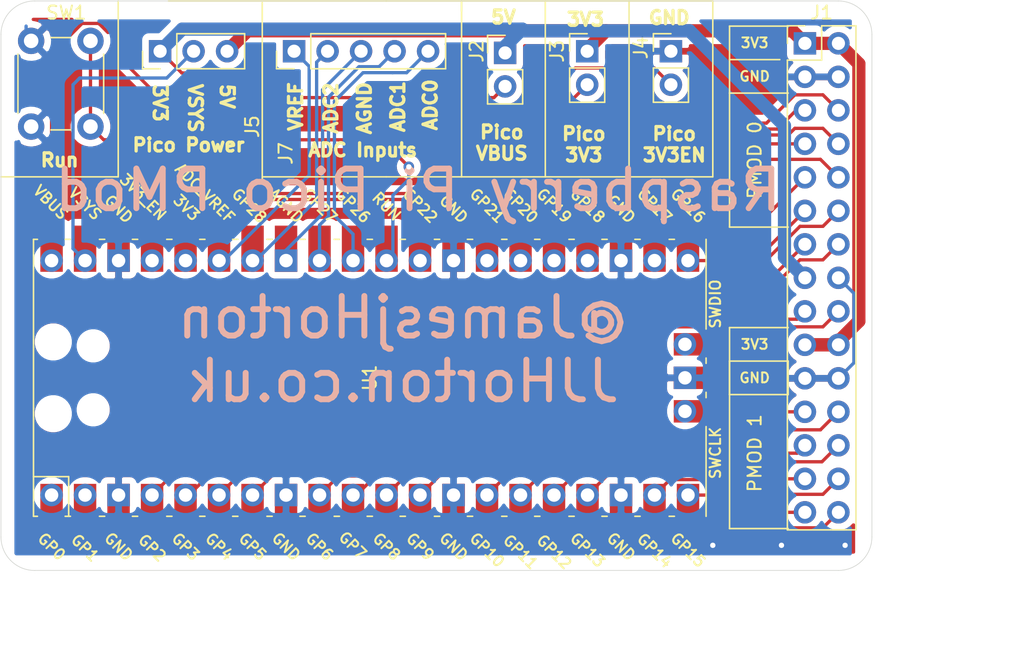
<source format=kicad_pcb>
(kicad_pcb (version 20171130) (host pcbnew "(5.1.9-0-10_14)")

  (general
    (thickness 1.6)
    (drawings 67)
    (tracks 207)
    (zones 0)
    (modules 8)
    (nets 39)
  )

  (page A4)
  (layers
    (0 F.Cu signal hide)
    (31 B.Cu signal hide)
    (32 B.Adhes user)
    (33 F.Adhes user)
    (34 B.Paste user)
    (35 F.Paste user)
    (36 B.SilkS user)
    (37 F.SilkS user)
    (38 B.Mask user)
    (39 F.Mask user)
    (40 Dwgs.User user)
    (41 Cmts.User user)
    (42 Eco1.User user)
    (43 Eco2.User user)
    (44 Edge.Cuts user)
    (45 Margin user)
    (46 B.CrtYd user)
    (47 F.CrtYd user)
    (48 B.Fab user)
    (49 F.Fab user)
  )

  (setup
    (last_trace_width 1)
    (user_trace_width 0.25)
    (user_trace_width 1)
    (trace_clearance 0.2)
    (zone_clearance 0.508)
    (zone_45_only no)
    (trace_min 0.2)
    (via_size 0.8)
    (via_drill 0.4)
    (via_min_size 0.4)
    (via_min_drill 0.3)
    (uvia_size 0.3)
    (uvia_drill 0.1)
    (uvias_allowed no)
    (uvia_min_size 0.2)
    (uvia_min_drill 0.1)
    (edge_width 0.05)
    (segment_width 0.2)
    (pcb_text_width 0.3)
    (pcb_text_size 1.5 1.5)
    (mod_edge_width 0.12)
    (mod_text_size 1 1)
    (mod_text_width 0.15)
    (pad_size 1.524 1.524)
    (pad_drill 0.762)
    (pad_to_mask_clearance 0)
    (aux_axis_origin 0 0)
    (visible_elements FFFFFF7F)
    (pcbplotparams
      (layerselection 0x010fc_ffffffff)
      (usegerberextensions false)
      (usegerberattributes true)
      (usegerberadvancedattributes true)
      (creategerberjobfile true)
      (excludeedgelayer true)
      (linewidth 0.100000)
      (plotframeref false)
      (viasonmask false)
      (mode 1)
      (useauxorigin false)
      (hpglpennumber 1)
      (hpglpenspeed 20)
      (hpglpendiameter 15.000000)
      (psnegative false)
      (psa4output false)
      (plotreference true)
      (plotvalue true)
      (plotinvisibletext false)
      (padsonsilk false)
      (subtractmaskfromsilk false)
      (outputformat 1)
      (mirror false)
      (drillshape 0)
      (scaleselection 1)
      (outputdirectory "../gerber/"))
  )

  (net 0 "")
  (net 1 "Net-(U1-Pad43)")
  (net 2 "Net-(U1-Pad41)")
  (net 3 GPIO_15)
  (net 4 GPIO_14)
  (net 5 GPIO_13)
  (net 6 GPIO_12)
  (net 7 GPIO_11)
  (net 8 GPIO_10)
  (net 9 GPIO_09)
  (net 10 GPIO_08)
  (net 11 GND)
  (net 12 +3V3)
  (net 13 GPIO_07)
  (net 14 GPIO_06)
  (net 15 +5V)
  (net 16 GPIO_05)
  (net 17 GPIO_04)
  (net 18 GPIO_03)
  (net 19 GPIO_02)
  (net 20 GPIO_17)
  (net 21 GPIO_16)
  (net 22 GPIO_19)
  (net 23 GPIO_18)
  (net 24 GPIO_21)
  (net 25 GPIO_20)
  (net 26 Pico_VBUS)
  (net 27 Pico_3V3)
  (net 28 Pico_3v3_EN)
  (net 29 Pico_VSYS)
  (net 30 GPIO_22)
  (net 31 GPIO_01)
  (net 32 GPIO_00)
  (net 33 Pico_Run)
  (net 34 ADC0)
  (net 35 ADC1)
  (net 36 AGND)
  (net 37 ADC2)
  (net 38 ADC_VREF)

  (net_class Default "This is the default net class."
    (clearance 0.2)
    (trace_width 0.25)
    (via_dia 0.8)
    (via_drill 0.4)
    (uvia_dia 0.3)
    (uvia_drill 0.1)
    (add_net +3V3)
    (add_net +5V)
    (add_net ADC0)
    (add_net ADC1)
    (add_net ADC2)
    (add_net ADC_VREF)
    (add_net AGND)
    (add_net GND)
    (add_net GPIO_00)
    (add_net GPIO_01)
    (add_net GPIO_02)
    (add_net GPIO_03)
    (add_net GPIO_04)
    (add_net GPIO_05)
    (add_net GPIO_06)
    (add_net GPIO_07)
    (add_net GPIO_08)
    (add_net GPIO_09)
    (add_net GPIO_10)
    (add_net GPIO_11)
    (add_net GPIO_12)
    (add_net GPIO_13)
    (add_net GPIO_14)
    (add_net GPIO_15)
    (add_net GPIO_16)
    (add_net GPIO_17)
    (add_net GPIO_18)
    (add_net GPIO_19)
    (add_net GPIO_20)
    (add_net GPIO_21)
    (add_net GPIO_22)
    (add_net "Net-(U1-Pad41)")
    (add_net "Net-(U1-Pad43)")
    (add_net Pico_3V3)
    (add_net Pico_3v3_EN)
    (add_net Pico_Run)
    (add_net Pico_VBUS)
    (add_net Pico_VSYS)
  )

  (module Button_Switch_THT:SW_PUSH_6mm_H4.3mm (layer F.Cu) (tedit 5A02FE31) (tstamp 6081B038)
    (at 116.586 83.185 90)
    (descr "tactile push button, 6x6mm e.g. PHAP33xx series, height=4.3mm")
    (tags "tact sw push 6mm")
    (path /6081E990)
    (fp_text reference SW1 (at 8.636 2.667 180) (layer F.SilkS)
      (effects (font (size 1 1) (thickness 0.15)))
    )
    (fp_text value SW_Push (at 3.75 6.7 90) (layer F.Fab)
      (effects (font (size 1 1) (thickness 0.15)))
    )
    (fp_text user %R (at 3.25 2.25 90) (layer F.Fab)
      (effects (font (size 1 1) (thickness 0.15)))
    )
    (fp_line (start 3.25 -0.75) (end 6.25 -0.75) (layer F.Fab) (width 0.1))
    (fp_line (start 6.25 -0.75) (end 6.25 5.25) (layer F.Fab) (width 0.1))
    (fp_line (start 6.25 5.25) (end 0.25 5.25) (layer F.Fab) (width 0.1))
    (fp_line (start 0.25 5.25) (end 0.25 -0.75) (layer F.Fab) (width 0.1))
    (fp_line (start 0.25 -0.75) (end 3.25 -0.75) (layer F.Fab) (width 0.1))
    (fp_line (start 7.75 6) (end 8 6) (layer F.CrtYd) (width 0.05))
    (fp_line (start 8 6) (end 8 5.75) (layer F.CrtYd) (width 0.05))
    (fp_line (start 7.75 -1.5) (end 8 -1.5) (layer F.CrtYd) (width 0.05))
    (fp_line (start 8 -1.5) (end 8 -1.25) (layer F.CrtYd) (width 0.05))
    (fp_line (start -1.5 -1.25) (end -1.5 -1.5) (layer F.CrtYd) (width 0.05))
    (fp_line (start -1.5 -1.5) (end -1.25 -1.5) (layer F.CrtYd) (width 0.05))
    (fp_line (start -1.5 5.75) (end -1.5 6) (layer F.CrtYd) (width 0.05))
    (fp_line (start -1.5 6) (end -1.25 6) (layer F.CrtYd) (width 0.05))
    (fp_line (start -1.25 -1.5) (end 7.75 -1.5) (layer F.CrtYd) (width 0.05))
    (fp_line (start -1.5 5.75) (end -1.5 -1.25) (layer F.CrtYd) (width 0.05))
    (fp_line (start 7.75 6) (end -1.25 6) (layer F.CrtYd) (width 0.05))
    (fp_line (start 8 -1.25) (end 8 5.75) (layer F.CrtYd) (width 0.05))
    (fp_line (start 1 5.5) (end 5.5 5.5) (layer F.SilkS) (width 0.12))
    (fp_line (start -0.25 1.5) (end -0.25 3) (layer F.SilkS) (width 0.12))
    (fp_line (start 5.5 -1) (end 1 -1) (layer F.SilkS) (width 0.12))
    (fp_line (start 6.75 3) (end 6.75 1.5) (layer F.SilkS) (width 0.12))
    (fp_circle (center 3.25 2.25) (end 1.25 2.5) (layer F.Fab) (width 0.1))
    (pad 1 thru_hole circle (at 6.5 0 180) (size 2 2) (drill 1.1) (layers *.Cu *.Mask)
      (net 11 GND))
    (pad 2 thru_hole circle (at 6.5 4.5 180) (size 2 2) (drill 1.1) (layers *.Cu *.Mask)
      (net 33 Pico_Run))
    (pad 1 thru_hole circle (at 0 0 180) (size 2 2) (drill 1.1) (layers *.Cu *.Mask)
      (net 11 GND))
    (pad 2 thru_hole circle (at 0 4.5 180) (size 2 2) (drill 1.1) (layers *.Cu *.Mask)
      (net 33 Pico_Run))
    (model ${KISYS3DMOD}/Button_Switch_THT.3dshapes/SW_PUSH_6mm_H4.3mm.wrl
      (at (xyz 0 0 0))
      (scale (xyz 1 1 1))
      (rotate (xyz 0 0 0))
    )
  )

  (module Connector_PinHeader_2.54mm:PinHeader_1x05_P2.54mm_Vertical (layer F.Cu) (tedit 59FED5CC) (tstamp 6079873A)
    (at 136.525 77.47 90)
    (descr "Through hole straight pin header, 1x05, 2.54mm pitch, single row")
    (tags "Through hole pin header THT 1x05 2.54mm single row")
    (path /607A6E5A)
    (fp_text reference J7 (at -7.747 -0.635 90) (layer F.SilkS)
      (effects (font (size 1 1) (thickness 0.15)))
    )
    (fp_text value Conn_01x05 (at 0 12.49 90) (layer F.Fab)
      (effects (font (size 1 1) (thickness 0.15)))
    )
    (fp_line (start 1.8 -1.8) (end -1.8 -1.8) (layer F.CrtYd) (width 0.05))
    (fp_line (start 1.8 11.95) (end 1.8 -1.8) (layer F.CrtYd) (width 0.05))
    (fp_line (start -1.8 11.95) (end 1.8 11.95) (layer F.CrtYd) (width 0.05))
    (fp_line (start -1.8 -1.8) (end -1.8 11.95) (layer F.CrtYd) (width 0.05))
    (fp_line (start -1.33 -1.33) (end 0 -1.33) (layer F.SilkS) (width 0.12))
    (fp_line (start -1.33 0) (end -1.33 -1.33) (layer F.SilkS) (width 0.12))
    (fp_line (start -1.33 1.27) (end 1.33 1.27) (layer F.SilkS) (width 0.12))
    (fp_line (start 1.33 1.27) (end 1.33 11.49) (layer F.SilkS) (width 0.12))
    (fp_line (start -1.33 1.27) (end -1.33 11.49) (layer F.SilkS) (width 0.12))
    (fp_line (start -1.33 11.49) (end 1.33 11.49) (layer F.SilkS) (width 0.12))
    (fp_line (start -1.27 -0.635) (end -0.635 -1.27) (layer F.Fab) (width 0.1))
    (fp_line (start -1.27 11.43) (end -1.27 -0.635) (layer F.Fab) (width 0.1))
    (fp_line (start 1.27 11.43) (end -1.27 11.43) (layer F.Fab) (width 0.1))
    (fp_line (start 1.27 -1.27) (end 1.27 11.43) (layer F.Fab) (width 0.1))
    (fp_line (start -0.635 -1.27) (end 1.27 -1.27) (layer F.Fab) (width 0.1))
    (fp_text user %R (at 0 5.08) (layer F.Fab)
      (effects (font (size 1 1) (thickness 0.15)))
    )
    (pad 5 thru_hole oval (at 0 10.16 90) (size 1.7 1.7) (drill 1) (layers *.Cu *.Mask)
      (net 34 ADC0))
    (pad 4 thru_hole oval (at 0 7.62 90) (size 1.7 1.7) (drill 1) (layers *.Cu *.Mask)
      (net 35 ADC1))
    (pad 3 thru_hole oval (at 0 5.08 90) (size 1.7 1.7) (drill 1) (layers *.Cu *.Mask)
      (net 36 AGND))
    (pad 2 thru_hole oval (at 0 2.54 90) (size 1.7 1.7) (drill 1) (layers *.Cu *.Mask)
      (net 37 ADC2))
    (pad 1 thru_hole rect (at 0 0 90) (size 1.7 1.7) (drill 1) (layers *.Cu *.Mask)
      (net 38 ADC_VREF))
    (model ${KISYS3DMOD}/Connector_PinHeader_2.54mm.3dshapes/PinHeader_1x05_P2.54mm_Vertical.wrl
      (at (xyz 0 0 0))
      (scale (xyz 1 1 1))
      (rotate (xyz 0 0 0))
    )
  )

  (module Connector_PinHeader_2.54mm:PinHeader_1x03_P2.54mm_Vertical (layer F.Cu) (tedit 59FED5CC) (tstamp 60787B17)
    (at 126.365 77.47 90)
    (descr "Through hole straight pin header, 1x03, 2.54mm pitch, single row")
    (tags "Through hole pin header THT 1x03 2.54mm single row")
    (path /607BB4AD)
    (fp_text reference J5 (at -5.715 6.985 90) (layer F.SilkS)
      (effects (font (size 1 1) (thickness 0.15)))
    )
    (fp_text value Conn_01x03 (at 0 7.41 90) (layer F.Fab)
      (effects (font (size 1 1) (thickness 0.15)))
    )
    (fp_line (start -0.635 -1.27) (end 1.27 -1.27) (layer F.Fab) (width 0.1))
    (fp_line (start 1.27 -1.27) (end 1.27 6.35) (layer F.Fab) (width 0.1))
    (fp_line (start 1.27 6.35) (end -1.27 6.35) (layer F.Fab) (width 0.1))
    (fp_line (start -1.27 6.35) (end -1.27 -0.635) (layer F.Fab) (width 0.1))
    (fp_line (start -1.27 -0.635) (end -0.635 -1.27) (layer F.Fab) (width 0.1))
    (fp_line (start -1.33 6.41) (end 1.33 6.41) (layer F.SilkS) (width 0.12))
    (fp_line (start -1.33 1.27) (end -1.33 6.41) (layer F.SilkS) (width 0.12))
    (fp_line (start 1.33 1.27) (end 1.33 6.41) (layer F.SilkS) (width 0.12))
    (fp_line (start -1.33 1.27) (end 1.33 1.27) (layer F.SilkS) (width 0.12))
    (fp_line (start -1.33 0) (end -1.33 -1.33) (layer F.SilkS) (width 0.12))
    (fp_line (start -1.33 -1.33) (end 0 -1.33) (layer F.SilkS) (width 0.12))
    (fp_line (start -1.8 -1.8) (end -1.8 6.85) (layer F.CrtYd) (width 0.05))
    (fp_line (start -1.8 6.85) (end 1.8 6.85) (layer F.CrtYd) (width 0.05))
    (fp_line (start 1.8 6.85) (end 1.8 -1.8) (layer F.CrtYd) (width 0.05))
    (fp_line (start 1.8 -1.8) (end -1.8 -1.8) (layer F.CrtYd) (width 0.05))
    (fp_text user %R (at 0 2.54) (layer F.Fab)
      (effects (font (size 1 1) (thickness 0.15)))
    )
    (pad 3 thru_hole oval (at 0 5.08 90) (size 1.7 1.7) (drill 1) (layers *.Cu *.Mask)
      (net 12 +3V3))
    (pad 2 thru_hole oval (at 0 2.54 90) (size 1.7 1.7) (drill 1) (layers *.Cu *.Mask)
      (net 29 Pico_VSYS))
    (pad 1 thru_hole rect (at 0 0 90) (size 1.7 1.7) (drill 1) (layers *.Cu *.Mask)
      (net 15 +5V))
    (model ${KISYS3DMOD}/Connector_PinHeader_2.54mm.3dshapes/PinHeader_1x03_P2.54mm_Vertical.wrl
      (at (xyz 0 0 0))
      (scale (xyz 1 1 1))
      (rotate (xyz 0 0 0))
    )
  )

  (module Connector_PinHeader_2.54mm:PinHeader_1x02_P2.54mm_Vertical (layer F.Cu) (tedit 59FED5CC) (tstamp 60787B00)
    (at 165.1 77.47)
    (descr "Through hole straight pin header, 1x02, 2.54mm pitch, single row")
    (tags "Through hole pin header THT 1x02 2.54mm single row")
    (path /607A9E26)
    (fp_text reference J4 (at -2.286 -0.254 90) (layer F.SilkS)
      (effects (font (size 1 1) (thickness 0.15)))
    )
    (fp_text value Conn_01x02 (at 0 4.87) (layer F.Fab)
      (effects (font (size 1 1) (thickness 0.15)))
    )
    (fp_line (start -0.635 -1.27) (end 1.27 -1.27) (layer F.Fab) (width 0.1))
    (fp_line (start 1.27 -1.27) (end 1.27 3.81) (layer F.Fab) (width 0.1))
    (fp_line (start 1.27 3.81) (end -1.27 3.81) (layer F.Fab) (width 0.1))
    (fp_line (start -1.27 3.81) (end -1.27 -0.635) (layer F.Fab) (width 0.1))
    (fp_line (start -1.27 -0.635) (end -0.635 -1.27) (layer F.Fab) (width 0.1))
    (fp_line (start -1.33 3.87) (end 1.33 3.87) (layer F.SilkS) (width 0.12))
    (fp_line (start -1.33 1.27) (end -1.33 3.87) (layer F.SilkS) (width 0.12))
    (fp_line (start 1.33 1.27) (end 1.33 3.87) (layer F.SilkS) (width 0.12))
    (fp_line (start -1.33 1.27) (end 1.33 1.27) (layer F.SilkS) (width 0.12))
    (fp_line (start -1.33 0) (end -1.33 -1.33) (layer F.SilkS) (width 0.12))
    (fp_line (start -1.33 -1.33) (end 0 -1.33) (layer F.SilkS) (width 0.12))
    (fp_line (start -1.8 -1.8) (end -1.8 4.35) (layer F.CrtYd) (width 0.05))
    (fp_line (start -1.8 4.35) (end 1.8 4.35) (layer F.CrtYd) (width 0.05))
    (fp_line (start 1.8 4.35) (end 1.8 -1.8) (layer F.CrtYd) (width 0.05))
    (fp_line (start 1.8 -1.8) (end -1.8 -1.8) (layer F.CrtYd) (width 0.05))
    (fp_text user %R (at 0 1.27 90) (layer F.Fab)
      (effects (font (size 1 1) (thickness 0.15)))
    )
    (pad 2 thru_hole oval (at 0 2.54) (size 1.7 1.7) (drill 1) (layers *.Cu *.Mask)
      (net 28 Pico_3v3_EN))
    (pad 1 thru_hole rect (at 0 0) (size 1.7 1.7) (drill 1) (layers *.Cu *.Mask)
      (net 11 GND))
    (model ${KISYS3DMOD}/Connector_PinHeader_2.54mm.3dshapes/PinHeader_1x02_P2.54mm_Vertical.wrl
      (at (xyz 0 0 0))
      (scale (xyz 1 1 1))
      (rotate (xyz 0 0 0))
    )
  )

  (module Connector_PinHeader_2.54mm:PinHeader_1x02_P2.54mm_Vertical (layer F.Cu) (tedit 59FED5CC) (tstamp 60787AEA)
    (at 158.75 77.47)
    (descr "Through hole straight pin header, 1x02, 2.54mm pitch, single row")
    (tags "Through hole pin header THT 1x02 2.54mm single row")
    (path /607B1D77)
    (fp_text reference J3 (at -2.286 0 90) (layer F.SilkS)
      (effects (font (size 1 1) (thickness 0.15)))
    )
    (fp_text value Conn_01x02 (at 0 4.87) (layer F.Fab)
      (effects (font (size 1 1) (thickness 0.15)))
    )
    (fp_line (start -0.635 -1.27) (end 1.27 -1.27) (layer F.Fab) (width 0.1))
    (fp_line (start 1.27 -1.27) (end 1.27 3.81) (layer F.Fab) (width 0.1))
    (fp_line (start 1.27 3.81) (end -1.27 3.81) (layer F.Fab) (width 0.1))
    (fp_line (start -1.27 3.81) (end -1.27 -0.635) (layer F.Fab) (width 0.1))
    (fp_line (start -1.27 -0.635) (end -0.635 -1.27) (layer F.Fab) (width 0.1))
    (fp_line (start -1.33 3.87) (end 1.33 3.87) (layer F.SilkS) (width 0.12))
    (fp_line (start -1.33 1.27) (end -1.33 3.87) (layer F.SilkS) (width 0.12))
    (fp_line (start 1.33 1.27) (end 1.33 3.87) (layer F.SilkS) (width 0.12))
    (fp_line (start -1.33 1.27) (end 1.33 1.27) (layer F.SilkS) (width 0.12))
    (fp_line (start -1.33 0) (end -1.33 -1.33) (layer F.SilkS) (width 0.12))
    (fp_line (start -1.33 -1.33) (end 0 -1.33) (layer F.SilkS) (width 0.12))
    (fp_line (start -1.8 -1.8) (end -1.8 4.35) (layer F.CrtYd) (width 0.05))
    (fp_line (start -1.8 4.35) (end 1.8 4.35) (layer F.CrtYd) (width 0.05))
    (fp_line (start 1.8 4.35) (end 1.8 -1.8) (layer F.CrtYd) (width 0.05))
    (fp_line (start 1.8 -1.8) (end -1.8 -1.8) (layer F.CrtYd) (width 0.05))
    (fp_text user %R (at 0 1.27 90) (layer F.Fab)
      (effects (font (size 1 1) (thickness 0.15)))
    )
    (pad 2 thru_hole oval (at 0 2.54) (size 1.7 1.7) (drill 1) (layers *.Cu *.Mask)
      (net 27 Pico_3V3))
    (pad 1 thru_hole rect (at 0 0) (size 1.7 1.7) (drill 1) (layers *.Cu *.Mask)
      (net 12 +3V3))
    (model ${KISYS3DMOD}/Connector_PinHeader_2.54mm.3dshapes/PinHeader_1x02_P2.54mm_Vertical.wrl
      (at (xyz 0 0 0))
      (scale (xyz 1 1 1))
      (rotate (xyz 0 0 0))
    )
  )

  (module Connector_PinHeader_2.54mm:PinHeader_1x02_P2.54mm_Vertical (layer F.Cu) (tedit 59FED5CC) (tstamp 60787AD4)
    (at 152.527 77.597)
    (descr "Through hole straight pin header, 1x02, 2.54mm pitch, single row")
    (tags "Through hole pin header THT 1x02 2.54mm single row")
    (path /607BCE20)
    (fp_text reference J2 (at -2.159 -0.127 90) (layer F.SilkS)
      (effects (font (size 1 1) (thickness 0.15)))
    )
    (fp_text value Conn_01x02 (at 0 4.87) (layer F.Fab)
      (effects (font (size 1 1) (thickness 0.15)))
    )
    (fp_line (start -0.635 -1.27) (end 1.27 -1.27) (layer F.Fab) (width 0.1))
    (fp_line (start 1.27 -1.27) (end 1.27 3.81) (layer F.Fab) (width 0.1))
    (fp_line (start 1.27 3.81) (end -1.27 3.81) (layer F.Fab) (width 0.1))
    (fp_line (start -1.27 3.81) (end -1.27 -0.635) (layer F.Fab) (width 0.1))
    (fp_line (start -1.27 -0.635) (end -0.635 -1.27) (layer F.Fab) (width 0.1))
    (fp_line (start -1.33 3.87) (end 1.33 3.87) (layer F.SilkS) (width 0.12))
    (fp_line (start -1.33 1.27) (end -1.33 3.87) (layer F.SilkS) (width 0.12))
    (fp_line (start 1.33 1.27) (end 1.33 3.87) (layer F.SilkS) (width 0.12))
    (fp_line (start -1.33 1.27) (end 1.33 1.27) (layer F.SilkS) (width 0.12))
    (fp_line (start -1.33 0) (end -1.33 -1.33) (layer F.SilkS) (width 0.12))
    (fp_line (start -1.33 -1.33) (end 0 -1.33) (layer F.SilkS) (width 0.12))
    (fp_line (start -1.8 -1.8) (end -1.8 4.35) (layer F.CrtYd) (width 0.05))
    (fp_line (start -1.8 4.35) (end 1.8 4.35) (layer F.CrtYd) (width 0.05))
    (fp_line (start 1.8 4.35) (end 1.8 -1.8) (layer F.CrtYd) (width 0.05))
    (fp_line (start 1.8 -1.8) (end -1.8 -1.8) (layer F.CrtYd) (width 0.05))
    (fp_text user %R (at 0 1.27 180) (layer F.Fab)
      (effects (font (size 1 1) (thickness 0.15)))
    )
    (pad 2 thru_hole oval (at 0 2.54) (size 1.7 1.7) (drill 1) (layers *.Cu *.Mask)
      (net 26 Pico_VBUS))
    (pad 1 thru_hole rect (at 0 0) (size 1.7 1.7) (drill 1) (layers *.Cu *.Mask)
      (net 15 +5V))
    (model ${KISYS3DMOD}/Connector_PinHeader_2.54mm.3dshapes/PinHeader_1x02_P2.54mm_Vertical.wrl
      (at (xyz 0 0 0))
      (scale (xyz 1 1 1))
      (rotate (xyz 0 0 0))
    )
  )

  (module Connector_PinHeader_2.54mm:PinHeader_2x15_P2.54mm_Vertical (layer F.Cu) (tedit 59FED5CC) (tstamp 60782CD9)
    (at 175.26 76.8731)
    (descr "Through hole straight pin header, 2x15, 2.54mm pitch, double rows")
    (tags "Through hole pin header THT 2x15 2.54mm double row")
    (path /60781570)
    (fp_text reference J1 (at 1.27 -2.33) (layer F.SilkS)
      (effects (font (size 1 1) (thickness 0.15)))
    )
    (fp_text value Conn_02x15_Odd_Even (at 1.27 37.89) (layer F.Fab)
      (effects (font (size 1 1) (thickness 0.15)))
    )
    (fp_line (start 4.35 -1.8) (end -1.8 -1.8) (layer F.CrtYd) (width 0.05))
    (fp_line (start 4.35 37.35) (end 4.35 -1.8) (layer F.CrtYd) (width 0.05))
    (fp_line (start -1.8 37.35) (end 4.35 37.35) (layer F.CrtYd) (width 0.05))
    (fp_line (start -1.8 -1.8) (end -1.8 37.35) (layer F.CrtYd) (width 0.05))
    (fp_line (start -1.33 -1.33) (end 0 -1.33) (layer F.SilkS) (width 0.12))
    (fp_line (start -1.33 0) (end -1.33 -1.33) (layer F.SilkS) (width 0.12))
    (fp_line (start 1.27 -1.33) (end 3.87 -1.33) (layer F.SilkS) (width 0.12))
    (fp_line (start 1.27 1.27) (end 1.27 -1.33) (layer F.SilkS) (width 0.12))
    (fp_line (start -1.33 1.27) (end 1.27 1.27) (layer F.SilkS) (width 0.12))
    (fp_line (start 3.87 -1.33) (end 3.87 36.89) (layer F.SilkS) (width 0.12))
    (fp_line (start -1.33 1.27) (end -1.33 36.89) (layer F.SilkS) (width 0.12))
    (fp_line (start -1.33 36.89) (end 3.87 36.89) (layer F.SilkS) (width 0.12))
    (fp_line (start -1.27 0) (end 0 -1.27) (layer F.Fab) (width 0.1))
    (fp_line (start -1.27 36.83) (end -1.27 0) (layer F.Fab) (width 0.1))
    (fp_line (start 3.81 36.83) (end -1.27 36.83) (layer F.Fab) (width 0.1))
    (fp_line (start 3.81 -1.27) (end 3.81 36.83) (layer F.Fab) (width 0.1))
    (fp_line (start 0 -1.27) (end 3.81 -1.27) (layer F.Fab) (width 0.1))
    (fp_text user %R (at 1.27 17.78 90) (layer F.Fab)
      (effects (font (size 1 1) (thickness 0.15)))
    )
    (pad 30 thru_hole oval (at 2.54 35.56) (size 1.7 1.7) (drill 1) (layers *.Cu *.Mask)
      (net 3 GPIO_15))
    (pad 29 thru_hole oval (at 0 35.56) (size 1.7 1.7) (drill 1) (layers *.Cu *.Mask)
      (net 4 GPIO_14))
    (pad 28 thru_hole oval (at 2.54 33.02) (size 1.7 1.7) (drill 1) (layers *.Cu *.Mask)
      (net 5 GPIO_13))
    (pad 27 thru_hole oval (at 0 33.02) (size 1.7 1.7) (drill 1) (layers *.Cu *.Mask)
      (net 6 GPIO_12))
    (pad 26 thru_hole oval (at 2.54 30.48) (size 1.7 1.7) (drill 1) (layers *.Cu *.Mask)
      (net 7 GPIO_11))
    (pad 25 thru_hole oval (at 0 30.48) (size 1.7 1.7) (drill 1) (layers *.Cu *.Mask)
      (net 8 GPIO_10))
    (pad 24 thru_hole oval (at 2.54 27.94) (size 1.7 1.7) (drill 1) (layers *.Cu *.Mask)
      (net 9 GPIO_09))
    (pad 23 thru_hole oval (at 0 27.94) (size 1.7 1.7) (drill 1) (layers *.Cu *.Mask)
      (net 10 GPIO_08))
    (pad 22 thru_hole oval (at 2.54 25.4) (size 1.7 1.7) (drill 1) (layers *.Cu *.Mask)
      (net 11 GND))
    (pad 21 thru_hole oval (at 0 25.4) (size 1.7 1.7) (drill 1) (layers *.Cu *.Mask)
      (net 11 GND))
    (pad 20 thru_hole oval (at 2.54 22.86) (size 1.7 1.7) (drill 1) (layers *.Cu *.Mask)
      (net 12 +3V3))
    (pad 19 thru_hole oval (at 0 22.86) (size 1.7 1.7) (drill 1) (layers *.Cu *.Mask)
      (net 12 +3V3))
    (pad 18 thru_hole oval (at 2.54 20.32) (size 1.7 1.7) (drill 1) (layers *.Cu *.Mask)
      (net 13 GPIO_07))
    (pad 17 thru_hole oval (at 0 20.32) (size 1.7 1.7) (drill 1) (layers *.Cu *.Mask)
      (net 14 GPIO_06))
    (pad 16 thru_hole oval (at 2.54 17.78) (size 1.7 1.7) (drill 1) (layers *.Cu *.Mask)
      (net 11 GND))
    (pad 15 thru_hole oval (at 0 17.78) (size 1.7 1.7) (drill 1) (layers *.Cu *.Mask)
      (net 15 +5V))
    (pad 14 thru_hole oval (at 2.54 15.24) (size 1.7 1.7) (drill 1) (layers *.Cu *.Mask)
      (net 16 GPIO_05))
    (pad 13 thru_hole oval (at 0 15.24) (size 1.7 1.7) (drill 1) (layers *.Cu *.Mask)
      (net 17 GPIO_04))
    (pad 12 thru_hole oval (at 2.54 12.7) (size 1.7 1.7) (drill 1) (layers *.Cu *.Mask)
      (net 18 GPIO_03))
    (pad 11 thru_hole oval (at 0 12.7) (size 1.7 1.7) (drill 1) (layers *.Cu *.Mask)
      (net 19 GPIO_02))
    (pad 10 thru_hole oval (at 2.54 10.16) (size 1.7 1.7) (drill 1) (layers *.Cu *.Mask)
      (net 20 GPIO_17))
    (pad 9 thru_hole oval (at 0 10.16) (size 1.7 1.7) (drill 1) (layers *.Cu *.Mask)
      (net 21 GPIO_16))
    (pad 8 thru_hole oval (at 2.54 7.62) (size 1.7 1.7) (drill 1) (layers *.Cu *.Mask)
      (net 22 GPIO_19))
    (pad 7 thru_hole oval (at 0 7.62) (size 1.7 1.7) (drill 1) (layers *.Cu *.Mask)
      (net 23 GPIO_18))
    (pad 6 thru_hole oval (at 2.54 5.08) (size 1.7 1.7) (drill 1) (layers *.Cu *.Mask)
      (net 24 GPIO_21))
    (pad 5 thru_hole oval (at 0 5.08) (size 1.7 1.7) (drill 1) (layers *.Cu *.Mask)
      (net 25 GPIO_20))
    (pad 4 thru_hole oval (at 2.54 2.54) (size 1.7 1.7) (drill 1) (layers *.Cu *.Mask)
      (net 11 GND))
    (pad 3 thru_hole oval (at 0 2.54) (size 1.7 1.7) (drill 1) (layers *.Cu *.Mask)
      (net 11 GND))
    (pad 2 thru_hole oval (at 2.54 0) (size 1.7 1.7) (drill 1) (layers *.Cu *.Mask)
      (net 12 +3V3))
    (pad 1 thru_hole rect (at 0 0) (size 1.7 1.7) (drill 1) (layers *.Cu *.Mask)
      (net 12 +3V3))
    (model ${KISYS3DMOD}/Connector_PinHeader_2.54mm.3dshapes/PinHeader_2x15_P2.54mm_Vertical.wrl
      (at (xyz 0 0 0))
      (scale (xyz 1 1 1))
      (rotate (xyz 0 0 0))
    )
  )

  (module RPi_Pico:RPi_Pico_SMD_TH (layer F.Cu) (tedit 5F638C80) (tstamp 60781F1D)
    (at 142.2654 102.235 90)
    (descr "Through hole straight pin header, 2x20, 2.54mm pitch, double rows")
    (tags "Through hole pin header THT 2x20 2.54mm double row")
    (path /60776575)
    (fp_text reference U1 (at 0 0 90) (layer F.SilkS)
      (effects (font (size 1 1) (thickness 0.15)))
    )
    (fp_text value Pico (at 0 2.159 90) (layer F.Fab)
      (effects (font (size 1 1) (thickness 0.15)))
    )
    (fp_line (start 1.1 25.5) (end 1.5 25.5) (layer F.SilkS) (width 0.12))
    (fp_line (start -1.5 25.5) (end -1.1 25.5) (layer F.SilkS) (width 0.12))
    (fp_line (start 10.5 25.5) (end 3.7 25.5) (layer F.SilkS) (width 0.12))
    (fp_line (start 10.5 15.1) (end 10.5 15.5) (layer F.SilkS) (width 0.12))
    (fp_line (start 10.5 7.4) (end 10.5 7.8) (layer F.SilkS) (width 0.12))
    (fp_line (start 10.5 -18) (end 10.5 -17.6) (layer F.SilkS) (width 0.12))
    (fp_line (start 10.5 -25.5) (end 10.5 -25.2) (layer F.SilkS) (width 0.12))
    (fp_line (start 10.5 -2.7) (end 10.5 -2.3) (layer F.SilkS) (width 0.12))
    (fp_line (start 10.5 12.5) (end 10.5 12.9) (layer F.SilkS) (width 0.12))
    (fp_line (start 10.5 -7.8) (end 10.5 -7.4) (layer F.SilkS) (width 0.12))
    (fp_line (start 10.5 -12.9) (end 10.5 -12.5) (layer F.SilkS) (width 0.12))
    (fp_line (start 10.5 -0.2) (end 10.5 0.2) (layer F.SilkS) (width 0.12))
    (fp_line (start 10.5 4.9) (end 10.5 5.3) (layer F.SilkS) (width 0.12))
    (fp_line (start 10.5 20.1) (end 10.5 20.5) (layer F.SilkS) (width 0.12))
    (fp_line (start 10.5 22.7) (end 10.5 23.1) (layer F.SilkS) (width 0.12))
    (fp_line (start 10.5 17.6) (end 10.5 18) (layer F.SilkS) (width 0.12))
    (fp_line (start 10.5 -15.4) (end 10.5 -15) (layer F.SilkS) (width 0.12))
    (fp_line (start 10.5 -23.1) (end 10.5 -22.7) (layer F.SilkS) (width 0.12))
    (fp_line (start 10.5 -20.5) (end 10.5 -20.1) (layer F.SilkS) (width 0.12))
    (fp_line (start 10.5 10) (end 10.5 10.4) (layer F.SilkS) (width 0.12))
    (fp_line (start 10.5 2.3) (end 10.5 2.7) (layer F.SilkS) (width 0.12))
    (fp_line (start 10.5 -5.3) (end 10.5 -4.9) (layer F.SilkS) (width 0.12))
    (fp_line (start 10.5 -10.4) (end 10.5 -10) (layer F.SilkS) (width 0.12))
    (fp_line (start -10.5 22.7) (end -10.5 23.1) (layer F.SilkS) (width 0.12))
    (fp_line (start -10.5 20.1) (end -10.5 20.5) (layer F.SilkS) (width 0.12))
    (fp_line (start -10.5 17.6) (end -10.5 18) (layer F.SilkS) (width 0.12))
    (fp_line (start -10.5 15.1) (end -10.5 15.5) (layer F.SilkS) (width 0.12))
    (fp_line (start -10.5 12.5) (end -10.5 12.9) (layer F.SilkS) (width 0.12))
    (fp_line (start -10.5 10) (end -10.5 10.4) (layer F.SilkS) (width 0.12))
    (fp_line (start -10.5 7.4) (end -10.5 7.8) (layer F.SilkS) (width 0.12))
    (fp_line (start -10.5 4.9) (end -10.5 5.3) (layer F.SilkS) (width 0.12))
    (fp_line (start -10.5 2.3) (end -10.5 2.7) (layer F.SilkS) (width 0.12))
    (fp_line (start -10.5 -0.2) (end -10.5 0.2) (layer F.SilkS) (width 0.12))
    (fp_line (start -10.5 -2.7) (end -10.5 -2.3) (layer F.SilkS) (width 0.12))
    (fp_line (start -10.5 -5.3) (end -10.5 -4.9) (layer F.SilkS) (width 0.12))
    (fp_line (start -10.5 -7.8) (end -10.5 -7.4) (layer F.SilkS) (width 0.12))
    (fp_line (start -10.5 -10.4) (end -10.5 -10) (layer F.SilkS) (width 0.12))
    (fp_line (start -10.5 -12.9) (end -10.5 -12.5) (layer F.SilkS) (width 0.12))
    (fp_line (start -10.5 -15.4) (end -10.5 -15) (layer F.SilkS) (width 0.12))
    (fp_line (start -10.5 -18) (end -10.5 -17.6) (layer F.SilkS) (width 0.12))
    (fp_line (start -10.5 -20.5) (end -10.5 -20.1) (layer F.SilkS) (width 0.12))
    (fp_line (start -10.5 -23.1) (end -10.5 -22.7) (layer F.SilkS) (width 0.12))
    (fp_line (start -10.5 -25.5) (end -10.5 -25.2) (layer F.SilkS) (width 0.12))
    (fp_line (start -7.493 -22.833) (end -7.493 -25.5) (layer F.SilkS) (width 0.12))
    (fp_line (start -10.5 -22.833) (end -7.493 -22.833) (layer F.SilkS) (width 0.12))
    (fp_line (start -3.7 25.5) (end -10.5 25.5) (layer F.SilkS) (width 0.12))
    (fp_line (start -10.5 -25.5) (end 10.5 -25.5) (layer F.SilkS) (width 0.12))
    (fp_line (start -11 26) (end -11 -26) (layer F.CrtYd) (width 0.12))
    (fp_line (start 11 26) (end -11 26) (layer F.CrtYd) (width 0.12))
    (fp_line (start 11 -26) (end 11 26) (layer F.CrtYd) (width 0.12))
    (fp_line (start -11 -26) (end 11 -26) (layer F.CrtYd) (width 0.12))
    (fp_line (start -10.5 -24.2) (end -9.2 -25.5) (layer F.Fab) (width 0.12))
    (fp_line (start -10.5 25.5) (end -10.5 -25.5) (layer F.Fab) (width 0.12))
    (fp_line (start 10.5 25.5) (end -10.5 25.5) (layer F.Fab) (width 0.12))
    (fp_line (start 10.5 -25.5) (end 10.5 25.5) (layer F.Fab) (width 0.12))
    (fp_line (start -10.5 -25.5) (end 10.5 -25.5) (layer F.Fab) (width 0.12))
    (fp_poly (pts (xy -1.5 -16.5) (xy -3.5 -16.5) (xy -3.5 -18.5) (xy -1.5 -18.5)) (layer Dwgs.User) (width 0.1))
    (fp_poly (pts (xy -1.5 -14) (xy -3.5 -14) (xy -3.5 -16) (xy -1.5 -16)) (layer Dwgs.User) (width 0.1))
    (fp_poly (pts (xy -1.5 -11.5) (xy -3.5 -11.5) (xy -3.5 -13.5) (xy -1.5 -13.5)) (layer Dwgs.User) (width 0.1))
    (fp_poly (pts (xy 3.7 -20.2) (xy -3.7 -20.2) (xy -3.7 -24.9) (xy 3.7 -24.9)) (layer Dwgs.User) (width 0.1))
    (fp_text user "Copper Keepouts shown on Dwgs layer" (at 0.1 -30.2 90) (layer Cmts.User)
      (effects (font (size 1 1) (thickness 0.15)))
    )
    (fp_text user SWDIO (at 5.6 26.2 90) (layer F.SilkS)
      (effects (font (size 0.8 0.8) (thickness 0.15)))
    )
    (fp_text user SWCLK (at -5.7 26.2 90) (layer F.SilkS)
      (effects (font (size 0.8 0.8) (thickness 0.15)))
    )
    (fp_text user AGND (at 13.054 -6.35 135) (layer F.SilkS)
      (effects (font (size 0.8 0.8) (thickness 0.15)))
    )
    (fp_text user GND (at 12.8 -19.05 135) (layer F.SilkS)
      (effects (font (size 0.8 0.8) (thickness 0.15)))
    )
    (fp_text user GND (at 12.8 6.35 135) (layer F.SilkS)
      (effects (font (size 0.8 0.8) (thickness 0.15)))
    )
    (fp_text user GND (at 12.8 19.05 135) (layer F.SilkS)
      (effects (font (size 0.8 0.8) (thickness 0.15)))
    )
    (fp_text user GND (at -12.8 19.05 135) (layer F.SilkS)
      (effects (font (size 0.8 0.8) (thickness 0.15)))
    )
    (fp_text user GND (at -12.8 6.35 135) (layer F.SilkS)
      (effects (font (size 0.8 0.8) (thickness 0.15)))
    )
    (fp_text user GND (at -12.8 -6.35 135) (layer F.SilkS)
      (effects (font (size 0.8 0.8) (thickness 0.15)))
    )
    (fp_text user GND (at -12.8 -19.05 135) (layer F.SilkS)
      (effects (font (size 0.8 0.8) (thickness 0.15)))
    )
    (fp_text user VBUS (at 13.3 -24.2 135) (layer F.SilkS)
      (effects (font (size 0.8 0.8) (thickness 0.15)))
    )
    (fp_text user VSYS (at 13.2 -21.59 135) (layer F.SilkS)
      (effects (font (size 0.8 0.8) (thickness 0.15)))
    )
    (fp_text user 3V3_EN (at 13.7 -17.2 135) (layer F.SilkS)
      (effects (font (size 0.8 0.8) (thickness 0.15)))
    )
    (fp_text user 3V3 (at 12.9 -13.9 135) (layer F.SilkS)
      (effects (font (size 0.8 0.8) (thickness 0.15)))
    )
    (fp_text user ADC_VREF (at 14 -12.5 135) (layer F.SilkS)
      (effects (font (size 0.8 0.8) (thickness 0.15)))
    )
    (fp_text user GP28 (at 13.054 -9.144 135) (layer F.SilkS)
      (effects (font (size 0.8 0.8) (thickness 0.15)))
    )
    (fp_text user GP27 (at 13.054 -3.8 135) (layer F.SilkS)
      (effects (font (size 0.8 0.8) (thickness 0.15)))
    )
    (fp_text user GP26 (at 13.054 -1.27 135) (layer F.SilkS)
      (effects (font (size 0.8 0.8) (thickness 0.15)))
    )
    (fp_text user RUN (at 13 1.27 135) (layer F.SilkS)
      (effects (font (size 0.8 0.8) (thickness 0.15)))
    )
    (fp_text user GP22 (at 13.054 3.81 135) (layer F.SilkS)
      (effects (font (size 0.8 0.8) (thickness 0.15)))
    )
    (fp_text user GP21 (at 13.054 8.9 135) (layer F.SilkS)
      (effects (font (size 0.8 0.8) (thickness 0.15)))
    )
    (fp_text user GP20 (at 13.054 11.43 135) (layer F.SilkS)
      (effects (font (size 0.8 0.8) (thickness 0.15)))
    )
    (fp_text user GP19 (at 13.054 13.97 135) (layer F.SilkS)
      (effects (font (size 0.8 0.8) (thickness 0.15)))
    )
    (fp_text user GP18 (at 13.054 16.51 135) (layer F.SilkS)
      (effects (font (size 0.8 0.8) (thickness 0.15)))
    )
    (fp_text user GP17 (at 13.054 21.59 135) (layer F.SilkS)
      (effects (font (size 0.8 0.8) (thickness 0.15)))
    )
    (fp_text user GP16 (at 13.054 24.13 135) (layer F.SilkS)
      (effects (font (size 0.8 0.8) (thickness 0.15)))
    )
    (fp_text user GP15 (at -13.054 24.13 135) (layer F.SilkS)
      (effects (font (size 0.8 0.8) (thickness 0.15)))
    )
    (fp_text user GP14 (at -13.1 21.59 135) (layer F.SilkS)
      (effects (font (size 0.8 0.8) (thickness 0.15)))
    )
    (fp_text user GP13 (at -13.054 16.51 135) (layer F.SilkS)
      (effects (font (size 0.8 0.8) (thickness 0.15)))
    )
    (fp_text user GP12 (at -13.2 13.97 135) (layer F.SilkS)
      (effects (font (size 0.8 0.8) (thickness 0.15)))
    )
    (fp_text user GP11 (at -13.2 11.43 135) (layer F.SilkS)
      (effects (font (size 0.8 0.8) (thickness 0.15)))
    )
    (fp_text user GP10 (at -13.054 8.89 135) (layer F.SilkS)
      (effects (font (size 0.8 0.8) (thickness 0.15)))
    )
    (fp_text user GP9 (at -12.8 3.81 135) (layer F.SilkS)
      (effects (font (size 0.8 0.8) (thickness 0.15)))
    )
    (fp_text user GP8 (at -12.8 1.27 135) (layer F.SilkS)
      (effects (font (size 0.8 0.8) (thickness 0.15)))
    )
    (fp_text user GP7 (at -12.7 -1.3 135) (layer F.SilkS)
      (effects (font (size 0.8 0.8) (thickness 0.15)))
    )
    (fp_text user GP6 (at -12.8 -3.81 135) (layer F.SilkS)
      (effects (font (size 0.8 0.8) (thickness 0.15)))
    )
    (fp_text user GP5 (at -12.8 -8.89 135) (layer F.SilkS)
      (effects (font (size 0.8 0.8) (thickness 0.15)))
    )
    (fp_text user GP4 (at -12.8 -11.43 135) (layer F.SilkS)
      (effects (font (size 0.8 0.8) (thickness 0.15)))
    )
    (fp_text user GP3 (at -12.8 -13.97 135) (layer F.SilkS)
      (effects (font (size 0.8 0.8) (thickness 0.15)))
    )
    (fp_text user GP0 (at -12.8 -24.13 135) (layer F.SilkS)
      (effects (font (size 0.8 0.8) (thickness 0.15)))
    )
    (fp_text user GP2 (at -12.9 -16.51 135) (layer F.SilkS)
      (effects (font (size 0.8 0.8) (thickness 0.15)))
    )
    (fp_text user GP1 (at -12.9 -21.6 135) (layer F.SilkS)
      (effects (font (size 0.8 0.8) (thickness 0.15)))
    )
    (fp_text user %R (at 0 0 270) (layer F.Fab)
      (effects (font (size 1 1) (thickness 0.15)))
    )
    (pad 43 thru_hole oval (at 2.54 23.9 90) (size 1.7 1.7) (drill 1.02) (layers *.Cu *.Mask)
      (net 1 "Net-(U1-Pad43)"))
    (pad 43 smd rect (at 2.54 23.9 180) (size 3.5 1.7) (drill (offset -0.9 0)) (layers F.Cu F.Mask)
      (net 1 "Net-(U1-Pad43)"))
    (pad 42 thru_hole rect (at 0 23.9 90) (size 1.7 1.7) (drill 1.02) (layers *.Cu *.Mask)
      (net 11 GND))
    (pad 42 smd rect (at 0 23.9 180) (size 3.5 1.7) (drill (offset -0.9 0)) (layers F.Cu F.Mask)
      (net 11 GND))
    (pad 41 thru_hole oval (at -2.54 23.9 90) (size 1.7 1.7) (drill 1.02) (layers *.Cu *.Mask)
      (net 2 "Net-(U1-Pad41)"))
    (pad 41 smd rect (at -2.54 23.9 180) (size 3.5 1.7) (drill (offset -0.9 0)) (layers F.Cu F.Mask)
      (net 2 "Net-(U1-Pad41)"))
    (pad "" np_thru_hole oval (at 2.425 -20.97 90) (size 1.5 1.5) (drill 1.5) (layers *.Cu *.Mask))
    (pad "" np_thru_hole oval (at -2.425 -20.97 90) (size 1.5 1.5) (drill 1.5) (layers *.Cu *.Mask))
    (pad "" np_thru_hole oval (at 2.725 -24 90) (size 1.8 1.8) (drill 1.8) (layers *.Cu *.Mask))
    (pad "" np_thru_hole oval (at -2.725 -24 90) (size 1.8 1.8) (drill 1.8) (layers *.Cu *.Mask))
    (pad 21 smd rect (at 8.89 24.13 90) (size 3.5 1.7) (drill (offset 0.9 0)) (layers F.Cu F.Mask)
      (net 21 GPIO_16))
    (pad 22 smd rect (at 8.89 21.59 90) (size 3.5 1.7) (drill (offset 0.9 0)) (layers F.Cu F.Mask)
      (net 20 GPIO_17))
    (pad 23 smd rect (at 8.89 19.05 90) (size 3.5 1.7) (drill (offset 0.9 0)) (layers F.Cu F.Mask)
      (net 11 GND))
    (pad 24 smd rect (at 8.89 16.51 90) (size 3.5 1.7) (drill (offset 0.9 0)) (layers F.Cu F.Mask)
      (net 23 GPIO_18))
    (pad 25 smd rect (at 8.89 13.97 90) (size 3.5 1.7) (drill (offset 0.9 0)) (layers F.Cu F.Mask)
      (net 22 GPIO_19))
    (pad 26 smd rect (at 8.89 11.43 90) (size 3.5 1.7) (drill (offset 0.9 0)) (layers F.Cu F.Mask)
      (net 25 GPIO_20))
    (pad 27 smd rect (at 8.89 8.89 90) (size 3.5 1.7) (drill (offset 0.9 0)) (layers F.Cu F.Mask)
      (net 24 GPIO_21))
    (pad 28 smd rect (at 8.89 6.35 90) (size 3.5 1.7) (drill (offset 0.9 0)) (layers F.Cu F.Mask)
      (net 11 GND))
    (pad 29 smd rect (at 8.89 3.81 90) (size 3.5 1.7) (drill (offset 0.9 0)) (layers F.Cu F.Mask)
      (net 30 GPIO_22))
    (pad 30 smd rect (at 8.89 1.27 90) (size 3.5 1.7) (drill (offset 0.9 0)) (layers F.Cu F.Mask)
      (net 33 Pico_Run))
    (pad 31 smd rect (at 8.89 -1.27 90) (size 3.5 1.7) (drill (offset 0.9 0)) (layers F.Cu F.Mask)
      (net 34 ADC0))
    (pad 32 smd rect (at 8.89 -3.81 90) (size 3.5 1.7) (drill (offset 0.9 0)) (layers F.Cu F.Mask)
      (net 35 ADC1))
    (pad 33 smd rect (at 8.89 -6.35 90) (size 3.5 1.7) (drill (offset 0.9 0)) (layers F.Cu F.Mask)
      (net 36 AGND))
    (pad 34 smd rect (at 8.89 -8.89 90) (size 3.5 1.7) (drill (offset 0.9 0)) (layers F.Cu F.Mask)
      (net 37 ADC2))
    (pad 35 smd rect (at 8.89 -11.43 90) (size 3.5 1.7) (drill (offset 0.9 0)) (layers F.Cu F.Mask)
      (net 38 ADC_VREF))
    (pad 36 smd rect (at 8.89 -13.97 90) (size 3.5 1.7) (drill (offset 0.9 0)) (layers F.Cu F.Mask)
      (net 27 Pico_3V3))
    (pad 37 smd rect (at 8.89 -16.51 90) (size 3.5 1.7) (drill (offset 0.9 0)) (layers F.Cu F.Mask)
      (net 28 Pico_3v3_EN))
    (pad 38 smd rect (at 8.89 -19.05 90) (size 3.5 1.7) (drill (offset 0.9 0)) (layers F.Cu F.Mask)
      (net 11 GND))
    (pad 39 smd rect (at 8.89 -21.59 90) (size 3.5 1.7) (drill (offset 0.9 0)) (layers F.Cu F.Mask)
      (net 29 Pico_VSYS))
    (pad 40 smd rect (at 8.89 -24.13 90) (size 3.5 1.7) (drill (offset 0.9 0)) (layers F.Cu F.Mask)
      (net 26 Pico_VBUS))
    (pad 20 smd rect (at -8.89 24.13 90) (size 3.5 1.7) (drill (offset -0.9 0)) (layers F.Cu F.Mask)
      (net 3 GPIO_15))
    (pad 19 smd rect (at -8.89 21.59 90) (size 3.5 1.7) (drill (offset -0.9 0)) (layers F.Cu F.Mask)
      (net 4 GPIO_14))
    (pad 18 smd rect (at -8.89 19.05 90) (size 3.5 1.7) (drill (offset -0.9 0)) (layers F.Cu F.Mask)
      (net 11 GND))
    (pad 17 smd rect (at -8.89 16.51 90) (size 3.5 1.7) (drill (offset -0.9 0)) (layers F.Cu F.Mask)
      (net 5 GPIO_13))
    (pad 16 smd rect (at -8.89 13.97 90) (size 3.5 1.7) (drill (offset -0.9 0)) (layers F.Cu F.Mask)
      (net 6 GPIO_12))
    (pad 15 smd rect (at -8.89 11.43 90) (size 3.5 1.7) (drill (offset -0.9 0)) (layers F.Cu F.Mask)
      (net 7 GPIO_11))
    (pad 14 smd rect (at -8.89 8.89 90) (size 3.5 1.7) (drill (offset -0.9 0)) (layers F.Cu F.Mask)
      (net 8 GPIO_10))
    (pad 13 smd rect (at -8.89 6.35 90) (size 3.5 1.7) (drill (offset -0.9 0)) (layers F.Cu F.Mask)
      (net 11 GND))
    (pad 12 smd rect (at -8.89 3.81 90) (size 3.5 1.7) (drill (offset -0.9 0)) (layers F.Cu F.Mask)
      (net 9 GPIO_09))
    (pad 11 smd rect (at -8.89 1.27 90) (size 3.5 1.7) (drill (offset -0.9 0)) (layers F.Cu F.Mask)
      (net 10 GPIO_08))
    (pad 10 smd rect (at -8.89 -1.27 90) (size 3.5 1.7) (drill (offset -0.9 0)) (layers F.Cu F.Mask)
      (net 13 GPIO_07))
    (pad 9 smd rect (at -8.89 -3.81 90) (size 3.5 1.7) (drill (offset -0.9 0)) (layers F.Cu F.Mask)
      (net 14 GPIO_06))
    (pad 8 smd rect (at -8.89 -6.35 90) (size 3.5 1.7) (drill (offset -0.9 0)) (layers F.Cu F.Mask)
      (net 11 GND))
    (pad 7 smd rect (at -8.89 -8.89 90) (size 3.5 1.7) (drill (offset -0.9 0)) (layers F.Cu F.Mask)
      (net 16 GPIO_05))
    (pad 6 smd rect (at -8.89 -11.43 90) (size 3.5 1.7) (drill (offset -0.9 0)) (layers F.Cu F.Mask)
      (net 17 GPIO_04))
    (pad 5 smd rect (at -8.89 -13.97 90) (size 3.5 1.7) (drill (offset -0.9 0)) (layers F.Cu F.Mask)
      (net 18 GPIO_03))
    (pad 4 smd rect (at -8.89 -16.51 90) (size 3.5 1.7) (drill (offset -0.9 0)) (layers F.Cu F.Mask)
      (net 19 GPIO_02))
    (pad 3 smd rect (at -8.89 -19.05 90) (size 3.5 1.7) (drill (offset -0.9 0)) (layers F.Cu F.Mask)
      (net 11 GND))
    (pad 2 smd rect (at -8.89 -21.59 90) (size 3.5 1.7) (drill (offset -0.9 0)) (layers F.Cu F.Mask)
      (net 31 GPIO_01))
    (pad 1 smd rect (at -8.89 -24.13 90) (size 3.5 1.7) (drill (offset -0.9 0)) (layers F.Cu F.Mask)
      (net 32 GPIO_00))
    (pad 40 thru_hole oval (at 8.89 -24.13 90) (size 1.7 1.7) (drill 1.02) (layers *.Cu *.Mask)
      (net 26 Pico_VBUS))
    (pad 39 thru_hole oval (at 8.89 -21.59 90) (size 1.7 1.7) (drill 1.02) (layers *.Cu *.Mask)
      (net 29 Pico_VSYS))
    (pad 38 thru_hole rect (at 8.89 -19.05 90) (size 1.7 1.7) (drill 1.02) (layers *.Cu *.Mask)
      (net 11 GND))
    (pad 37 thru_hole oval (at 8.89 -16.51 90) (size 1.7 1.7) (drill 1.02) (layers *.Cu *.Mask)
      (net 28 Pico_3v3_EN))
    (pad 36 thru_hole oval (at 8.89 -13.97 90) (size 1.7 1.7) (drill 1.02) (layers *.Cu *.Mask)
      (net 27 Pico_3V3))
    (pad 35 thru_hole oval (at 8.89 -11.43 90) (size 1.7 1.7) (drill 1.02) (layers *.Cu *.Mask)
      (net 38 ADC_VREF))
    (pad 34 thru_hole oval (at 8.89 -8.89 90) (size 1.7 1.7) (drill 1.02) (layers *.Cu *.Mask)
      (net 37 ADC2))
    (pad 33 thru_hole rect (at 8.89 -6.35 90) (size 1.7 1.7) (drill 1.02) (layers *.Cu *.Mask)
      (net 36 AGND))
    (pad 32 thru_hole oval (at 8.89 -3.81 90) (size 1.7 1.7) (drill 1.02) (layers *.Cu *.Mask)
      (net 35 ADC1))
    (pad 31 thru_hole oval (at 8.89 -1.27 90) (size 1.7 1.7) (drill 1.02) (layers *.Cu *.Mask)
      (net 34 ADC0))
    (pad 30 thru_hole oval (at 8.89 1.27 90) (size 1.7 1.7) (drill 1.02) (layers *.Cu *.Mask)
      (net 33 Pico_Run))
    (pad 29 thru_hole oval (at 8.89 3.81 90) (size 1.7 1.7) (drill 1.02) (layers *.Cu *.Mask)
      (net 30 GPIO_22))
    (pad 28 thru_hole rect (at 8.89 6.35 90) (size 1.7 1.7) (drill 1.02) (layers *.Cu *.Mask)
      (net 11 GND))
    (pad 27 thru_hole oval (at 8.89 8.89 90) (size 1.7 1.7) (drill 1.02) (layers *.Cu *.Mask)
      (net 24 GPIO_21))
    (pad 26 thru_hole oval (at 8.89 11.43 90) (size 1.7 1.7) (drill 1.02) (layers *.Cu *.Mask)
      (net 25 GPIO_20))
    (pad 25 thru_hole oval (at 8.89 13.97 90) (size 1.7 1.7) (drill 1.02) (layers *.Cu *.Mask)
      (net 22 GPIO_19))
    (pad 24 thru_hole oval (at 8.89 16.51 90) (size 1.7 1.7) (drill 1.02) (layers *.Cu *.Mask)
      (net 23 GPIO_18))
    (pad 23 thru_hole rect (at 8.89 19.05 90) (size 1.7 1.7) (drill 1.02) (layers *.Cu *.Mask)
      (net 11 GND))
    (pad 22 thru_hole oval (at 8.89 21.59 90) (size 1.7 1.7) (drill 1.02) (layers *.Cu *.Mask)
      (net 20 GPIO_17))
    (pad 21 thru_hole oval (at 8.89 24.13 90) (size 1.7 1.7) (drill 1.02) (layers *.Cu *.Mask)
      (net 21 GPIO_16))
    (pad 20 thru_hole oval (at -8.89 24.13 90) (size 1.7 1.7) (drill 1.02) (layers *.Cu *.Mask)
      (net 3 GPIO_15))
    (pad 19 thru_hole oval (at -8.89 21.59 90) (size 1.7 1.7) (drill 1.02) (layers *.Cu *.Mask)
      (net 4 GPIO_14))
    (pad 18 thru_hole rect (at -8.89 19.05 90) (size 1.7 1.7) (drill 1.02) (layers *.Cu *.Mask)
      (net 11 GND))
    (pad 17 thru_hole oval (at -8.89 16.51 90) (size 1.7 1.7) (drill 1.02) (layers *.Cu *.Mask)
      (net 5 GPIO_13))
    (pad 16 thru_hole oval (at -8.89 13.97 90) (size 1.7 1.7) (drill 1.02) (layers *.Cu *.Mask)
      (net 6 GPIO_12))
    (pad 15 thru_hole oval (at -8.89 11.43 90) (size 1.7 1.7) (drill 1.02) (layers *.Cu *.Mask)
      (net 7 GPIO_11))
    (pad 14 thru_hole oval (at -8.89 8.89 90) (size 1.7 1.7) (drill 1.02) (layers *.Cu *.Mask)
      (net 8 GPIO_10))
    (pad 13 thru_hole rect (at -8.89 6.35 90) (size 1.7 1.7) (drill 1.02) (layers *.Cu *.Mask)
      (net 11 GND))
    (pad 12 thru_hole oval (at -8.89 3.81 90) (size 1.7 1.7) (drill 1.02) (layers *.Cu *.Mask)
      (net 9 GPIO_09))
    (pad 11 thru_hole oval (at -8.89 1.27 90) (size 1.7 1.7) (drill 1.02) (layers *.Cu *.Mask)
      (net 10 GPIO_08))
    (pad 10 thru_hole oval (at -8.89 -1.27 90) (size 1.7 1.7) (drill 1.02) (layers *.Cu *.Mask)
      (net 13 GPIO_07))
    (pad 9 thru_hole oval (at -8.89 -3.81 90) (size 1.7 1.7) (drill 1.02) (layers *.Cu *.Mask)
      (net 14 GPIO_06))
    (pad 8 thru_hole rect (at -8.89 -6.35 90) (size 1.7 1.7) (drill 1.02) (layers *.Cu *.Mask)
      (net 11 GND))
    (pad 7 thru_hole oval (at -8.89 -8.89 90) (size 1.7 1.7) (drill 1.02) (layers *.Cu *.Mask)
      (net 16 GPIO_05))
    (pad 6 thru_hole oval (at -8.89 -11.43 90) (size 1.7 1.7) (drill 1.02) (layers *.Cu *.Mask)
      (net 17 GPIO_04))
    (pad 5 thru_hole oval (at -8.89 -13.97 90) (size 1.7 1.7) (drill 1.02) (layers *.Cu *.Mask)
      (net 18 GPIO_03))
    (pad 4 thru_hole oval (at -8.89 -16.51 90) (size 1.7 1.7) (drill 1.02) (layers *.Cu *.Mask)
      (net 19 GPIO_02))
    (pad 3 thru_hole rect (at -8.89 -19.05 90) (size 1.7 1.7) (drill 1.02) (layers *.Cu *.Mask)
      (net 11 GND))
    (pad 2 thru_hole oval (at -8.89 -21.59 90) (size 1.7 1.7) (drill 1.02) (layers *.Cu *.Mask)
      (net 31 GPIO_01))
    (pad 1 thru_hole oval (at -8.89 -24.13 90) (size 1.7 1.7) (drill 1.02) (layers *.Cu *.Mask)
      (net 32 GPIO_00))
  )

  (gr_line (start 123.19 86.995) (end 114.3 86.995) (layer F.SilkS) (width 0.12))
  (gr_text Run (at 118.745 85.725) (layer F.SilkS) (tstamp 6081B726)
    (effects (font (size 1 1) (thickness 0.25)))
  )
  (gr_line (start 123.19 86.995) (end 123.19 73.66) (layer F.SilkS) (width 0.12) (tstamp 6081B720))
  (gr_line (start 127 73.66) (end 143.51 73.66) (layer F.SilkS) (width 0.12) (tstamp 60798BE0))
  (gr_line (start 134.112 87.122) (end 134.112 73.787) (layer F.SilkS) (width 0.12))
  (gr_line (start 143.51 86.995) (end 134.112 86.995) (layer F.SilkS) (width 0.12))
  (gr_text "ADC Inputs" (at 141.732 84.963) (layer F.SilkS) (tstamp 60798BD6)
    (effects (font (size 1 1) (thickness 0.25)))
  )
  (gr_text "Pico Power\n" (at 128.524 84.582) (layer F.SilkS) (tstamp 60798950)
    (effects (font (size 1 1) (thickness 0.25)))
  )
  (gr_text "VREF\n" (at 136.652 81.661 90) (layer F.SilkS) (tstamp 60798960)
    (effects (font (size 1 1) (thickness 0.25)))
  )
  (gr_text ADC2 (at 139.319 81.788 90) (layer F.SilkS) (tstamp 6079895E)
    (effects (font (size 1 1) (thickness 0.25)))
  )
  (gr_text AGND (at 141.859 81.788 90) (layer F.SilkS) (tstamp 6079895C)
    (effects (font (size 1 1) (thickness 0.25)))
  )
  (gr_text "ADC1\n" (at 144.399 81.661 90) (layer F.SilkS) (tstamp 6079895A)
    (effects (font (size 1 1) (thickness 0.25)))
  )
  (gr_text "ADC0\n\n\n" (at 148.463 81.534 90) (layer F.SilkS) (tstamp 60798950)
    (effects (font (size 1 1) (thickness 0.25)))
  )
  (gr_line (start 149.225 73.66) (end 149.225 74.422) (layer F.SilkS) (width 0.12))
  (gr_line (start 143.51 73.66) (end 149.225 73.66) (layer F.SilkS) (width 0.12) (tstamp 6079573E))
  (gr_line (start 149.225 86.995) (end 143.51 86.995) (layer F.SilkS) (width 0.12))
  (gr_text "Raspberry Pi Pico PMod \n\n@JamesjHorton\nJJHorton.co.uk" (at 144.78 95.25) (layer B.SilkS)
    (effects (font (size 3 3) (thickness 0.45)) (justify mirror))
  )
  (gr_text "PMOD 1" (at 171.45 107.95 90) (layer F.SilkS)
    (effects (font (size 1 1) (thickness 0.15)))
  )
  (gr_text "PMOD 0" (at 171.45 85.725 90) (layer F.SilkS)
    (effects (font (size 1 1) (thickness 0.15)))
  )
  (gr_text GND (at 171.45 102.235) (layer F.SilkS) (tstamp 6078B777)
    (effects (font (size 0.75 0.75) (thickness 0.15)))
  )
  (gr_text 3V3 (at 171.45 99.695) (layer F.SilkS) (tstamp 6078B76D)
    (effects (font (size 0.75 0.75) (thickness 0.15)))
  )
  (gr_text "GND\n" (at 171.45 79.375) (layer F.SilkS) (tstamp 6078B769)
    (effects (font (size 0.75 0.75) (thickness 0.15)))
  )
  (gr_text 3V3 (at 171.45 76.835) (layer F.SilkS)
    (effects (font (size 0.75 0.75) (thickness 0.15)))
  )
  (gr_line (start 169.545 113.665) (end 173.99 113.665) (layer F.SilkS) (width 0.12))
  (gr_line (start 169.545 103.505) (end 169.545 113.665) (layer F.SilkS) (width 0.12))
  (gr_line (start 169.545 100.965) (end 169.545 103.505) (layer F.SilkS) (width 0.12) (tstamp 6078B70C))
  (gr_line (start 173.99 100.965) (end 169.545 100.965) (layer F.SilkS) (width 0.12))
  (gr_line (start 173.99 103.505) (end 173.99 100.965) (layer F.SilkS) (width 0.12))
  (gr_line (start 169.545 103.505) (end 173.99 103.505) (layer F.SilkS) (width 0.12))
  (gr_line (start 169.545 98.425) (end 169.545 103.505) (layer F.SilkS) (width 0.12))
  (gr_line (start 173.99 98.425) (end 169.545 98.425) (layer F.SilkS) (width 0.12))
  (gr_line (start 173.99 90.805) (end 169.545 90.805) (layer F.SilkS) (width 0.12) (tstamp 6078B6F5))
  (gr_line (start 169.545 80.645) (end 169.545 90.805) (layer F.SilkS) (width 0.12))
  (gr_line (start 173.99 80.645) (end 169.545 80.645) (layer F.SilkS) (width 0.12) (tstamp 6078B6E8))
  (gr_line (start 169.545 78.105) (end 169.545 80.645) (layer F.SilkS) (width 0.12))
  (gr_line (start 169.545 78.105) (end 169.545 75.565) (layer F.SilkS) (width 0.12) (tstamp 6078B6E1))
  (gr_line (start 173.355 78.105) (end 169.545 78.105) (layer F.SilkS) (width 0.12))
  (gr_line (start 173.99 75.565) (end 169.545 75.565) (layer F.SilkS) (width 0.12))
  (gr_line (start 168.275 73.66) (end 161.925 73.66) (layer F.SilkS) (width 0.12) (tstamp 6078B66D))
  (gr_line (start 168.275 86.995) (end 168.275 73.66) (layer F.SilkS) (width 0.12))
  (gr_line (start 168.275 86.995) (end 161.925 86.995) (layer F.SilkS) (width 0.12) (tstamp 6078B664))
  (gr_line (start 161.925 73.66) (end 155.575 73.66) (layer F.SilkS) (width 0.12) (tstamp 6078B653))
  (gr_line (start 161.925 86.995) (end 161.925 73.66) (layer F.SilkS) (width 0.12))
  (gr_line (start 161.925 86.995) (end 155.575 86.995) (layer F.SilkS) (width 0.12) (tstamp 6078B64C))
  (gr_line (start 155.575 73.66) (end 155.575 86.995) (layer F.SilkS) (width 0.12) (tstamp 6078B648))
  (gr_line (start 149.225 73.66) (end 155.575 73.66) (layer F.SilkS) (width 0.12))
  (gr_line (start 149.225 86.995) (end 149.225 73.66) (layer F.SilkS) (width 0.12))
  (gr_line (start 155.575 86.995) (end 149.225 86.995) (layer F.SilkS) (width 0.12))
  (gr_text "Pico\n3V3EN\n\n" (at 165.354 85.344) (layer F.SilkS) (tstamp 6078B5CF)
    (effects (font (size 1 1) (thickness 0.25)))
  )
  (gr_text "Pico\n3V3\n\n" (at 158.496 85.344) (layer F.SilkS) (tstamp 6078B5CD)
    (effects (font (size 1 1) (thickness 0.25)))
  )
  (gr_text "Pico\nVBUS\n\n" (at 152.273 85.217) (layer F.SilkS) (tstamp 6078B5CB)
    (effects (font (size 1 1) (thickness 0.25)))
  )
  (gr_text "5V\n\n" (at 152.4 75.692) (layer F.SilkS) (tstamp 6078B547)
    (effects (font (size 1 1) (thickness 0.25)))
  )
  (gr_text GND (at 164.973 74.93) (layer F.SilkS) (tstamp 6078B536)
    (effects (font (size 1 1) (thickness 0.25)))
  )
  (gr_text 3V3 (at 158.623 75.057) (layer F.SilkS) (tstamp 6078B536)
    (effects (font (size 1 1) (thickness 0.25)))
  )
  (gr_text "5V\n" (at 131.445 80.899 270) (layer F.SilkS)
    (effects (font (size 1 1) (thickness 0.25)))
  )
  (gr_text 3V3 (at 126.365 81.407 270) (layer F.SilkS)
    (effects (font (size 1 1) (thickness 0.25)))
  )
  (gr_text VSYS (at 129.032 81.788 270) (layer F.SilkS)
    (effects (font (size 1 1) (thickness 0.25)))
  )
  (dimension 43.18 (width 0.15) (layer Dwgs.User)
    (gr_text "43.180 mm" (at 190.53 95.25 90) (layer Dwgs.User)
      (effects (font (size 1 1) (thickness 0.15)))
    )
    (feature1 (pts (xy 176.53 73.66) (xy 189.816421 73.66)))
    (feature2 (pts (xy 176.53 116.84) (xy 189.816421 116.84)))
    (crossbar (pts (xy 189.23 116.84) (xy 189.23 73.66)))
    (arrow1a (pts (xy 189.23 73.66) (xy 189.816421 74.786504)))
    (arrow1b (pts (xy 189.23 73.66) (xy 188.643579 74.786504)))
    (arrow2a (pts (xy 189.23 116.84) (xy 189.816421 115.713496)))
    (arrow2b (pts (xy 189.23 116.84) (xy 188.643579 115.713496)))
  )
  (dimension 66.04 (width 0.15) (layer Dwgs.User)
    (gr_text "66.040 mm" (at 147.32 123.22) (layer Dwgs.User)
      (effects (font (size 1 1) (thickness 0.15)))
    )
    (feature1 (pts (xy 180.34 114.3) (xy 180.34 122.506421)))
    (feature2 (pts (xy 114.3 114.3) (xy 114.3 122.506421)))
    (crossbar (pts (xy 114.3 121.92) (xy 180.34 121.92)))
    (arrow1a (pts (xy 180.34 121.92) (xy 179.213496 122.506421)))
    (arrow1b (pts (xy 180.34 121.92) (xy 179.213496 121.333579)))
    (arrow2a (pts (xy 114.3 121.92) (xy 115.426504 122.506421)))
    (arrow2b (pts (xy 114.3 121.92) (xy 115.426504 121.333579)))
  )
  (gr_arc (start 116.84 114.3) (end 114.3 114.3) (angle -90) (layer Edge.Cuts) (width 0.05))
  (gr_arc (start 177.8 114.3) (end 177.8 116.84) (angle -90) (layer Edge.Cuts) (width 0.05))
  (gr_arc (start 177.8 76.2) (end 180.34 76.2) (angle -90) (layer Edge.Cuts) (width 0.05))
  (gr_arc (start 116.84 76.2) (end 116.84 73.66) (angle -90) (layer Edge.Cuts) (width 0.05))
  (gr_line (start 114.3 76.2) (end 114.3 114.3) (layer Edge.Cuts) (width 0.05))
  (gr_line (start 177.8 73.66) (end 116.84 73.66) (layer Edge.Cuts) (width 0.05))
  (gr_line (start 180.34 114.3) (end 180.34 76.2) (layer Edge.Cuts) (width 0.05))
  (gr_line (start 177.8 116.84) (end 116.84 116.84) (layer Edge.Cuts) (width 0.05))

  (segment (start 166.3954 111.125) (end 168.275 111.125) (width 0.25) (layer F.Cu) (net 3))
  (segment (start 176.624999 113.608101) (end 177.8 112.4331) (width 0.25) (layer F.Cu) (net 3))
  (segment (start 170.758101 113.608101) (end 176.624999 113.608101) (width 0.25) (layer F.Cu) (net 3))
  (segment (start 168.275 111.125) (end 170.758101 113.608101) (width 0.25) (layer F.Cu) (net 3))
  (segment (start 165.030401 109.949999) (end 168.369999 109.949999) (width 0.25) (layer F.Cu) (net 4))
  (segment (start 163.8554 111.125) (end 165.030401 109.949999) (width 0.25) (layer F.Cu) (net 4))
  (segment (start 170.8531 112.4331) (end 175.26 112.4331) (width 0.25) (layer F.Cu) (net 4))
  (segment (start 168.369999 109.949999) (end 170.8531 112.4331) (width 0.25) (layer F.Cu) (net 4))
  (segment (start 160.40041 109.49999) (end 168.5564 109.49999) (width 0.25) (layer F.Cu) (net 5))
  (segment (start 158.7754 111.125) (end 160.40041 109.49999) (width 0.25) (layer F.Cu) (net 5))
  (segment (start 176.624999 111.068101) (end 177.8 109.8931) (width 0.25) (layer F.Cu) (net 5))
  (segment (start 170.124511 111.068101) (end 176.624999 111.068101) (width 0.25) (layer F.Cu) (net 5))
  (segment (start 168.5564 109.49999) (end 170.124511 111.068101) (width 0.25) (layer F.Cu) (net 5))
  (segment (start 158.31042 109.04998) (end 168.742801 109.049981) (width 0.25) (layer F.Cu) (net 6))
  (segment (start 156.2354 111.125) (end 158.31042 109.04998) (width 0.25) (layer F.Cu) (net 6))
  (segment (start 169.58592 109.8931) (end 175.26 109.8931) (width 0.25) (layer F.Cu) (net 6))
  (segment (start 168.742801 109.049981) (end 169.58592 109.8931) (width 0.25) (layer F.Cu) (net 6))
  (segment (start 156.220429 108.599971) (end 176.553129 108.599971) (width 0.25) (layer F.Cu) (net 7))
  (segment (start 176.553129 108.599971) (end 177.8 107.3531) (width 0.25) (layer F.Cu) (net 7))
  (segment (start 153.6954 111.125) (end 156.220429 108.599971) (width 0.25) (layer F.Cu) (net 7))
  (segment (start 151.1554 111.125) (end 154.3304 107.95) (width 0.25) (layer F.Cu) (net 8))
  (segment (start 174.6631 107.95) (end 175.26 107.3531) (width 0.25) (layer F.Cu) (net 8))
  (segment (start 154.3304 107.95) (end 174.6631 107.95) (width 0.25) (layer F.Cu) (net 8))
  (segment (start 172.771891 106.178099) (end 176.435001 106.178099) (width 0.25) (layer F.Cu) (net 9))
  (segment (start 176.435001 106.178099) (end 177.8 104.8131) (width 0.25) (layer F.Cu) (net 9))
  (segment (start 171.45 107.49999) (end 172.771891 106.178099) (width 0.25) (layer F.Cu) (net 9))
  (segment (start 149.70041 107.49999) (end 171.45 107.49999) (width 0.25) (layer F.Cu) (net 9))
  (segment (start 146.0754 111.125) (end 149.70041 107.49999) (width 0.25) (layer F.Cu) (net 9))
  (segment (start 171.5262 106.68) (end 173.3931 104.8131) (width 0.25) (layer F.Cu) (net 10))
  (segment (start 147.9804 106.68) (end 171.5262 106.68) (width 0.25) (layer F.Cu) (net 10))
  (segment (start 143.5354 111.125) (end 147.9804 106.68) (width 0.25) (layer F.Cu) (net 10))
  (segment (start 173.3931 104.8131) (end 173.3169 104.8131) (width 0.25) (layer F.Cu) (net 10))
  (segment (start 175.26 104.8131) (end 173.3931 104.8131) (width 0.25) (layer F.Cu) (net 10))
  (segment (start 178.975001 95.828101) (end 177.8 94.6531) (width 0.25) (layer B.Cu) (net 11))
  (segment (start 178.975001 101.098099) (end 178.975001 95.828101) (width 0.25) (layer B.Cu) (net 11))
  (segment (start 177.8 102.2731) (end 178.975001 101.098099) (width 0.25) (layer B.Cu) (net 11))
  (via (at 173.482 114.935) (size 0.8) (drill 0.4) (layers F.Cu B.Cu) (net 11))
  (via (at 178.308 114.935) (size 0.8) (drill 0.4) (layers F.Cu B.Cu) (net 11))
  (via (at 168.275 114.935) (size 0.8) (drill 0.4) (layers F.Cu B.Cu) (net 11))
  (segment (start 116.205 76.304) (end 116.586 76.685) (width 0.25) (layer B.Cu) (net 11))
  (segment (start 116.205 75.565) (end 116.205 76.304) (width 0.25) (layer B.Cu) (net 11))
  (segment (start 177.8 99.7331) (end 175.26 99.7331) (width 1) (layer F.Cu) (net 12))
  (segment (start 179.350001 78.423101) (end 177.8 76.8731) (width 1) (layer F.Cu) (net 12))
  (segment (start 177.554002 99.7331) (end 179.350001 97.937101) (width 1) (layer F.Cu) (net 12))
  (segment (start 179.350001 97.937101) (end 179.350001 78.423101) (width 1) (layer F.Cu) (net 12))
  (segment (start 175.26 99.7331) (end 177.554002 99.7331) (width 1) (layer F.Cu) (net 12))
  (segment (start 177.8 76.8731) (end 175.26 76.8731) (width 1) (layer F.Cu) (net 12))
  (segment (start 131.539999 77.564999) (end 131.445 77.47) (width 0.25) (layer F.Cu) (net 12))
  (segment (start 158.75 76.2) (end 158.342999 75.792999) (width 0.25) (layer F.Cu) (net 12))
  (segment (start 174.179899 75.792999) (end 175.26 76.8731) (width 0.25) (layer F.Cu) (net 12))
  (segment (start 132.995001 75.919999) (end 159.538001 75.919999) (width 1) (layer F.Cu) (net 12))
  (segment (start 159.665001 75.792999) (end 174.179899 75.792999) (width 0.25) (layer F.Cu) (net 12))
  (segment (start 131.445 77.47) (end 132.995001 75.919999) (width 1) (layer F.Cu) (net 12))
  (segment (start 158.342999 75.792999) (end 159.665001 75.792999) (width 0.25) (layer F.Cu) (net 12))
  (segment (start 174.306899 75.919999) (end 175.26 76.8731) (width 1) (layer F.Cu) (net 12))
  (segment (start 158.75 77.47) (end 158.75 77.343) (width 1) (layer F.Cu) (net 12))
  (segment (start 158.75 77.343) (end 160.173001 75.919999) (width 1) (layer F.Cu) (net 12))
  (segment (start 160.173001 75.919999) (end 174.306899 75.919999) (width 1) (layer F.Cu) (net 12))
  (segment (start 159.538001 75.919999) (end 160.173001 75.919999) (width 1) (layer F.Cu) (net 12))
  (segment (start 141.250398 111.125) (end 140.9954 111.125) (width 0.25) (layer F.Cu) (net 13))
  (segment (start 154.007297 98.368101) (end 141.250398 111.125) (width 0.25) (layer F.Cu) (net 13))
  (segment (start 176.624999 98.368101) (end 154.007297 98.368101) (width 0.25) (layer F.Cu) (net 13))
  (segment (start 177.8 97.1931) (end 176.624999 98.368101) (width 0.25) (layer F.Cu) (net 13))
  (segment (start 174.6631 97.79) (end 175.26 97.1931) (width 0.25) (layer F.Cu) (net 14))
  (segment (start 138.4554 111.125) (end 139.903406 109.676994) (width 0.25) (layer F.Cu) (net 14))
  (segment (start 153.924 97.814988) (end 153.924 97.79) (width 0.25) (layer F.Cu) (net 14))
  (segment (start 142.061994 109.676994) (end 153.924 97.814988) (width 0.25) (layer F.Cu) (net 14))
  (segment (start 139.903406 109.676994) (end 142.061994 109.676994) (width 0.25) (layer F.Cu) (net 14))
  (segment (start 153.924 97.79) (end 174.6631 97.79) (width 0.25) (layer F.Cu) (net 14))
  (segment (start 126.365 77.47) (end 128.016 79.121) (width 0.25) (layer F.Cu) (net 15))
  (segment (start 130.937 79.121) (end 131.089989 79.273989) (width 0.25) (layer F.Cu) (net 15))
  (segment (start 128.016 79.121) (end 130.937 79.121) (width 0.25) (layer F.Cu) (net 15))
  (segment (start 166.510001 75.919999) (end 153.950001 75.919999) (width 1) (layer B.Cu) (net 15))
  (segment (start 153.950001 75.919999) (end 153.823001 75.792999) (width 1) (layer B.Cu) (net 15))
  (segment (start 128.042001 75.792999) (end 126.365 77.47) (width 1) (layer B.Cu) (net 15))
  (segment (start 173.709999 83.119997) (end 166.510001 75.919999) (width 1) (layer B.Cu) (net 15))
  (segment (start 153.823001 75.792999) (end 128.042001 75.792999) (width 1) (layer B.Cu) (net 15))
  (segment (start 173.709999 93.103099) (end 173.709999 83.119997) (width 1) (layer B.Cu) (net 15))
  (segment (start 175.26 94.6531) (end 173.709999 93.103099) (width 1) (layer B.Cu) (net 15))
  (segment (start 152.527 77.089) (end 153.823001 75.792999) (width 1) (layer B.Cu) (net 15))
  (segment (start 152.527 77.597) (end 152.527 77.089) (width 1) (layer B.Cu) (net 15))
  (segment (start 174.885997 93.288101) (end 170.834108 97.33999) (width 0.25) (layer F.Cu) (net 16))
  (segment (start 176.624999 93.288101) (end 174.885997 93.288101) (width 0.25) (layer F.Cu) (net 16))
  (segment (start 177.8 92.1131) (end 176.624999 93.288101) (width 0.25) (layer F.Cu) (net 16))
  (segment (start 133.3754 111.125) (end 135.273416 109.226984) (width 0.25) (layer F.Cu) (net 16))
  (segment (start 135.273416 109.226984) (end 141.875594 109.226984) (width 0.25) (layer F.Cu) (net 16))
  (segment (start 153.47399 97.59399) (end 153.72799 97.33999) (width 0.25) (layer F.Cu) (net 16))
  (segment (start 153.47399 97.628588) (end 153.47399 97.59399) (width 0.25) (layer F.Cu) (net 16))
  (segment (start 141.875594 109.226984) (end 153.47399 97.628588) (width 0.25) (layer F.Cu) (net 16))
  (segment (start 170.834108 97.33999) (end 153.72799 97.33999) (width 0.25) (layer F.Cu) (net 16))
  (segment (start 153.797 96.52) (end 170.8531 96.52) (width 0.25) (layer F.Cu) (net 17))
  (segment (start 141.561429 108.755571) (end 153.797 96.52) (width 0.25) (layer F.Cu) (net 17))
  (segment (start 133.204829 108.755571) (end 141.561429 108.755571) (width 0.25) (layer F.Cu) (net 17))
  (segment (start 170.8531 96.52) (end 175.26 92.1131) (width 0.25) (layer F.Cu) (net 17))
  (segment (start 130.8354 111.125) (end 133.204829 108.755571) (width 0.25) (layer F.Cu) (net 17))
  (segment (start 128.2954 111.125) (end 128.2954 111.379998) (width 0.25) (layer F.Cu) (net 18))
  (segment (start 153.6106 96.06999) (end 169.564108 96.06999) (width 0.25) (layer F.Cu) (net 18))
  (segment (start 176.624999 90.748101) (end 177.8 89.5731) (width 0.25) (layer F.Cu) (net 18))
  (segment (start 174.885997 90.748101) (end 176.624999 90.748101) (width 0.25) (layer F.Cu) (net 18))
  (segment (start 141.375029 108.305561) (end 153.6106 96.06999) (width 0.25) (layer F.Cu) (net 18))
  (segment (start 169.564108 96.06999) (end 174.885997 90.748101) (width 0.25) (layer F.Cu) (net 18))
  (segment (start 128.2954 111.379998) (end 131.369837 108.305561) (width 0.25) (layer F.Cu) (net 18))
  (segment (start 131.369837 108.305561) (end 141.375029 108.305561) (width 0.25) (layer F.Cu) (net 18))
  (segment (start 169.5831 95.25) (end 175.26 89.5731) (width 0.25) (layer F.Cu) (net 19))
  (segment (start 153.79418 95.25) (end 169.5831 95.25) (width 0.25) (layer F.Cu) (net 19))
  (segment (start 141.188629 107.855551) (end 153.79418 95.25) (width 0.25) (layer F.Cu) (net 19))
  (segment (start 129.024849 107.855551) (end 141.188629 107.855551) (width 0.25) (layer F.Cu) (net 19))
  (segment (start 125.7554 111.125) (end 129.024849 107.855551) (width 0.25) (layer F.Cu) (net 19))
  (segment (start 169.987297 85.668101) (end 176.435001 85.668101) (width 0.25) (layer F.Cu) (net 20))
  (segment (start 176.435001 85.668101) (end 177.8 87.0331) (width 0.25) (layer F.Cu) (net 20))
  (segment (start 163.8554 91.799998) (end 169.987297 85.668101) (width 0.25) (layer F.Cu) (net 20))
  (segment (start 163.8554 93.345) (end 163.8554 91.799998) (width 0.25) (layer F.Cu) (net 20))
  (segment (start 168.9481 93.345) (end 175.26 87.0331) (width 0.25) (layer F.Cu) (net 21))
  (segment (start 166.3954 93.345) (end 168.9481 93.345) (width 0.25) (layer F.Cu) (net 21))
  (segment (start 176.624999 83.318099) (end 174.491901 83.318099) (width 0.25) (layer F.Cu) (net 22))
  (segment (start 177.8 84.4931) (end 176.624999 83.318099) (width 0.25) (layer F.Cu) (net 22))
  (segment (start 174.491901 83.318099) (end 173.99 83.82) (width 0.25) (layer F.Cu) (net 22))
  (segment (start 156.2354 91.799998) (end 156.2354 93.345) (width 0.25) (layer F.Cu) (net 22))
  (segment (start 164.215398 83.82) (end 156.2354 91.799998) (width 0.25) (layer F.Cu) (net 22))
  (segment (start 173.99 83.82) (end 164.215398 83.82) (width 0.25) (layer F.Cu) (net 22))
  (segment (start 158.7754 91.799998) (end 158.7754 93.345) (width 0.25) (layer F.Cu) (net 23))
  (segment (start 166.082298 84.4931) (end 158.7754 91.799998) (width 0.25) (layer F.Cu) (net 23))
  (segment (start 175.26 84.4931) (end 166.082298 84.4931) (width 0.25) (layer F.Cu) (net 23))
  (segment (start 176.624999 80.778099) (end 174.491901 80.778099) (width 0.25) (layer F.Cu) (net 24))
  (segment (start 177.8 81.9531) (end 176.624999 80.778099) (width 0.25) (layer F.Cu) (net 24))
  (segment (start 151.1554 91.799998) (end 151.1554 93.345) (width 0.25) (layer F.Cu) (net 24))
  (segment (start 160.035417 82.919981) (end 151.1554 91.799998) (width 0.25) (layer F.Cu) (net 24))
  (segment (start 172.350019 82.919981) (end 160.035417 82.919981) (width 0.25) (layer F.Cu) (net 24))
  (segment (start 174.491901 80.778099) (end 172.350019 82.919981) (width 0.25) (layer F.Cu) (net 24))
  (segment (start 175.26 81.9531) (end 174.5869 81.9531) (width 0.25) (layer F.Cu) (net 25))
  (segment (start 153.6954 91.799998) (end 153.6954 93.345) (width 0.25) (layer F.Cu) (net 25))
  (segment (start 162.125407 83.369991) (end 153.6954 91.799998) (width 0.25) (layer F.Cu) (net 25))
  (segment (start 173.170009 83.369991) (end 162.125407 83.369991) (width 0.25) (layer F.Cu) (net 25))
  (segment (start 174.5869 81.9531) (end 173.170009 83.369991) (width 0.25) (layer F.Cu) (net 25))
  (segment (start 121.722001 75.359999) (end 122.411001 76.048999) (width 0.25) (layer F.Cu) (net 26))
  (segment (start 126.324177 80.986999) (end 123.444 78.106822) (width 0.25) (layer F.Cu) (net 26))
  (segment (start 151.677001 80.986999) (end 126.324177 80.986999) (width 0.25) (layer F.Cu) (net 26))
  (segment (start 152.527 80.137) (end 151.677001 80.986999) (width 0.25) (layer F.Cu) (net 26))
  (segment (start 123.444 78.106822) (end 123.444 77.469588) (width 0.25) (layer F.Cu) (net 26))
  (segment (start 123.444 77.469588) (end 123.444 75.438) (width 0.25) (layer F.Cu) (net 26))
  (segment (start 120.449999 75.359999) (end 118.1354 77.674598) (width 0.25) (layer F.Cu) (net 26))
  (segment (start 121.722001 75.359999) (end 120.449999 75.359999) (width 0.25) (layer F.Cu) (net 26))
  (segment (start 118.1354 77.674598) (end 118.1354 93.345) (width 0.25) (layer F.Cu) (net 26))
  (segment (start 121.800002 75.438) (end 121.722001 75.359999) (width 0.25) (layer F.Cu) (net 26))
  (segment (start 123.444 75.438) (end 121.800002 75.438) (width 0.25) (layer F.Cu) (net 26))
  (segment (start 128.2954 91.799998) (end 128.2954 93.345) (width 0.25) (layer F.Cu) (net 27))
  (segment (start 158.75 80.01) (end 153.350301 85.409699) (width 0.25) (layer F.Cu) (net 27))
  (segment (start 150.048301 88.711699) (end 153.350301 85.409699) (width 0.25) (layer F.Cu) (net 27))
  (segment (start 131.383699 88.711699) (end 150.048301 88.711699) (width 0.25) (layer F.Cu) (net 27))
  (segment (start 131.383699 88.711699) (end 128.2954 91.799998) (width 0.25) (layer F.Cu) (net 27))
  (segment (start 127.383199 90.172199) (end 125.7554 91.799998) (width 0.25) (layer F.Cu) (net 28))
  (segment (start 125.7554 91.799998) (end 125.7554 93.345) (width 0.25) (layer F.Cu) (net 28))
  (segment (start 157.099 80.899) (end 153.038311 84.959689) (width 0.25) (layer F.Cu) (net 28))
  (segment (start 157.099 79.502) (end 157.099 80.899) (width 0.25) (layer F.Cu) (net 28))
  (segment (start 165.1 80.01) (end 163.83 78.74) (width 0.25) (layer F.Cu) (net 28))
  (segment (start 157.861 78.74) (end 157.099 79.502) (width 0.25) (layer F.Cu) (net 28))
  (segment (start 128.775801 90.172199) (end 127.383199 90.172199) (width 0.25) (layer F.Cu) (net 28))
  (segment (start 163.83 78.74) (end 157.861 78.74) (width 0.25) (layer F.Cu) (net 28))
  (segment (start 153.038311 84.959689) (end 151.003 86.995) (width 0.25) (layer F.Cu) (net 28))
  (segment (start 151.003 86.995) (end 150.970999 87.027001) (width 0.25) (layer F.Cu) (net 28))
  (segment (start 130.429 88.519) (end 130.939988 88.519) (width 0.25) (layer F.Cu) (net 28))
  (segment (start 130.429 88.519) (end 128.775801 90.172199) (width 0.25) (layer F.Cu) (net 28))
  (segment (start 149.736311 88.261689) (end 150.970999 87.027001) (width 0.25) (layer F.Cu) (net 28))
  (segment (start 131.197299 88.261689) (end 149.736311 88.261689) (width 0.25) (layer F.Cu) (net 28))
  (segment (start 130.939988 88.519) (end 131.197299 88.261689) (width 0.25) (layer F.Cu) (net 28))
  (segment (start 120.65 93.3196) (end 120.6754 93.345) (width 1) (layer F.Cu) (net 29))
  (segment (start 120.269 79.502) (end 126.873 79.502) (width 0.25) (layer B.Cu) (net 29))
  (segment (start 119.760999 92.430599) (end 119.760999 80.010001) (width 0.25) (layer B.Cu) (net 29))
  (segment (start 126.873 79.502) (end 128.905 77.47) (width 0.25) (layer B.Cu) (net 29))
  (segment (start 119.760999 80.010001) (end 120.269 79.502) (width 0.25) (layer B.Cu) (net 29))
  (segment (start 120.6754 93.345) (end 119.760999 92.430599) (width 0.25) (layer B.Cu) (net 29))
  (segment (start 144.018 92.8624) (end 143.5354 93.345) (width 0.25) (layer B.Cu) (net 33))
  (segment (start 144.018 88.392) (end 144.018 92.8624) (width 0.25) (layer B.Cu) (net 33))
  (segment (start 121.086 76.685) (end 121.086 83.185) (width 0.25) (layer F.Cu) (net 33))
  (segment (start 145.2245 87.1855) (end 144.018 88.392) (width 0.25) (layer B.Cu) (net 33) (tstamp 6081B9CF))
  (via (at 145.2245 86.233) (size 0.8) (drill 0.4) (layers F.Cu B.Cu) (net 33))
  (segment (start 145.2245 86.233) (end 145.2245 87.1855) (width 0.25) (layer B.Cu) (net 33))
  (segment (start 121.086 83.185) (end 122.085999 84.184999) (width 0.25) (layer F.Cu) (net 33))
  (segment (start 143.176499 84.184999) (end 145.2245 86.233) (width 0.25) (layer F.Cu) (net 33))
  (segment (start 126.348999 84.184999) (end 143.176499 84.184999) (width 0.25) (layer F.Cu) (net 33))
  (segment (start 122.085999 84.184999) (end 126.348999 84.184999) (width 0.25) (layer F.Cu) (net 33))
  (segment (start 126.348999 84.184999) (end 126.508413 84.184999) (width 0.25) (layer F.Cu) (net 33))
  (segment (start 139.58402 81.26898) (end 141.757989 79.095011) (width 0.25) (layer B.Cu) (net 34))
  (segment (start 140.9954 91.3384) (end 139.58402 89.92702) (width 0.25) (layer B.Cu) (net 34))
  (segment (start 139.58402 89.92702) (end 139.58402 81.26898) (width 0.25) (layer B.Cu) (net 34))
  (segment (start 140.9954 93.345) (end 140.9954 91.3384) (width 0.25) (layer B.Cu) (net 34))
  (segment (start 145.059989 79.095011) (end 143.992011 79.095011) (width 0.25) (layer B.Cu) (net 34))
  (segment (start 146.685 77.47) (end 145.059989 79.095011) (width 0.25) (layer B.Cu) (net 34))
  (segment (start 141.757989 79.095011) (end 143.992011 79.095011) (width 0.25) (layer B.Cu) (net 34))
  (segment (start 139.13401 89.9754) (end 139.13401 80.95699) (width 0.25) (layer B.Cu) (net 35))
  (segment (start 138.4554 90.65401) (end 139.13401 89.9754) (width 0.25) (layer B.Cu) (net 35))
  (segment (start 141.445999 78.645001) (end 142.969999 78.645001) (width 0.25) (layer B.Cu) (net 35))
  (segment (start 139.13401 80.95699) (end 141.445999 78.645001) (width 0.25) (layer B.Cu) (net 35))
  (segment (start 142.969999 78.645001) (end 144.145 77.47) (width 0.25) (layer B.Cu) (net 35))
  (segment (start 138.4554 93.345) (end 138.4554 90.65401) (width 0.25) (layer B.Cu) (net 35))
  (segment (start 138.684 80.391) (end 141.605 77.47) (width 0.25) (layer B.Cu) (net 36))
  (segment (start 138.684 89.789) (end 138.684 80.391) (width 0.25) (layer B.Cu) (net 36))
  (segment (start 135.9154 92.5576) (end 138.684 89.789) (width 0.25) (layer B.Cu) (net 36))
  (segment (start 135.9154 93.345) (end 135.9154 92.5576) (width 0.25) (layer B.Cu) (net 36))
  (segment (start 138.23399 88.71501) (end 138.23399 78.30101) (width 0.25) (layer B.Cu) (net 37))
  (segment (start 138.23399 78.30101) (end 139.065 77.47) (width 0.25) (layer B.Cu) (net 37))
  (segment (start 133.604 93.345) (end 138.23399 88.71501) (width 0.25) (layer B.Cu) (net 37))
  (segment (start 133.3754 93.345) (end 133.604 93.345) (width 0.25) (layer B.Cu) (net 37))
  (segment (start 137.668 78.613) (end 136.525 77.47) (width 0.25) (layer B.Cu) (net 38))
  (segment (start 137.668 86.868) (end 137.668 78.613) (width 0.25) (layer B.Cu) (net 38))
  (segment (start 131.191 93.345) (end 137.668 86.868) (width 0.25) (layer B.Cu) (net 38))
  (segment (start 130.8354 93.345) (end 131.191 93.345) (width 0.25) (layer B.Cu) (net 38))

  (zone (net 0) (net_name "") (layer F.Cu) (tstamp 0) (hatch edge 0.508)
    (connect_pads (clearance 0.508))
    (min_thickness 0.254)
    (keepout (tracks not_allowed) (vias not_allowed) (copperpour allowed))
    (fill (arc_segments 32) (thermal_gap 0.508) (thermal_bridge_width 0.508))
    (polygon
      (pts
        (xy 122.12066 105.99674) (xy 117.31244 105.99674) (xy 117.30228 98.47834) (xy 122.13082 98.47072)
      )
    )
  )
  (zone (net 0) (net_name "") (layer F.Cu) (tstamp 0) (hatch edge 0.508)
    (connect_pads (clearance 0.508))
    (min_thickness 0.254)
    (keepout (tracks not_allowed) (vias not_allowed) (copperpour allowed))
    (fill (arc_segments 32) (thermal_gap 0.508) (thermal_bridge_width 0.508))
    (polygon
      (pts
        (xy 125.82906 103.67772) (xy 125.82652 105.78084) (xy 123.69038 105.77322) (xy 123.69038 103.67264)
      )
    )
  )
  (zone (net 0) (net_name "") (layer F.Cu) (tstamp 0) (hatch edge 0.508)
    (connect_pads (clearance 0.508))
    (min_thickness 0.254)
    (keepout (tracks not_allowed) (vias not_allowed) (copperpour allowed))
    (fill (arc_segments 32) (thermal_gap 0.508) (thermal_bridge_width 0.508))
    (polygon
      (pts
        (xy 128.32588 105.78084) (xy 126.21006 105.791) (xy 126.20498 103.68534) (xy 128.31572 103.68534)
      )
    )
  )
  (zone (net 11) (net_name GND) (layer F.Cu) (tstamp 60798D3A) (hatch edge 0.508)
    (connect_pads (clearance 0.508))
    (min_thickness 0.254)
    (fill yes (arc_segments 32) (thermal_gap 0.508) (thermal_bridge_width 0.508))
    (polygon
      (pts
        (xy 179.07 115.57) (xy 115.57 115.57) (xy 115.57 74.93) (xy 179.07 74.93)
      )
    )
    (filled_polygon
      (pts
        (xy 122.684 78.0695) (xy 122.680324 78.106822) (xy 122.684 78.144144) (xy 122.684 78.144154) (xy 122.694997 78.255807)
        (xy 122.730242 78.371997) (xy 122.738454 78.399068) (xy 122.809026 78.531098) (xy 122.836176 78.56418) (xy 122.903999 78.646823)
        (xy 122.933003 78.670626) (xy 125.760382 81.498007) (xy 125.784176 81.527) (xy 125.813169 81.550794) (xy 125.813173 81.550798)
        (xy 125.878666 81.604546) (xy 125.899901 81.621973) (xy 126.03193 81.692545) (xy 126.175191 81.736002) (xy 126.286844 81.746999)
        (xy 126.286853 81.746999) (xy 126.324176 81.750675) (xy 126.361499 81.746999) (xy 151.639679 81.746999) (xy 151.677001 81.750675)
        (xy 151.714323 81.746999) (xy 151.714334 81.746999) (xy 151.825987 81.736002) (xy 151.969248 81.692545) (xy 152.101277 81.621973)
        (xy 152.155771 81.577251) (xy 152.38074 81.622) (xy 152.67326 81.622) (xy 152.960158 81.564932) (xy 153.230411 81.45299)
        (xy 153.473632 81.290475) (xy 153.680475 81.083632) (xy 153.84299 80.840411) (xy 153.954932 80.570158) (xy 154.012 80.28326)
        (xy 154.012 79.99074) (xy 153.954932 79.703842) (xy 153.84299 79.433589) (xy 153.680475 79.190368) (xy 153.54862 79.058513)
        (xy 153.62118 79.036502) (xy 153.731494 78.977537) (xy 153.828185 78.898185) (xy 153.907537 78.801494) (xy 153.966502 78.69118)
        (xy 154.002812 78.571482) (xy 154.015072 78.447) (xy 154.015072 77.054999) (xy 157.261928 77.054999) (xy 157.261928 78.26427)
        (xy 156.588002 78.938197) (xy 156.558999 78.961999) (xy 156.503871 79.029174) (xy 156.464026 79.077724) (xy 156.417763 79.164276)
        (xy 156.393454 79.209754) (xy 156.349997 79.353015) (xy 156.339 79.464668) (xy 156.339 79.464678) (xy 156.335324 79.502)
        (xy 156.339 79.539323) (xy 156.339001 80.584196) (xy 152.527318 84.395881) (xy 152.527307 84.39589) (xy 150.491998 86.431201)
        (xy 150.460002 86.463197) (xy 150.459996 86.463202) (xy 149.42151 87.501689) (xy 131.234624 87.501689) (xy 131.197299 87.498013)
        (xy 131.159974 87.501689) (xy 131.159966 87.501689) (xy 131.048313 87.512686) (xy 130.905052 87.556143) (xy 130.773023 87.626715)
        (xy 130.657298 87.721688) (xy 130.633495 87.750692) (xy 130.625187 87.759) (xy 130.466322 87.759) (xy 130.428999 87.755324)
        (xy 130.391676 87.759) (xy 130.391667 87.759) (xy 130.280014 87.769997) (xy 130.136753 87.813454) (xy 130.004724 87.884026)
        (xy 130.004722 87.884027) (xy 130.004723 87.884027) (xy 129.917996 87.955201) (xy 129.917992 87.955205) (xy 129.888999 87.978999)
        (xy 129.865205 88.007992) (xy 128.461 89.412199) (xy 127.420521 89.412199) (xy 127.383198 89.408523) (xy 127.345875 89.412199)
        (xy 127.345866 89.412199) (xy 127.234213 89.423196) (xy 127.090952 89.466653) (xy 126.958923 89.537225) (xy 126.958921 89.537226)
        (xy 126.958922 89.537226) (xy 126.872195 89.6084) (xy 126.872191 89.608404) (xy 126.843198 89.632198) (xy 126.819404 89.661191)
        (xy 126.423668 90.056928) (xy 124.9054 90.056928) (xy 124.780918 90.069188) (xy 124.66122 90.105498) (xy 124.550906 90.164463)
        (xy 124.4854 90.218222) (xy 124.419894 90.164463) (xy 124.30958 90.105498) (xy 124.189882 90.069188) (xy 124.0654 90.056928)
        (xy 123.50115 90.06) (xy 123.3424 90.21875) (xy 123.3424 94.67125) (xy 123.50115 94.83) (xy 124.0654 94.833072)
        (xy 124.189882 94.820812) (xy 124.30958 94.784502) (xy 124.419894 94.725537) (xy 124.4854 94.671778) (xy 124.550906 94.725537)
        (xy 124.66122 94.784502) (xy 124.780918 94.820812) (xy 124.9054 94.833072) (xy 126.6054 94.833072) (xy 126.729882 94.820812)
        (xy 126.84958 94.784502) (xy 126.959894 94.725537) (xy 127.0254 94.671778) (xy 127.090906 94.725537) (xy 127.20122 94.784502)
        (xy 127.320918 94.820812) (xy 127.4454 94.833072) (xy 129.1454 94.833072) (xy 129.269882 94.820812) (xy 129.38958 94.784502)
        (xy 129.499894 94.725537) (xy 129.5654 94.671778) (xy 129.630906 94.725537) (xy 129.74122 94.784502) (xy 129.860918 94.820812)
        (xy 129.9854 94.833072) (xy 131.6854 94.833072) (xy 131.809882 94.820812) (xy 131.92958 94.784502) (xy 132.039894 94.725537)
        (xy 132.1054 94.671778) (xy 132.170906 94.725537) (xy 132.28122 94.784502) (xy 132.400918 94.820812) (xy 132.5254 94.833072)
        (xy 134.2254 94.833072) (xy 134.349882 94.820812) (xy 134.46958 94.784502) (xy 134.579894 94.725537) (xy 134.6454 94.671778)
        (xy 134.710906 94.725537) (xy 134.82122 94.784502) (xy 134.940918 94.820812) (xy 135.0654 94.833072) (xy 136.7654 94.833072)
        (xy 136.889882 94.820812) (xy 137.00958 94.784502) (xy 137.119894 94.725537) (xy 137.1854 94.671778) (xy 137.250906 94.725537)
        (xy 137.36122 94.784502) (xy 137.480918 94.820812) (xy 137.6054 94.833072) (xy 139.3054 94.833072) (xy 139.429882 94.820812)
        (xy 139.54958 94.784502) (xy 139.659894 94.725537) (xy 139.7254 94.671778) (xy 139.790906 94.725537) (xy 139.90122 94.784502)
        (xy 140.020918 94.820812) (xy 140.1454 94.833072) (xy 141.8454 94.833072) (xy 141.969882 94.820812) (xy 142.08958 94.784502)
        (xy 142.199894 94.725537) (xy 142.2654 94.671778) (xy 142.330906 94.725537) (xy 142.44122 94.784502) (xy 142.560918 94.820812)
        (xy 142.6854 94.833072) (xy 144.3854 94.833072) (xy 144.509882 94.820812) (xy 144.62958 94.784502) (xy 144.739894 94.725537)
        (xy 144.8054 94.671778) (xy 144.870906 94.725537) (xy 144.98122 94.784502) (xy 145.100918 94.820812) (xy 145.2254 94.833072)
        (xy 146.9254 94.833072) (xy 147.049882 94.820812) (xy 147.16958 94.784502) (xy 147.279894 94.725537) (xy 147.3454 94.671778)
        (xy 147.410906 94.725537) (xy 147.52122 94.784502) (xy 147.640918 94.820812) (xy 147.7654 94.833072) (xy 148.32965 94.83)
        (xy 148.4884 94.67125) (xy 148.4884 90.21875) (xy 148.32965 90.06) (xy 147.7654 90.056928) (xy 147.640918 90.069188)
        (xy 147.52122 90.105498) (xy 147.410906 90.164463) (xy 147.3454 90.218222) (xy 147.279894 90.164463) (xy 147.16958 90.105498)
        (xy 147.049882 90.069188) (xy 146.9254 90.056928) (xy 145.2254 90.056928) (xy 145.100918 90.069188) (xy 144.98122 90.105498)
        (xy 144.870906 90.164463) (xy 144.8054 90.218222) (xy 144.739894 90.164463) (xy 144.62958 90.105498) (xy 144.509882 90.069188)
        (xy 144.3854 90.056928) (xy 142.6854 90.056928) (xy 142.560918 90.069188) (xy 142.44122 90.105498) (xy 142.330906 90.164463)
        (xy 142.2654 90.218222) (xy 142.199894 90.164463) (xy 142.08958 90.105498) (xy 141.969882 90.069188) (xy 141.8454 90.056928)
        (xy 140.1454 90.056928) (xy 140.020918 90.069188) (xy 139.90122 90.105498) (xy 139.790906 90.164463) (xy 139.7254 90.218222)
        (xy 139.659894 90.164463) (xy 139.54958 90.105498) (xy 139.429882 90.069188) (xy 139.3054 90.056928) (xy 137.6054 90.056928)
        (xy 137.480918 90.069188) (xy 137.36122 90.105498) (xy 137.250906 90.164463) (xy 137.1854 90.218222) (xy 137.119894 90.164463)
        (xy 137.00958 90.105498) (xy 136.889882 90.069188) (xy 136.7654 90.056928) (xy 135.0654 90.056928) (xy 134.940918 90.069188)
        (xy 134.82122 90.105498) (xy 134.710906 90.164463) (xy 134.6454 90.218222) (xy 134.579894 90.164463) (xy 134.46958 90.105498)
        (xy 134.349882 90.069188) (xy 134.2254 90.056928) (xy 132.5254 90.056928) (xy 132.400918 90.069188) (xy 132.28122 90.105498)
        (xy 132.170906 90.164463) (xy 132.1054 90.218222) (xy 132.039894 90.164463) (xy 131.92958 90.105498) (xy 131.809882 90.069188)
        (xy 131.6854 90.056928) (xy 131.113272 90.056928) (xy 131.698501 89.471699) (xy 150.010979 89.471699) (xy 150.048301 89.475375)
        (xy 150.085623 89.471699) (xy 150.085634 89.471699) (xy 150.197287 89.460702) (xy 150.340548 89.417245) (xy 150.472577 89.346673)
        (xy 150.588302 89.2517) (xy 150.612105 89.222696) (xy 153.9141 85.920702) (xy 153.914105 85.920696) (xy 158.383592 81.45121)
        (xy 158.60374 81.495) (xy 158.89626 81.495) (xy 159.183158 81.437932) (xy 159.453411 81.32599) (xy 159.696632 81.163475)
        (xy 159.903475 80.956632) (xy 160.06599 80.713411) (xy 160.177932 80.443158) (xy 160.235 80.15626) (xy 160.235 79.86374)
        (xy 160.177932 79.576842) (xy 160.146103 79.5) (xy 163.515199 79.5) (xy 163.658791 79.643592) (xy 163.615 79.86374)
        (xy 163.615 80.15626) (xy 163.672068 80.443158) (xy 163.78401 80.713411) (xy 163.946525 80.956632) (xy 164.153368 81.163475)
        (xy 164.396589 81.32599) (xy 164.666842 81.437932) (xy 164.95374 81.495) (xy 165.24626 81.495) (xy 165.533158 81.437932)
        (xy 165.803411 81.32599) (xy 166.046632 81.163475) (xy 166.253475 80.956632) (xy 166.41599 80.713411) (xy 166.527932 80.443158)
        (xy 166.585 80.15626) (xy 166.585 79.86374) (xy 166.527932 79.576842) (xy 166.41599 79.306589) (xy 166.253475 79.063368)
        (xy 166.12162 78.931513) (xy 166.19418 78.909502) (xy 166.304494 78.850537) (xy 166.401185 78.771185) (xy 166.480537 78.674494)
        (xy 166.539502 78.56418) (xy 166.575812 78.444482) (xy 166.588072 78.32) (xy 166.585 77.75575) (xy 166.42625 77.597)
        (xy 165.227 77.597) (xy 165.227 77.617) (xy 164.973 77.617) (xy 164.973 77.597) (xy 163.77375 77.597)
        (xy 163.615 77.75575) (xy 163.613779 77.98) (xy 160.238072 77.98) (xy 160.238072 77.460059) (xy 160.643133 77.054999)
        (xy 163.614296 77.054999) (xy 163.615 77.18425) (xy 163.77375 77.343) (xy 164.973 77.343) (xy 164.973 77.323)
        (xy 165.227 77.323) (xy 165.227 77.343) (xy 166.42625 77.343) (xy 166.585 77.18425) (xy 166.585704 77.054999)
        (xy 173.771928 77.054999) (xy 173.771928 77.7231) (xy 173.784188 77.847582) (xy 173.820498 77.96728) (xy 173.879463 78.077594)
        (xy 173.958815 78.174285) (xy 174.055506 78.253637) (xy 174.16582 78.312602) (xy 174.246466 78.337066) (xy 174.162412 78.412831)
        (xy 173.988359 78.64618) (xy 173.863175 78.909001) (xy 173.818524 79.05621) (xy 173.939845 79.2861) (xy 175.133 79.2861)
        (xy 175.133 79.2661) (xy 175.387 79.2661) (xy 175.387 79.2861) (xy 177.673 79.2861) (xy 177.673 79.2661)
        (xy 177.927 79.2661) (xy 177.927 79.2861) (xy 177.947 79.2861) (xy 177.947 79.5401) (xy 177.927 79.5401)
        (xy 177.927 79.5601) (xy 177.673 79.5601) (xy 177.673 79.5401) (xy 175.387 79.5401) (xy 175.387 79.5601)
        (xy 175.133 79.5601) (xy 175.133 79.5401) (xy 173.939845 79.5401) (xy 173.818524 79.76999) (xy 173.863175 79.917199)
        (xy 173.988359 80.18002) (xy 174.001386 80.197486) (xy 173.9519 80.238098) (xy 173.928102 80.267096) (xy 172.035218 82.159981)
        (xy 160.072739 82.159981) (xy 160.035416 82.156305) (xy 159.998093 82.159981) (xy 159.998084 82.159981) (xy 159.886431 82.170978)
        (xy 159.74317 82.214435) (xy 159.611141 82.285007) (xy 159.611139 82.285008) (xy 159.61114 82.285008) (xy 159.524413 82.356182)
        (xy 159.524409 82.356186) (xy 159.495416 82.37998) (xy 159.471622 82.408973) (xy 151.823669 90.056928) (xy 150.3054 90.056928)
        (xy 150.180918 90.069188) (xy 150.06122 90.105498) (xy 149.950906 90.164463) (xy 149.8854 90.218222) (xy 149.819894 90.164463)
        (xy 149.70958 90.105498) (xy 149.589882 90.069188) (xy 149.4654 90.056928) (xy 148.90115 90.06) (xy 148.7424 90.21875)
        (xy 148.7424 94.67125) (xy 148.90115 94.83) (xy 149.4654 94.833072) (xy 149.589882 94.820812) (xy 149.70958 94.784502)
        (xy 149.819894 94.725537) (xy 149.8854 94.671778) (xy 149.950906 94.725537) (xy 150.06122 94.784502) (xy 150.180918 94.820812)
        (xy 150.3054 94.833072) (xy 152.0054 94.833072) (xy 152.129882 94.820812) (xy 152.24958 94.784502) (xy 152.359894 94.725537)
        (xy 152.4254 94.671778) (xy 152.490906 94.725537) (xy 152.60122 94.784502) (xy 152.720918 94.820812) (xy 152.8454 94.833072)
        (xy 153.136306 94.833072) (xy 140.873828 107.095551) (xy 129.062171 107.095551) (xy 129.024848 107.091875) (xy 128.987525 107.095551)
        (xy 128.987516 107.095551) (xy 128.875863 107.106548) (xy 128.732602 107.150005) (xy 128.600572 107.220577) (xy 128.516932 107.289219)
        (xy 128.484848 107.31555) (xy 128.46105 107.344548) (xy 126.168671 109.636928) (xy 124.9054 109.636928) (xy 124.780918 109.649188)
        (xy 124.66122 109.685498) (xy 124.550906 109.744463) (xy 124.4854 109.798222) (xy 124.419894 109.744463) (xy 124.30958 109.685498)
        (xy 124.189882 109.649188) (xy 124.0654 109.636928) (xy 123.50115 109.64) (xy 123.3424 109.79875) (xy 123.3424 114.25125)
        (xy 123.50115 114.41) (xy 124.0654 114.413072) (xy 124.189882 114.400812) (xy 124.30958 114.364502) (xy 124.419894 114.305537)
        (xy 124.4854 114.251778) (xy 124.550906 114.305537) (xy 124.66122 114.364502) (xy 124.780918 114.400812) (xy 124.9054 114.413072)
        (xy 126.6054 114.413072) (xy 126.729882 114.400812) (xy 126.84958 114.364502) (xy 126.959894 114.305537) (xy 127.0254 114.251778)
        (xy 127.090906 114.305537) (xy 127.20122 114.364502) (xy 127.320918 114.400812) (xy 127.4454 114.413072) (xy 129.1454 114.413072)
        (xy 129.269882 114.400812) (xy 129.38958 114.364502) (xy 129.499894 114.305537) (xy 129.5654 114.251778) (xy 129.630906 114.305537)
        (xy 129.74122 114.364502) (xy 129.860918 114.400812) (xy 129.9854 114.413072) (xy 131.6854 114.413072) (xy 131.809882 114.400812)
        (xy 131.92958 114.364502) (xy 132.039894 114.305537) (xy 132.1054 114.251778) (xy 132.170906 114.305537) (xy 132.28122 114.364502)
        (xy 132.400918 114.400812) (xy 132.5254 114.413072) (xy 134.2254 114.413072) (xy 134.349882 114.400812) (xy 134.46958 114.364502)
        (xy 134.579894 114.305537) (xy 134.6454 114.251778) (xy 134.710906 114.305537) (xy 134.82122 114.364502) (xy 134.940918 114.400812)
        (xy 135.0654 114.413072) (xy 135.62965 114.41) (xy 135.7884 114.25125) (xy 135.7884 111.878) (xy 136.0424 111.878)
        (xy 136.0424 114.25125) (xy 136.20115 114.41) (xy 136.7654 114.413072) (xy 136.889882 114.400812) (xy 137.00958 114.364502)
        (xy 137.119894 114.305537) (xy 137.1854 114.251778) (xy 137.250906 114.305537) (xy 137.36122 114.364502) (xy 137.480918 114.400812)
        (xy 137.6054 114.413072) (xy 139.3054 114.413072) (xy 139.429882 114.400812) (xy 139.54958 114.364502) (xy 139.659894 114.305537)
        (xy 139.7254 114.251778) (xy 139.790906 114.305537) (xy 139.90122 114.364502) (xy 140.020918 114.400812) (xy 140.1454 114.413072)
        (xy 141.8454 114.413072) (xy 141.969882 114.400812) (xy 142.08958 114.364502) (xy 142.199894 114.305537) (xy 142.2654 114.251778)
        (xy 142.330906 114.305537) (xy 142.44122 114.364502) (xy 142.560918 114.400812) (xy 142.6854 114.413072) (xy 144.3854 114.413072)
        (xy 144.509882 114.400812) (xy 144.62958 114.364502) (xy 144.739894 114.305537) (xy 144.8054 114.251778) (xy 144.870906 114.305537)
        (xy 144.98122 114.364502) (xy 145.100918 114.400812) (xy 145.2254 114.413072) (xy 146.9254 114.413072) (xy 147.049882 114.400812)
        (xy 147.16958 114.364502) (xy 147.279894 114.305537) (xy 147.3454 114.251778) (xy 147.410906 114.305537) (xy 147.52122 114.364502)
        (xy 147.640918 114.400812) (xy 147.7654 114.413072) (xy 148.32965 114.41) (xy 148.4884 114.25125) (xy 148.4884 111.878)
        (xy 148.7424 111.878) (xy 148.7424 114.25125) (xy 148.90115 114.41) (xy 149.4654 114.413072) (xy 149.589882 114.400812)
        (xy 149.70958 114.364502) (xy 149.819894 114.305537) (xy 149.8854 114.251778) (xy 149.950906 114.305537) (xy 150.06122 114.364502)
        (xy 150.180918 114.400812) (xy 150.3054 114.413072) (xy 152.0054 114.413072) (xy 152.129882 114.400812) (xy 152.24958 114.364502)
        (xy 152.359894 114.305537) (xy 152.4254 114.251778) (xy 152.490906 114.305537) (xy 152.60122 114.364502) (xy 152.720918 114.400812)
        (xy 152.8454 114.413072) (xy 154.5454 114.413072) (xy 154.669882 114.400812) (xy 154.78958 114.364502) (xy 154.899894 114.305537)
        (xy 154.9654 114.251778) (xy 155.030906 114.305537) (xy 155.14122 114.364502) (xy 155.260918 114.400812) (xy 155.3854 114.413072)
        (xy 157.0854 114.413072) (xy 157.209882 114.400812) (xy 157.32958 114.364502) (xy 157.439894 114.305537) (xy 157.5054 114.251778)
        (xy 157.570906 114.305537) (xy 157.68122 114.364502) (xy 157.800918 114.400812) (xy 157.9254 114.413072) (xy 159.6254 114.413072)
        (xy 159.749882 114.400812) (xy 159.86958 114.364502) (xy 159.979894 114.305537) (xy 160.0454 114.251778) (xy 160.110906 114.305537)
        (xy 160.22122 114.364502) (xy 160.340918 114.400812) (xy 160.4654 114.413072) (xy 161.02965 114.41) (xy 161.1884 114.25125)
        (xy 161.1884 111.878) (xy 161.4424 111.878) (xy 161.4424 114.25125) (xy 161.60115 114.41) (xy 162.1654 114.413072)
        (xy 162.289882 114.400812) (xy 162.40958 114.364502) (xy 162.519894 114.305537) (xy 162.5854 114.251778) (xy 162.650906 114.305537)
        (xy 162.76122 114.364502) (xy 162.880918 114.400812) (xy 163.0054 114.413072) (xy 164.7054 114.413072) (xy 164.829882 114.400812)
        (xy 164.94958 114.364502) (xy 165.059894 114.305537) (xy 165.1254 114.251778) (xy 165.190906 114.305537) (xy 165.30122 114.364502)
        (xy 165.420918 114.400812) (xy 165.5454 114.413072) (xy 167.2454 114.413072) (xy 167.369882 114.400812) (xy 167.48958 114.364502)
        (xy 167.599894 114.305537) (xy 167.696585 114.226185) (xy 167.775937 114.129494) (xy 167.834902 114.01918) (xy 167.871212 113.899482)
        (xy 167.883472 113.775) (xy 167.883472 111.885) (xy 167.960199 111.885) (xy 170.194302 114.119104) (xy 170.2181 114.148102)
        (xy 170.247098 114.1719) (xy 170.333824 114.243075) (xy 170.450681 114.305537) (xy 170.465854 114.313647) (xy 170.609115 114.357104)
        (xy 170.720768 114.368101) (xy 170.720777 114.368101) (xy 170.7581 114.371777) (xy 170.795423 114.368101) (xy 176.587677 114.368101)
        (xy 176.624999 114.371777) (xy 176.662321 114.368101) (xy 176.662332 114.368101) (xy 176.773985 114.357104) (xy 176.917246 114.313647)
        (xy 177.049275 114.243075) (xy 177.165 114.148102) (xy 177.188803 114.119098) (xy 177.433592 113.874309) (xy 177.65374 113.9181)
        (xy 177.94626 113.9181) (xy 178.233158 113.861032) (xy 178.503411 113.74909) (xy 178.746632 113.586575) (xy 178.943 113.390207)
        (xy 178.943 115.443) (xy 115.697 115.443) (xy 115.697 110.275) (xy 116.647328 110.275) (xy 116.647328 113.775)
        (xy 116.659588 113.899482) (xy 116.695898 114.01918) (xy 116.754863 114.129494) (xy 116.834215 114.226185) (xy 116.930906 114.305537)
        (xy 117.04122 114.364502) (xy 117.160918 114.400812) (xy 117.2854 114.413072) (xy 118.9854 114.413072) (xy 119.109882 114.400812)
        (xy 119.22958 114.364502) (xy 119.339894 114.305537) (xy 119.4054 114.251778) (xy 119.470906 114.305537) (xy 119.58122 114.364502)
        (xy 119.700918 114.400812) (xy 119.8254 114.413072) (xy 121.5254 114.413072) (xy 121.649882 114.400812) (xy 121.76958 114.364502)
        (xy 121.879894 114.305537) (xy 121.9454 114.251778) (xy 122.010906 114.305537) (xy 122.12122 114.364502) (xy 122.240918 114.400812)
        (xy 122.3654 114.413072) (xy 122.92965 114.41) (xy 123.0884 114.25125) (xy 123.0884 109.79875) (xy 122.92965 109.64)
        (xy 122.3654 109.636928) (xy 122.240918 109.649188) (xy 122.12122 109.685498) (xy 122.010906 109.744463) (xy 121.9454 109.798222)
        (xy 121.879894 109.744463) (xy 121.76958 109.685498) (xy 121.649882 109.649188) (xy 121.5254 109.636928) (xy 119.8254 109.636928)
        (xy 119.700918 109.649188) (xy 119.58122 109.685498) (xy 119.470906 109.744463) (xy 119.4054 109.798222) (xy 119.339894 109.744463)
        (xy 119.22958 109.685498) (xy 119.109882 109.649188) (xy 118.9854 109.636928) (xy 117.2854 109.636928) (xy 117.160918 109.649188)
        (xy 117.04122 109.685498) (xy 116.930906 109.744463) (xy 116.834215 109.823815) (xy 116.754863 109.920506) (xy 116.695898 110.03082)
        (xy 116.659588 110.150518) (xy 116.647328 110.275) (xy 115.697 110.275) (xy 115.697 99.358816) (xy 116.7304 99.358816)
        (xy 116.7304 99.661184) (xy 116.789389 99.957743) (xy 116.905101 100.237095) (xy 117.073088 100.488505) (xy 117.094 100.509417)
        (xy 117.094 103.960583) (xy 117.073088 103.981495) (xy 116.905101 104.232905) (xy 116.789389 104.512257) (xy 116.7304 104.808816)
        (xy 116.7304 105.111184) (xy 116.789389 105.407743) (xy 116.905101 105.687095) (xy 117.073088 105.938505) (xy 117.094 105.959417)
        (xy 117.094 106.045) (xy 117.09644 106.069776) (xy 117.103667 106.093601) (xy 117.115403 106.115557) (xy 117.131197 106.134803)
        (xy 117.150443 106.150597) (xy 117.172399 106.162333) (xy 117.196224 106.16956) (xy 117.221 106.172) (xy 117.31636 106.172)
        (xy 117.538305 106.320299) (xy 117.817657 106.436011) (xy 118.114216 106.495) (xy 118.416584 106.495) (xy 118.713143 106.436011)
        (xy 118.992495 106.320299) (xy 119.21444 106.172) (xy 122.174 106.172) (xy 122.198776 106.16956) (xy 122.222601 106.162333)
        (xy 122.244557 106.150597) (xy 122.263803 106.134803) (xy 122.279597 106.115557) (xy 122.291333 106.093601) (xy 122.29856 106.069776)
        (xy 122.301 106.045) (xy 122.301 105.613085) (xy 122.371199 105.542886) (xy 122.522771 105.316043) (xy 122.627175 105.063989)
        (xy 122.6804 104.796411) (xy 122.6804 104.523589) (xy 122.627175 104.256011) (xy 122.522771 104.003957) (xy 122.371199 103.777114)
        (xy 122.301 103.706915) (xy 122.301 103.632) (xy 123.571 103.632) (xy 123.571 105.791) (xy 123.57344 105.815776)
        (xy 123.580667 105.839601) (xy 123.592403 105.861557) (xy 123.608197 105.880803) (xy 123.627443 105.896597) (xy 123.649399 105.908333)
        (xy 123.673224 105.91556) (xy 123.698 105.918) (xy 125.857 105.918) (xy 125.881776 105.91556) (xy 125.905601 105.908333)
        (xy 125.927557 105.896597) (xy 125.946803 105.880803) (xy 125.962597 105.861557) (xy 125.974333 105.839601) (xy 125.98156 105.815776)
        (xy 125.984 105.791) (xy 125.984 103.632) (xy 126.111 103.632) (xy 126.111 105.791) (xy 126.11344 105.815776)
        (xy 126.120667 105.839601) (xy 126.132403 105.861557) (xy 126.148197 105.880803) (xy 126.167443 105.896597) (xy 126.189399 105.908333)
        (xy 126.213224 105.91556) (xy 126.238 105.918) (xy 128.27 105.918) (xy 128.294776 105.91556) (xy 128.318601 105.908333)
        (xy 128.340557 105.896597) (xy 128.359803 105.880803) (xy 128.375597 105.861557) (xy 128.387333 105.839601) (xy 128.39456 105.815776)
        (xy 128.397 105.791) (xy 128.397 103.632) (xy 128.651 103.632) (xy 128.651 105.791) (xy 128.65344 105.815776)
        (xy 128.660667 105.839601) (xy 128.672403 105.861557) (xy 128.688197 105.880803) (xy 128.707443 105.896597) (xy 128.729399 105.908333)
        (xy 128.753224 105.91556) (xy 128.778 105.918) (xy 130.937 105.918) (xy 130.961776 105.91556) (xy 130.985601 105.908333)
        (xy 131.007557 105.896597) (xy 131.026803 105.880803) (xy 131.042597 105.861557) (xy 131.054333 105.839601) (xy 131.06156 105.815776)
        (xy 131.064 105.791) (xy 131.064 103.632) (xy 131.06156 103.607224) (xy 131.054333 103.583399) (xy 131.042597 103.561443)
        (xy 131.026803 103.542197) (xy 131.007557 103.526403) (xy 130.985601 103.514667) (xy 130.961776 103.50744) (xy 130.937 103.505)
        (xy 128.778 103.505) (xy 128.753224 103.50744) (xy 128.729399 103.514667) (xy 128.707443 103.526403) (xy 128.688197 103.542197)
        (xy 128.672403 103.561443) (xy 128.660667 103.583399) (xy 128.65344 103.607224) (xy 128.651 103.632) (xy 128.397 103.632)
        (xy 128.39456 103.607224) (xy 128.387333 103.583399) (xy 128.375597 103.561443) (xy 128.359803 103.542197) (xy 128.340557 103.526403)
        (xy 128.318601 103.514667) (xy 128.294776 103.50744) (xy 128.27 103.505) (xy 126.238 103.505) (xy 126.213224 103.50744)
        (xy 126.189399 103.514667) (xy 126.167443 103.526403) (xy 126.148197 103.542197) (xy 126.132403 103.561443) (xy 126.120667 103.583399)
        (xy 126.11344 103.607224) (xy 126.111 103.632) (xy 125.984 103.632) (xy 125.98156 103.607224) (xy 125.974333 103.583399)
        (xy 125.962597 103.561443) (xy 125.946803 103.542197) (xy 125.927557 103.526403) (xy 125.905601 103.514667) (xy 125.881776 103.50744)
        (xy 125.857 103.505) (xy 123.698 103.505) (xy 123.673224 103.50744) (xy 123.649399 103.514667) (xy 123.627443 103.526403)
        (xy 123.608197 103.542197) (xy 123.592403 103.561443) (xy 123.580667 103.583399) (xy 123.57344 103.607224) (xy 123.571 103.632)
        (xy 122.301 103.632) (xy 122.301 100.763085) (xy 122.371199 100.692886) (xy 122.522771 100.466043) (xy 122.627175 100.213989)
        (xy 122.6804 99.946411) (xy 122.6804 99.673589) (xy 122.627175 99.406011) (xy 122.522771 99.153957) (xy 122.371199 98.927114)
        (xy 122.301 98.856915) (xy 122.301 98.425) (xy 122.29856 98.400224) (xy 122.291333 98.376399) (xy 122.279597 98.354443)
        (xy 122.263803 98.335197) (xy 122.244557 98.319403) (xy 122.222601 98.307667) (xy 122.198776 98.30044) (xy 122.174 98.298)
        (xy 119.21444 98.298) (xy 118.992495 98.149701) (xy 118.713143 98.033989) (xy 118.416584 97.975) (xy 118.114216 97.975)
        (xy 117.817657 98.033989) (xy 117.538305 98.149701) (xy 117.31636 98.298) (xy 117.221 98.298) (xy 117.196224 98.30044)
        (xy 117.172399 98.307667) (xy 117.150443 98.319403) (xy 117.131197 98.335197) (xy 117.115403 98.354443) (xy 117.103667 98.376399)
        (xy 117.09644 98.400224) (xy 117.094 98.425) (xy 117.094 98.510583) (xy 117.073088 98.531495) (xy 116.905101 98.782905)
        (xy 116.789389 99.062257) (xy 116.7304 99.358816) (xy 115.697 99.358816) (xy 115.697 84.504868) (xy 115.725956 84.584814)
        (xy 116.015571 84.725704) (xy 116.327108 84.807384) (xy 116.648595 84.826718) (xy 116.967675 84.782961) (xy 117.272088 84.677795)
        (xy 117.3754 84.622574) (xy 117.375401 90.056928) (xy 117.2854 90.056928) (xy 117.160918 90.069188) (xy 117.04122 90.105498)
        (xy 116.930906 90.164463) (xy 116.834215 90.243815) (xy 116.754863 90.340506) (xy 116.695898 90.45082) (xy 116.659588 90.570518)
        (xy 116.647328 90.695) (xy 116.647328 94.195) (xy 116.659588 94.319482) (xy 116.695898 94.43918) (xy 116.754863 94.549494)
        (xy 116.834215 94.646185) (xy 116.930906 94.725537) (xy 117.04122 94.784502) (xy 117.160918 94.820812) (xy 117.2854 94.833072)
        (xy 118.9854 94.833072) (xy 119.109882 94.820812) (xy 119.22958 94.784502) (xy 119.339894 94.725537) (xy 119.4054 94.671778)
        (xy 119.470906 94.725537) (xy 119.58122 94.784502) (xy 119.700918 94.820812) (xy 119.8254 94.833072) (xy 121.5254 94.833072)
        (xy 121.649882 94.820812) (xy 121.76958 94.784502) (xy 121.879894 94.725537) (xy 121.9454 94.671778) (xy 122.010906 94.725537)
        (xy 122.12122 94.784502) (xy 122.240918 94.820812) (xy 122.3654 94.833072) (xy 122.92965 94.83) (xy 123.0884 94.67125)
        (xy 123.0884 90.21875) (xy 122.92965 90.06) (xy 122.3654 90.056928) (xy 122.240918 90.069188) (xy 122.12122 90.105498)
        (xy 122.010906 90.164463) (xy 121.9454 90.218222) (xy 121.879894 90.164463) (xy 121.76958 90.105498) (xy 121.649882 90.069188)
        (xy 121.5254 90.056928) (xy 119.8254 90.056928) (xy 119.700918 90.069188) (xy 119.58122 90.105498) (xy 119.470906 90.164463)
        (xy 119.4054 90.218222) (xy 119.339894 90.164463) (xy 119.22958 90.105498) (xy 119.109882 90.069188) (xy 118.9854 90.056928)
        (xy 118.8954 90.056928) (xy 118.8954 77.989399) (xy 119.575063 77.309736) (xy 119.637082 77.459463) (xy 119.816013 77.727252)
        (xy 120.043748 77.954987) (xy 120.311537 78.133918) (xy 120.326 78.139909) (xy 120.326001 81.730091) (xy 120.311537 81.736082)
        (xy 120.043748 81.915013) (xy 119.816013 82.142748) (xy 119.637082 82.410537) (xy 119.513832 82.708088) (xy 119.451 83.023967)
        (xy 119.451 83.346033) (xy 119.513832 83.661912) (xy 119.637082 83.959463) (xy 119.816013 84.227252) (xy 120.043748 84.454987)
        (xy 120.311537 84.633918) (xy 120.609088 84.757168) (xy 120.924967 84.82) (xy 121.247033 84.82) (xy 121.562912 84.757168)
        (xy 121.577721 84.751034) (xy 121.661722 84.819973) (xy 121.793752 84.890545) (xy 121.937013 84.934002) (xy 122.048666 84.944999)
        (xy 122.048675 84.944999) (xy 122.085998 84.948675) (xy 122.123321 84.944999) (xy 142.861698 84.944999) (xy 144.1895 86.272802)
        (xy 144.1895 86.334939) (xy 144.229274 86.534898) (xy 144.307295 86.723256) (xy 144.420563 86.892774) (xy 144.564726 87.036937)
        (xy 144.734244 87.150205) (xy 144.922602 87.228226) (xy 145.122561 87.268) (xy 145.326439 87.268) (xy 145.526398 87.228226)
        (xy 145.714756 87.150205) (xy 145.884274 87.036937) (xy 146.028437 86.892774) (xy 146.141705 86.723256) (xy 146.219726 86.534898)
        (xy 146.2595 86.334939) (xy 146.2595 86.131061) (xy 146.219726 85.931102) (xy 146.141705 85.742744) (xy 146.028437 85.573226)
        (xy 145.884274 85.429063) (xy 145.714756 85.315795) (xy 145.526398 85.237774) (xy 145.326439 85.198) (xy 145.264302 85.198)
        (xy 143.740303 83.674002) (xy 143.7165 83.644998) (xy 143.600775 83.550025) (xy 143.468746 83.479453) (xy 143.325485 83.435996)
        (xy 143.213832 83.424999) (xy 143.213821 83.424999) (xy 143.176499 83.421323) (xy 143.139177 83.424999) (xy 122.705293 83.424999)
        (xy 122.721 83.346033) (xy 122.721 83.023967) (xy 122.658168 82.708088) (xy 122.534918 82.410537) (xy 122.355987 82.142748)
        (xy 122.128252 81.915013) (xy 121.860463 81.736082) (xy 121.846 81.730091) (xy 121.846 78.139909) (xy 121.860463 78.133918)
        (xy 122.128252 77.954987) (xy 122.355987 77.727252) (xy 122.534918 77.459463) (xy 122.658168 77.161912) (xy 122.684 77.032044)
      )
    )
    (filled_polygon
      (pts
        (xy 164.677328 100.545) (xy 164.689588 100.669482) (xy 164.725898 100.78918) (xy 164.784863 100.899494) (xy 164.838622 100.965)
        (xy 164.784863 101.030506) (xy 164.725898 101.14082) (xy 164.689588 101.260518) (xy 164.677328 101.385) (xy 164.6804 101.94925)
        (xy 164.83915 102.108) (xy 169.29165 102.108) (xy 169.4504 101.94925) (xy 169.453472 101.385) (xy 169.441212 101.260518)
        (xy 169.404902 101.14082) (xy 169.345937 101.030506) (xy 169.292178 100.965) (xy 169.345937 100.899494) (xy 169.404902 100.78918)
        (xy 169.441212 100.669482) (xy 169.453472 100.545) (xy 169.453472 99.128101) (xy 173.903247 99.128101) (xy 173.832068 99.299942)
        (xy 173.775 99.58684) (xy 173.775 99.87936) (xy 173.832068 100.166258) (xy 173.94401 100.436511) (xy 174.106525 100.679732)
        (xy 174.313368 100.886575) (xy 174.495534 101.008295) (xy 174.378645 101.077922) (xy 174.162412 101.272831) (xy 173.988359 101.50618)
        (xy 173.863175 101.769001) (xy 173.818524 101.91621) (xy 173.939845 102.1461) (xy 175.133 102.1461) (xy 175.133 102.1261)
        (xy 175.387 102.1261) (xy 175.387 102.1461) (xy 177.673 102.1461) (xy 177.673 102.1261) (xy 177.927 102.1261)
        (xy 177.927 102.1461) (xy 177.947 102.1461) (xy 177.947 102.4001) (xy 177.927 102.4001) (xy 177.927 102.4201)
        (xy 177.673 102.4201) (xy 177.673 102.4001) (xy 175.387 102.4001) (xy 175.387 102.4201) (xy 175.133 102.4201)
        (xy 175.133 102.4001) (xy 173.939845 102.4001) (xy 173.818524 102.62999) (xy 173.863175 102.777199) (xy 173.988359 103.04002)
        (xy 174.162412 103.273369) (xy 174.378645 103.468278) (xy 174.495534 103.537905) (xy 174.313368 103.659625) (xy 174.106525 103.866468)
        (xy 173.981822 104.0531) (xy 173.430422 104.0531) (xy 173.393099 104.049424) (xy 173.355776 104.0531) (xy 173.279567 104.0531)
        (xy 173.167914 104.064097) (xy 173.024653 104.107554) (xy 172.892624 104.178126) (xy 172.776899 104.273099) (xy 172.681926 104.388824)
        (xy 172.612283 104.519115) (xy 171.211399 105.92) (xy 169.377738 105.92) (xy 169.404902 105.86918) (xy 169.441212 105.749482)
        (xy 169.453472 105.625) (xy 169.453472 103.925) (xy 169.441212 103.800518) (xy 169.404902 103.68082) (xy 169.345937 103.570506)
        (xy 169.292178 103.505) (xy 169.345937 103.439494) (xy 169.404902 103.32918) (xy 169.441212 103.209482) (xy 169.453472 103.085)
        (xy 169.4504 102.52075) (xy 169.29165 102.362) (xy 164.83915 102.362) (xy 164.6804 102.52075) (xy 164.677328 103.085)
        (xy 164.689588 103.209482) (xy 164.725898 103.32918) (xy 164.784863 103.439494) (xy 164.838622 103.505) (xy 164.784863 103.570506)
        (xy 164.725898 103.68082) (xy 164.689588 103.800518) (xy 164.677328 103.925) (xy 164.677328 105.625) (xy 164.689588 105.749482)
        (xy 164.725898 105.86918) (xy 164.753062 105.92) (xy 148.017722 105.92) (xy 147.980399 105.916324) (xy 147.943076 105.92)
        (xy 147.943067 105.92) (xy 147.831414 105.930997) (xy 147.688153 105.974454) (xy 147.556124 106.045026) (xy 147.440399 106.139999)
        (xy 147.416601 106.168997) (xy 143.948671 109.636928) (xy 143.813271 109.636928) (xy 154.322099 99.128101) (xy 164.677328 99.128101)
      )
    )
    (filled_polygon
      (pts
        (xy 177.927 94.5261) (xy 177.947 94.5261) (xy 177.947 94.7801) (xy 177.927 94.7801) (xy 177.927 94.8001)
        (xy 177.673 94.8001) (xy 177.673 94.7801) (xy 177.653 94.7801) (xy 177.653 94.5261) (xy 177.673 94.5261)
        (xy 177.673 94.5061) (xy 177.927 94.5061)
      )
    )
    (filled_polygon
      (pts
        (xy 116.779748 83.170858) (xy 116.765605 83.185) (xy 116.779748 83.199143) (xy 116.600143 83.378748) (xy 116.586 83.364605)
        (xy 116.571858 83.378748) (xy 116.392253 83.199143) (xy 116.406395 83.185) (xy 116.392253 83.170858) (xy 116.571858 82.991253)
        (xy 116.586 83.005395) (xy 116.600143 82.991253)
      )
    )
    (filled_polygon
      (pts
        (xy 118.213858 76.521338) (xy 118.183961 76.303325) (xy 118.078795 75.998912) (xy 117.985814 75.824956) (xy 117.721413 75.729192)
        (xy 116.765605 76.685) (xy 116.779748 76.699143) (xy 116.600143 76.878748) (xy 116.586 76.864605) (xy 116.571858 76.878748)
        (xy 116.392253 76.699143) (xy 116.406395 76.685) (xy 116.392253 76.670858) (xy 116.571858 76.491253) (xy 116.586 76.505395)
        (xy 117.541808 75.549587) (xy 117.446044 75.285186) (xy 117.156429 75.144296) (xy 116.844892 75.062616) (xy 116.751509 75.057)
        (xy 119.678196 75.057)
      )
    )
  )
  (zone (net 0) (net_name "") (layer F.Cu) (tstamp 0) (hatch edge 0.508)
    (connect_pads (clearance 0.508))
    (min_thickness 0.254)
    (keepout (tracks not_allowed) (vias not_allowed) (copperpour allowed))
    (fill (arc_segments 32) (thermal_gap 0.508) (thermal_bridge_width 0.508))
    (polygon
      (pts
        (xy 125.984 105.918) (xy 123.698 105.918) (xy 123.698 103.632) (xy 125.984 103.632)
      )
    )
  )
  (zone (net 0) (net_name "") (layer F.Cu) (tstamp 0) (hatch edge 0.508)
    (connect_pads (clearance 0.508))
    (min_thickness 0.254)
    (keepout (tracks not_allowed) (vias not_allowed) (copperpour allowed))
    (fill (arc_segments 32) (thermal_gap 0.508) (thermal_bridge_width 0.508))
    (polygon
      (pts
        (xy 128.524 105.918) (xy 126.238 105.918) (xy 126.238 103.632) (xy 128.524 103.632)
      )
    )
  )
  (zone (net 0) (net_name "") (layer F.Cu) (tstamp 0) (hatch edge 0.508)
    (connect_pads (clearance 0.508))
    (min_thickness 0.254)
    (keepout (tracks not_allowed) (vias not_allowed) (copperpour allowed))
    (fill (arc_segments 32) (thermal_gap 0.508) (thermal_bridge_width 0.508))
    (polygon
      (pts
        (xy 131.064 105.918) (xy 128.778 105.918) (xy 128.778 103.632) (xy 131.064 103.632)
      )
    )
  )
  (zone (net 0) (net_name "") (layer F.Cu) (tstamp 0) (hatch edge 0.508)
    (connect_pads (clearance 0.508))
    (min_thickness 0.254)
    (keepout (tracks not_allowed) (vias not_allowed) (copperpour allowed))
    (fill (arc_segments 32) (thermal_gap 0.508) (thermal_bridge_width 0.508))
    (polygon
      (pts
        (xy 122.174 106.172) (xy 117.094 106.172) (xy 117.094 98.298) (xy 122.174 98.298)
      )
    )
  )
  (zone (net 0) (net_name "") (layer F.Cu) (tstamp 0) (hatch edge 0.508)
    (connect_pads (clearance 0.508))
    (min_thickness 0.254)
    (keepout (tracks not_allowed) (vias not_allowed) (copperpour allowed))
    (fill (arc_segments 32) (thermal_gap 0.508) (thermal_bridge_width 0.508))
    (polygon
      (pts
        (xy 125.857 105.791) (xy 123.698 105.791) (xy 123.698 103.632) (xy 125.857 103.632)
      )
    )
  )
  (zone (net 0) (net_name "") (layer F.Cu) (tstamp 0) (hatch edge 0.508)
    (connect_pads (clearance 0.508))
    (min_thickness 0.254)
    (keepout (tracks not_allowed) (vias not_allowed) (copperpour not_allowed))
    (fill (arc_segments 32) (thermal_gap 0.508) (thermal_bridge_width 0.508))
    (polygon
      (pts
        (xy 125.857 105.791) (xy 123.698 105.791) (xy 123.698 103.632) (xy 125.857 103.632)
      )
    )
  )
  (zone (net 0) (net_name "") (layer F.Cu) (tstamp 0) (hatch edge 0.508)
    (connect_pads (clearance 0.508))
    (min_thickness 0.254)
    (keepout (tracks not_allowed) (vias not_allowed) (copperpour not_allowed))
    (fill (arc_segments 32) (thermal_gap 0.508) (thermal_bridge_width 0.508))
    (polygon
      (pts
        (xy 128.27 105.791) (xy 126.238 105.791) (xy 126.238 103.632) (xy 128.27 103.632)
      )
    )
  )
  (zone (net 0) (net_name "") (layer F.Cu) (tstamp 0) (hatch edge 0.508)
    (connect_pads (clearance 0.508))
    (min_thickness 0.254)
    (keepout (tracks not_allowed) (vias not_allowed) (copperpour not_allowed))
    (fill (arc_segments 32) (thermal_gap 0.508) (thermal_bridge_width 0.508))
    (polygon
      (pts
        (xy 130.937 105.791) (xy 128.778 105.791) (xy 128.778 103.632) (xy 130.937 103.632)
      )
    )
  )
  (zone (net 0) (net_name "") (layer F.Cu) (tstamp 0) (hatch edge 0.508)
    (connect_pads (clearance 0.508))
    (min_thickness 0.254)
    (keepout (tracks not_allowed) (vias not_allowed) (copperpour not_allowed))
    (fill (arc_segments 32) (thermal_gap 0.508) (thermal_bridge_width 0.508))
    (polygon
      (pts
        (xy 122.174 106.045) (xy 117.221 106.045) (xy 117.221 98.425) (xy 122.174 98.425)
      )
    )
  )
  (zone (net 11) (net_name GND) (layer B.Cu) (tstamp 6081BAAF) (hatch edge 0.508)
    (connect_pads (clearance 0.508))
    (min_thickness 0.254)
    (fill yes (arc_segments 32) (thermal_gap 0.508) (thermal_bridge_width 0.508))
    (polygon
      (pts
        (xy 178.816 115.697) (xy 115.316 115.697) (xy 115.316 75.057) (xy 178.816 75.057)
      )
    )
    (filled_polygon
      (pts
        (xy 120.311537 75.236082) (xy 120.043748 75.415013) (xy 119.816013 75.642748) (xy 119.637082 75.910537) (xy 119.513832 76.208088)
        (xy 119.451 76.523967) (xy 119.451 76.846033) (xy 119.513832 77.161912) (xy 119.637082 77.459463) (xy 119.816013 77.727252)
        (xy 120.043748 77.954987) (xy 120.311537 78.133918) (xy 120.609088 78.257168) (xy 120.924967 78.32) (xy 121.247033 78.32)
        (xy 121.562912 78.257168) (xy 121.860463 78.133918) (xy 122.128252 77.954987) (xy 122.355987 77.727252) (xy 122.534918 77.459463)
        (xy 122.658168 77.161912) (xy 122.721 76.846033) (xy 122.721 76.523967) (xy 122.658168 76.208088) (xy 122.534918 75.910537)
        (xy 122.355987 75.642748) (xy 122.128252 75.415013) (xy 121.860463 75.236082) (xy 121.734726 75.184) (xy 127.045867 75.184)
        (xy 126.24794 75.981928) (xy 125.515 75.981928) (xy 125.390518 75.994188) (xy 125.27082 76.030498) (xy 125.160506 76.089463)
        (xy 125.063815 76.168815) (xy 124.984463 76.265506) (xy 124.925498 76.37582) (xy 124.889188 76.495518) (xy 124.876928 76.62)
        (xy 124.876928 78.32) (xy 124.889188 78.444482) (xy 124.925498 78.56418) (xy 124.984463 78.674494) (xy 125.039864 78.742)
        (xy 120.306323 78.742) (xy 120.269 78.738324) (xy 120.231677 78.742) (xy 120.231667 78.742) (xy 120.120014 78.752997)
        (xy 119.977426 78.79625) (xy 119.976753 78.796454) (xy 119.844723 78.867026) (xy 119.807065 78.897932) (xy 119.728999 78.961999)
        (xy 119.705196 78.991003) (xy 119.249997 79.446202) (xy 119.220999 79.47) (xy 119.197201 79.498998) (xy 119.1972 79.498999)
        (xy 119.126025 79.585725) (xy 119.055453 79.717755) (xy 119.030336 79.800557) (xy 119.013819 79.855011) (xy 119.011997 79.861016)
        (xy 118.997323 80.010001) (xy 119.001 80.047333) (xy 119.000999 92.137381) (xy 118.838811 92.02901) (xy 118.568558 91.917068)
        (xy 118.28166 91.86) (xy 117.98914 91.86) (xy 117.702242 91.917068) (xy 117.431989 92.02901) (xy 117.188768 92.191525)
        (xy 116.981925 92.398368) (xy 116.81941 92.641589) (xy 116.707468 92.911842) (xy 116.6504 93.19874) (xy 116.6504 93.49126)
        (xy 116.707468 93.778158) (xy 116.81941 94.048411) (xy 116.981925 94.291632) (xy 117.188768 94.498475) (xy 117.431989 94.66099)
        (xy 117.702242 94.772932) (xy 117.98914 94.83) (xy 118.28166 94.83) (xy 118.568558 94.772932) (xy 118.838811 94.66099)
        (xy 119.082032 94.498475) (xy 119.288875 94.291632) (xy 119.4054 94.11724) (xy 119.521925 94.291632) (xy 119.728768 94.498475)
        (xy 119.971989 94.66099) (xy 120.242242 94.772932) (xy 120.52914 94.83) (xy 120.82166 94.83) (xy 121.108558 94.772932)
        (xy 121.378811 94.66099) (xy 121.622032 94.498475) (xy 121.753887 94.36662) (xy 121.775898 94.43918) (xy 121.834863 94.549494)
        (xy 121.914215 94.646185) (xy 122.010906 94.725537) (xy 122.12122 94.784502) (xy 122.240918 94.820812) (xy 122.3654 94.833072)
        (xy 122.92965 94.83) (xy 123.0884 94.67125) (xy 123.0884 93.472) (xy 123.0684 93.472) (xy 123.0684 93.218)
        (xy 123.0884 93.218) (xy 123.0884 92.01875) (xy 122.92965 91.86) (xy 122.3654 91.856928) (xy 122.240918 91.869188)
        (xy 122.12122 91.905498) (xy 122.010906 91.964463) (xy 121.914215 92.043815) (xy 121.834863 92.140506) (xy 121.775898 92.25082)
        (xy 121.753887 92.32338) (xy 121.622032 92.191525) (xy 121.378811 92.02901) (xy 121.108558 91.917068) (xy 120.82166 91.86)
        (xy 120.52914 91.86) (xy 120.520999 91.861619) (xy 120.520999 84.72068) (xy 120.609088 84.757168) (xy 120.924967 84.82)
        (xy 121.247033 84.82) (xy 121.562912 84.757168) (xy 121.860463 84.633918) (xy 122.128252 84.454987) (xy 122.355987 84.227252)
        (xy 122.534918 83.959463) (xy 122.658168 83.661912) (xy 122.721 83.346033) (xy 122.721 83.023967) (xy 122.658168 82.708088)
        (xy 122.534918 82.410537) (xy 122.355987 82.142748) (xy 122.128252 81.915013) (xy 121.860463 81.736082) (xy 121.562912 81.612832)
        (xy 121.247033 81.55) (xy 120.924967 81.55) (xy 120.609088 81.612832) (xy 120.520999 81.64932) (xy 120.520999 80.324802)
        (xy 120.583801 80.262) (xy 126.835678 80.262) (xy 126.873 80.265676) (xy 126.910322 80.262) (xy 126.910333 80.262)
        (xy 127.021986 80.251003) (xy 127.165247 80.207546) (xy 127.297276 80.136974) (xy 127.413001 80.042001) (xy 127.436804 80.012997)
        (xy 128.538592 78.91121) (xy 128.75874 78.955) (xy 129.05126 78.955) (xy 129.338158 78.897932) (xy 129.608411 78.78599)
        (xy 129.851632 78.623475) (xy 130.058475 78.416632) (xy 130.175 78.24224) (xy 130.291525 78.416632) (xy 130.498368 78.623475)
        (xy 130.741589 78.78599) (xy 131.011842 78.897932) (xy 131.29874 78.955) (xy 131.59126 78.955) (xy 131.878158 78.897932)
        (xy 132.148411 78.78599) (xy 132.391632 78.623475) (xy 132.598475 78.416632) (xy 132.76099 78.173411) (xy 132.872932 77.903158)
        (xy 132.93 77.61626) (xy 132.93 77.32374) (xy 132.872932 77.036842) (xy 132.827848 76.927999) (xy 135.036928 76.927999)
        (xy 135.036928 78.32) (xy 135.049188 78.444482) (xy 135.085498 78.56418) (xy 135.144463 78.674494) (xy 135.223815 78.771185)
        (xy 135.320506 78.850537) (xy 135.43082 78.909502) (xy 135.550518 78.945812) (xy 135.675 78.958072) (xy 136.908001 78.958072)
        (xy 136.908 86.553198) (xy 131.463418 91.997781) (xy 131.268558 91.917068) (xy 130.98166 91.86) (xy 130.68914 91.86)
        (xy 130.402242 91.917068) (xy 130.131989 92.02901) (xy 129.888768 92.191525) (xy 129.681925 92.398368) (xy 129.5654 92.57276)
        (xy 129.448875 92.398368) (xy 129.242032 92.191525) (xy 128.998811 92.02901) (xy 128.728558 91.917068) (xy 128.44166 91.86)
        (xy 128.14914 91.86) (xy 127.862242 91.917068) (xy 127.591989 92.02901) (xy 127.348768 92.191525) (xy 127.141925 92.398368)
        (xy 127.0254 92.57276) (xy 126.908875 92.398368) (xy 126.702032 92.191525) (xy 126.458811 92.02901) (xy 126.188558 91.917068)
        (xy 125.90166 91.86) (xy 125.60914 91.86) (xy 125.322242 91.917068) (xy 125.051989 92.02901) (xy 124.808768 92.191525)
        (xy 124.676913 92.32338) (xy 124.654902 92.25082) (xy 124.595937 92.140506) (xy 124.516585 92.043815) (xy 124.419894 91.964463)
        (xy 124.30958 91.905498) (xy 124.189882 91.869188) (xy 124.0654 91.856928) (xy 123.50115 91.86) (xy 123.3424 92.01875)
        (xy 123.3424 93.218) (xy 123.3624 93.218) (xy 123.3624 93.472) (xy 123.3424 93.472) (xy 123.3424 94.67125)
        (xy 123.50115 94.83) (xy 124.0654 94.833072) (xy 124.189882 94.820812) (xy 124.30958 94.784502) (xy 124.419894 94.725537)
        (xy 124.516585 94.646185) (xy 124.595937 94.549494) (xy 124.654902 94.43918) (xy 124.676913 94.36662) (xy 124.808768 94.498475)
        (xy 125.051989 94.66099) (xy 125.322242 94.772932) (xy 125.60914 94.83) (xy 125.90166 94.83) (xy 126.188558 94.772932)
        (xy 126.458811 94.66099) (xy 126.702032 94.498475) (xy 126.908875 94.291632) (xy 127.0254 94.11724) (xy 127.141925 94.291632)
        (xy 127.348768 94.498475) (xy 127.591989 94.66099) (xy 127.862242 94.772932) (xy 128.14914 94.83) (xy 128.44166 94.83)
        (xy 128.728558 94.772932) (xy 128.998811 94.66099) (xy 129.242032 94.498475) (xy 129.448875 94.291632) (xy 129.5654 94.11724)
        (xy 129.681925 94.291632) (xy 129.888768 94.498475) (xy 130.131989 94.66099) (xy 130.402242 94.772932) (xy 130.68914 94.83)
        (xy 130.98166 94.83) (xy 131.268558 94.772932) (xy 131.538811 94.66099) (xy 131.782032 94.498475) (xy 131.988875 94.291632)
        (xy 132.1054 94.11724) (xy 132.221925 94.291632) (xy 132.428768 94.498475) (xy 132.671989 94.66099) (xy 132.942242 94.772932)
        (xy 133.22914 94.83) (xy 133.52166 94.83) (xy 133.808558 94.772932) (xy 134.078811 94.66099) (xy 134.322032 94.498475)
        (xy 134.453887 94.36662) (xy 134.475898 94.43918) (xy 134.534863 94.549494) (xy 134.614215 94.646185) (xy 134.710906 94.725537)
        (xy 134.82122 94.784502) (xy 134.940918 94.820812) (xy 135.0654 94.833072) (xy 136.7654 94.833072) (xy 136.889882 94.820812)
        (xy 137.00958 94.784502) (xy 137.119894 94.725537) (xy 137.216585 94.646185) (xy 137.295937 94.549494) (xy 137.354902 94.43918)
        (xy 137.376913 94.36662) (xy 137.508768 94.498475) (xy 137.751989 94.66099) (xy 138.022242 94.772932) (xy 138.30914 94.83)
        (xy 138.60166 94.83) (xy 138.888558 94.772932) (xy 139.158811 94.66099) (xy 139.402032 94.498475) (xy 139.608875 94.291632)
        (xy 139.7254 94.11724) (xy 139.841925 94.291632) (xy 140.048768 94.498475) (xy 140.291989 94.66099) (xy 140.562242 94.772932)
        (xy 140.84914 94.83) (xy 141.14166 94.83) (xy 141.428558 94.772932) (xy 141.698811 94.66099) (xy 141.942032 94.498475)
        (xy 142.148875 94.291632) (xy 142.2654 94.11724) (xy 142.381925 94.291632) (xy 142.588768 94.498475) (xy 142.831989 94.66099)
        (xy 143.102242 94.772932) (xy 143.38914 94.83) (xy 143.68166 94.83) (xy 143.968558 94.772932) (xy 144.238811 94.66099)
        (xy 144.482032 94.498475) (xy 144.688875 94.291632) (xy 144.8054 94.11724) (xy 144.921925 94.291632) (xy 145.128768 94.498475)
        (xy 145.371989 94.66099) (xy 145.642242 94.772932) (xy 145.92914 94.83) (xy 146.22166 94.83) (xy 146.508558 94.772932)
        (xy 146.778811 94.66099) (xy 147.022032 94.498475) (xy 147.153887 94.36662) (xy 147.175898 94.43918) (xy 147.234863 94.549494)
        (xy 147.314215 94.646185) (xy 147.410906 94.725537) (xy 147.52122 94.784502) (xy 147.640918 94.820812) (xy 147.7654 94.833072)
        (xy 148.32965 94.83) (xy 148.4884 94.67125) (xy 148.4884 93.472) (xy 148.4684 93.472) (xy 148.4684 93.218)
        (xy 148.4884 93.218) (xy 148.4884 92.01875) (xy 148.7424 92.01875) (xy 148.7424 93.218) (xy 148.7624 93.218)
        (xy 148.7624 93.472) (xy 148.7424 93.472) (xy 148.7424 94.67125) (xy 148.90115 94.83) (xy 149.4654 94.833072)
        (xy 149.589882 94.820812) (xy 149.70958 94.784502) (xy 149.819894 94.725537) (xy 149.916585 94.646185) (xy 149.995937 94.549494)
        (xy 150.054902 94.43918) (xy 150.076913 94.36662) (xy 150.208768 94.498475) (xy 150.451989 94.66099) (xy 150.722242 94.772932)
        (xy 151.00914 94.83) (xy 151.30166 94.83) (xy 151.588558 94.772932) (xy 151.858811 94.66099) (xy 152.102032 94.498475)
        (xy 152.308875 94.291632) (xy 152.4254 94.11724) (xy 152.541925 94.291632) (xy 152.748768 94.498475) (xy 152.991989 94.66099)
        (xy 153.262242 94.772932) (xy 153.54914 94.83) (xy 153.84166 94.83) (xy 154.128558 94.772932) (xy 154.398811 94.66099)
        (xy 154.642032 94.498475) (xy 154.848875 94.291632) (xy 154.9654 94.11724) (xy 155.081925 94.291632) (xy 155.288768 94.498475)
        (xy 155.531989 94.66099) (xy 155.802242 94.772932) (xy 156.08914 94.83) (xy 156.38166 94.83) (xy 156.668558 94.772932)
        (xy 156.938811 94.66099) (xy 157.182032 94.498475) (xy 157.388875 94.291632) (xy 157.5054 94.11724) (xy 157.621925 94.291632)
        (xy 157.828768 94.498475) (xy 158.071989 94.66099) (xy 158.342242 94.772932) (xy 158.62914 94.83) (xy 158.92166 94.83)
        (xy 159.208558 94.772932) (xy 159.478811 94.66099) (xy 159.722032 94.498475) (xy 159.853887 94.36662) (xy 159.875898 94.43918)
        (xy 159.934863 94.549494) (xy 160.014215 94.646185) (xy 160.110906 94.725537) (xy 160.22122 94.784502) (xy 160.340918 94.820812)
        (xy 160.4654 94.833072) (xy 161.02965 94.83) (xy 161.1884 94.67125) (xy 161.1884 93.472) (xy 161.1684 93.472)
        (xy 161.1684 93.218) (xy 161.1884 93.218) (xy 161.1884 92.01875) (xy 161.4424 92.01875) (xy 161.4424 93.218)
        (xy 161.4624 93.218) (xy 161.4624 93.472) (xy 161.4424 93.472) (xy 161.4424 94.67125) (xy 161.60115 94.83)
        (xy 162.1654 94.833072) (xy 162.289882 94.820812) (xy 162.40958 94.784502) (xy 162.519894 94.725537) (xy 162.616585 94.646185)
        (xy 162.695937 94.549494) (xy 162.754902 94.43918) (xy 162.776913 94.36662) (xy 162.908768 94.498475) (xy 163.151989 94.66099)
        (xy 163.422242 94.772932) (xy 163.70914 94.83) (xy 164.00166 94.83) (xy 164.288558 94.772932) (xy 164.558811 94.66099)
        (xy 164.802032 94.498475) (xy 165.008875 94.291632) (xy 165.1254 94.11724) (xy 165.241925 94.291632) (xy 165.448768 94.498475)
        (xy 165.691989 94.66099) (xy 165.962242 94.772932) (xy 166.24914 94.83) (xy 166.54166 94.83) (xy 166.828558 94.772932)
        (xy 167.098811 94.66099) (xy 167.342032 94.498475) (xy 167.548875 94.291632) (xy 167.71139 94.048411) (xy 167.823332 93.778158)
        (xy 167.8804 93.49126) (xy 167.8804 93.19874) (xy 167.823332 92.911842) (xy 167.71139 92.641589) (xy 167.548875 92.398368)
        (xy 167.342032 92.191525) (xy 167.098811 92.02901) (xy 166.828558 91.917068) (xy 166.54166 91.86) (xy 166.24914 91.86)
        (xy 165.962242 91.917068) (xy 165.691989 92.02901) (xy 165.448768 92.191525) (xy 165.241925 92.398368) (xy 165.1254 92.57276)
        (xy 165.008875 92.398368) (xy 164.802032 92.191525) (xy 164.558811 92.02901) (xy 164.288558 91.917068) (xy 164.00166 91.86)
        (xy 163.70914 91.86) (xy 163.422242 91.917068) (xy 163.151989 92.02901) (xy 162.908768 92.191525) (xy 162.776913 92.32338)
        (xy 162.754902 92.25082) (xy 162.695937 92.140506) (xy 162.616585 92.043815) (xy 162.519894 91.964463) (xy 162.40958 91.905498)
        (xy 162.289882 91.869188) (xy 162.1654 91.856928) (xy 161.60115 91.86) (xy 161.4424 92.01875) (xy 161.1884 92.01875)
        (xy 161.02965 91.86) (xy 160.4654 91.856928) (xy 160.340918 91.869188) (xy 160.22122 91.905498) (xy 160.110906 91.964463)
        (xy 160.014215 92.043815) (xy 159.934863 92.140506) (xy 159.875898 92.25082) (xy 159.853887 92.32338) (xy 159.722032 92.191525)
        (xy 159.478811 92.02901) (xy 159.208558 91.917068) (xy 158.92166 91.86) (xy 158.62914 91.86) (xy 158.342242 91.917068)
        (xy 158.071989 92.02901) (xy 157.828768 92.191525) (xy 157.621925 92.398368) (xy 157.5054 92.57276) (xy 157.388875 92.398368)
        (xy 157.182032 92.191525) (xy 156.938811 92.02901) (xy 156.668558 91.917068) (xy 156.38166 91.86) (xy 156.08914 91.86)
        (xy 155.802242 91.917068) (xy 155.531989 92.02901) (xy 155.288768 92.191525) (xy 155.081925 92.398368) (xy 154.9654 92.57276)
        (xy 154.848875 92.398368) (xy 154.642032 92.191525) (xy 154.398811 92.02901) (xy 154.128558 91.917068) (xy 153.84166 91.86)
        (xy 153.54914 91.86) (xy 153.262242 91.917068) (xy 152.991989 92.02901) (xy 152.748768 92.191525) (xy 152.541925 92.398368)
        (xy 152.4254 92.57276) (xy 152.308875 92.398368) (xy 152.102032 92.191525) (xy 151.858811 92.02901) (xy 151.588558 91.917068)
        (xy 151.30166 91.86) (xy 151.00914 91.86) (xy 150.722242 91.917068) (xy 150.451989 92.02901) (xy 150.208768 92.191525)
        (xy 150.076913 92.32338) (xy 150.054902 92.25082) (xy 149.995937 92.140506) (xy 149.916585 92.043815) (xy 149.819894 91.964463)
        (xy 149.70958 91.905498) (xy 149.589882 91.869188) (xy 149.4654 91.856928) (xy 148.90115 91.86) (xy 148.7424 92.01875)
        (xy 148.4884 92.01875) (xy 148.32965 91.86) (xy 147.7654 91.856928) (xy 147.640918 91.869188) (xy 147.52122 91.905498)
        (xy 147.410906 91.964463) (xy 147.314215 92.043815) (xy 147.234863 92.140506) (xy 147.175898 92.25082) (xy 147.153887 92.32338)
        (xy 147.022032 92.191525) (xy 146.778811 92.02901) (xy 146.508558 91.917068) (xy 146.22166 91.86) (xy 145.92914 91.86)
        (xy 145.642242 91.917068) (xy 145.371989 92.02901) (xy 145.128768 92.191525) (xy 144.921925 92.398368) (xy 144.8054 92.57276)
        (xy 144.778 92.531753) (xy 144.778 88.706801) (xy 145.735503 87.749299) (xy 145.764501 87.725501) (xy 145.859474 87.609776)
        (xy 145.930046 87.477747) (xy 145.973503 87.334486) (xy 145.9845 87.222833) (xy 145.9845 87.222825) (xy 145.988176 87.1855)
        (xy 145.9845 87.148175) (xy 145.9845 86.936711) (xy 146.028437 86.892774) (xy 146.141705 86.723256) (xy 146.219726 86.534898)
        (xy 146.2595 86.334939) (xy 146.2595 86.131061) (xy 146.219726 85.931102) (xy 146.141705 85.742744) (xy 146.028437 85.573226)
        (xy 145.884274 85.429063) (xy 145.714756 85.315795) (xy 145.526398 85.237774) (xy 145.326439 85.198) (xy 145.122561 85.198)
        (xy 144.922602 85.237774) (xy 144.734244 85.315795) (xy 144.564726 85.429063) (xy 144.420563 85.573226) (xy 144.307295 85.742744)
        (xy 144.229274 85.931102) (xy 144.1895 86.131061) (xy 144.1895 86.334939) (xy 144.229274 86.534898) (xy 144.307295 86.723256)
        (xy 144.420563 86.892774) (xy 144.431494 86.903705) (xy 143.507003 87.828196) (xy 143.477999 87.851999) (xy 143.422871 87.919174)
        (xy 143.383026 87.967724) (xy 143.322994 88.080036) (xy 143.312454 88.099754) (xy 143.268997 88.243015) (xy 143.258 88.354668)
        (xy 143.258 88.354678) (xy 143.254324 88.392) (xy 143.258 88.429323) (xy 143.258001 91.886085) (xy 143.102242 91.917068)
        (xy 142.831989 92.02901) (xy 142.588768 92.191525) (xy 142.381925 92.398368) (xy 142.2654 92.57276) (xy 142.148875 92.398368)
        (xy 141.942032 92.191525) (xy 141.7554 92.066822) (xy 141.7554 91.375725) (xy 141.759076 91.3384) (xy 141.7554 91.301075)
        (xy 141.7554 91.301067) (xy 141.744403 91.189414) (xy 141.700946 91.046153) (xy 141.630374 90.914124) (xy 141.535401 90.798399)
        (xy 141.506403 90.774601) (xy 140.34402 89.612219) (xy 140.34402 81.583781) (xy 142.072792 79.855011) (xy 145.022667 79.855011)
        (xy 145.059989 79.858687) (xy 145.097311 79.855011) (xy 145.097322 79.855011) (xy 145.208975 79.844014) (xy 145.352236 79.800557)
        (xy 145.484265 79.729985) (xy 145.59999 79.635012) (xy 145.623793 79.606008) (xy 146.318592 78.911209) (xy 146.53874 78.955)
        (xy 146.83126 78.955) (xy 147.118158 78.897932) (xy 147.388411 78.78599) (xy 147.631632 78.623475) (xy 147.838475 78.416632)
        (xy 148.00099 78.173411) (xy 148.112932 77.903158) (xy 148.17 77.61626) (xy 148.17 77.32374) (xy 148.112932 77.036842)
        (xy 148.067848 76.927999) (xy 151.038928 76.927999) (xy 151.038928 78.447) (xy 151.051188 78.571482) (xy 151.087498 78.69118)
        (xy 151.146463 78.801494) (xy 151.225815 78.898185) (xy 151.322506 78.977537) (xy 151.43282 79.036502) (xy 151.50538 79.058513)
        (xy 151.373525 79.190368) (xy 151.21101 79.433589) (xy 151.099068 79.703842) (xy 151.042 79.99074) (xy 151.042 80.28326)
        (xy 151.099068 80.570158) (xy 151.21101 80.840411) (xy 151.373525 81.083632) (xy 151.580368 81.290475) (xy 151.823589 81.45299)
        (xy 152.093842 81.564932) (xy 152.38074 81.622) (xy 152.67326 81.622) (xy 152.960158 81.564932) (xy 153.230411 81.45299)
        (xy 153.473632 81.290475) (xy 153.680475 81.083632) (xy 153.84299 80.840411) (xy 153.954932 80.570158) (xy 154.012 80.28326)
        (xy 154.012 79.99074) (xy 153.954932 79.703842) (xy 153.84299 79.433589) (xy 153.680475 79.190368) (xy 153.54862 79.058513)
        (xy 153.62118 79.036502) (xy 153.731494 78.977537) (xy 153.828185 78.898185) (xy 153.907537 78.801494) (xy 153.966502 78.69118)
        (xy 154.002812 78.571482) (xy 154.015072 78.447) (xy 154.015072 77.20606) (xy 154.166133 77.054999) (xy 157.261928 77.054999)
        (xy 157.261928 78.32) (xy 157.274188 78.444482) (xy 157.310498 78.56418) (xy 157.369463 78.674494) (xy 157.448815 78.771185)
        (xy 157.545506 78.850537) (xy 157.65582 78.909502) (xy 157.72838 78.931513) (xy 157.596525 79.063368) (xy 157.43401 79.306589)
        (xy 157.322068 79.576842) (xy 157.265 79.86374) (xy 157.265 80.15626) (xy 157.322068 80.443158) (xy 157.43401 80.713411)
        (xy 157.596525 80.956632) (xy 157.803368 81.163475) (xy 158.046589 81.32599) (xy 158.316842 81.437932) (xy 158.60374 81.495)
        (xy 158.89626 81.495) (xy 159.183158 81.437932) (xy 159.453411 81.32599) (xy 159.696632 81.163475) (xy 159.903475 80.956632)
        (xy 160.06599 80.713411) (xy 160.177932 80.443158) (xy 160.235 80.15626) (xy 160.235 79.86374) (xy 160.177932 79.576842)
        (xy 160.06599 79.306589) (xy 159.903475 79.063368) (xy 159.77162 78.931513) (xy 159.84418 78.909502) (xy 159.954494 78.850537)
        (xy 160.051185 78.771185) (xy 160.130537 78.674494) (xy 160.189502 78.56418) (xy 160.225812 78.444482) (xy 160.238072 78.32)
        (xy 160.238072 77.054999) (xy 163.614296 77.054999) (xy 163.615 77.18425) (xy 163.77375 77.343) (xy 164.973 77.343)
        (xy 164.973 77.323) (xy 165.227 77.323) (xy 165.227 77.343) (xy 165.247 77.343) (xy 165.247 77.597)
        (xy 165.227 77.597) (xy 165.227 77.617) (xy 164.973 77.617) (xy 164.973 77.597) (xy 163.77375 77.597)
        (xy 163.615 77.75575) (xy 163.611928 78.32) (xy 163.624188 78.444482) (xy 163.660498 78.56418) (xy 163.719463 78.674494)
        (xy 163.798815 78.771185) (xy 163.895506 78.850537) (xy 164.00582 78.909502) (xy 164.07838 78.931513) (xy 163.946525 79.063368)
        (xy 163.78401 79.306589) (xy 163.672068 79.576842) (xy 163.615 79.86374) (xy 163.615 80.15626) (xy 163.672068 80.443158)
        (xy 163.78401 80.713411) (xy 163.946525 80.956632) (xy 164.153368 81.163475) (xy 164.396589 81.32599) (xy 164.666842 81.437932)
        (xy 164.95374 81.495) (xy 165.24626 81.495) (xy 165.533158 81.437932) (xy 165.803411 81.32599) (xy 166.046632 81.163475)
        (xy 166.253475 80.956632) (xy 166.41599 80.713411) (xy 166.527932 80.443158) (xy 166.585 80.15626) (xy 166.585 79.86374)
        (xy 166.527932 79.576842) (xy 166.41599 79.306589) (xy 166.253475 79.063368) (xy 166.12162 78.931513) (xy 166.19418 78.909502)
        (xy 166.304494 78.850537) (xy 166.401185 78.771185) (xy 166.480537 78.674494) (xy 166.539502 78.56418) (xy 166.575812 78.444482)
        (xy 166.588072 78.32) (xy 166.585 77.75575) (xy 166.426252 77.597002) (xy 166.581873 77.597002) (xy 172.575 83.59013)
        (xy 172.574999 93.047347) (xy 172.569508 93.103099) (xy 172.574999 93.15885) (xy 172.591422 93.325597) (xy 172.656323 93.539545)
        (xy 172.761715 93.736722) (xy 172.90355 93.909548) (xy 172.946864 93.945095) (xy 173.775 94.773232) (xy 173.775 94.79936)
        (xy 173.832068 95.086258) (xy 173.94401 95.356511) (xy 174.106525 95.599732) (xy 174.313368 95.806575) (xy 174.48776 95.9231)
        (xy 174.313368 96.039625) (xy 174.106525 96.246468) (xy 173.94401 96.489689) (xy 173.832068 96.759942) (xy 173.775 97.04684)
        (xy 173.775 97.33936) (xy 173.832068 97.626258) (xy 173.94401 97.896511) (xy 174.106525 98.139732) (xy 174.313368 98.346575)
        (xy 174.48776 98.4631) (xy 174.313368 98.579625) (xy 174.106525 98.786468) (xy 173.94401 99.029689) (xy 173.832068 99.299942)
        (xy 173.775 99.58684) (xy 173.775 99.87936) (xy 173.832068 100.166258) (xy 173.94401 100.436511) (xy 174.106525 100.679732)
        (xy 174.313368 100.886575) (xy 174.495534 101.008295) (xy 174.378645 101.077922) (xy 174.162412 101.272831) (xy 173.988359 101.50618)
        (xy 173.863175 101.769001) (xy 173.818524 101.91621) (xy 173.939845 102.1461) (xy 175.133 102.1461) (xy 175.133 102.1261)
        (xy 175.387 102.1261) (xy 175.387 102.1461) (xy 177.673 102.1461) (xy 177.673 102.1261) (xy 177.927 102.1261)
        (xy 177.927 102.1461) (xy 177.947 102.1461) (xy 177.947 102.4001) (xy 177.927 102.4001) (xy 177.927 102.4201)
        (xy 177.673 102.4201) (xy 177.673 102.4001) (xy 175.387 102.4001) (xy 175.387 102.4201) (xy 175.133 102.4201)
        (xy 175.133 102.4001) (xy 173.939845 102.4001) (xy 173.818524 102.62999) (xy 173.863175 102.777199) (xy 173.988359 103.04002)
        (xy 174.162412 103.273369) (xy 174.378645 103.468278) (xy 174.495534 103.537905) (xy 174.313368 103.659625) (xy 174.106525 103.866468)
        (xy 173.94401 104.109689) (xy 173.832068 104.379942) (xy 173.775 104.66684) (xy 173.775 104.95936) (xy 173.832068 105.246258)
        (xy 173.94401 105.516511) (xy 174.106525 105.759732) (xy 174.313368 105.966575) (xy 174.48776 106.0831) (xy 174.313368 106.199625)
        (xy 174.106525 106.406468) (xy 173.94401 106.649689) (xy 173.832068 106.919942) (xy 173.775 107.20684) (xy 173.775 107.49936)
        (xy 173.832068 107.786258) (xy 173.94401 108.056511) (xy 174.106525 108.299732) (xy 174.313368 108.506575) (xy 174.48776 108.6231)
        (xy 174.313368 108.739625) (xy 174.106525 108.946468) (xy 173.94401 109.189689) (xy 173.832068 109.459942) (xy 173.775 109.74684)
        (xy 173.775 110.03936) (xy 173.832068 110.326258) (xy 173.94401 110.596511) (xy 174.106525 110.839732) (xy 174.313368 111.046575)
        (xy 174.48776 111.1631) (xy 174.313368 111.279625) (xy 174.106525 111.486468) (xy 173.94401 111.729689) (xy 173.832068 111.999942)
        (xy 173.775 112.28684) (xy 173.775 112.57936) (xy 173.832068 112.866258) (xy 173.94401 113.136511) (xy 174.106525 113.379732)
        (xy 174.313368 113.586575) (xy 174.556589 113.74909) (xy 174.826842 113.861032) (xy 175.11374 113.9181) (xy 175.40626 113.9181)
        (xy 175.693158 113.861032) (xy 175.963411 113.74909) (xy 176.206632 113.586575) (xy 176.413475 113.379732) (xy 176.53 113.20534)
        (xy 176.646525 113.379732) (xy 176.853368 113.586575) (xy 177.096589 113.74909) (xy 177.366842 113.861032) (xy 177.65374 113.9181)
        (xy 177.94626 113.9181) (xy 178.233158 113.861032) (xy 178.503411 113.74909) (xy 178.689 113.625083) (xy 178.689 115.57)
        (xy 115.466436 115.57) (xy 115.443 115.541671) (xy 115.443 110.97874) (xy 116.6504 110.97874) (xy 116.6504 111.27126)
        (xy 116.707468 111.558158) (xy 116.81941 111.828411) (xy 116.981925 112.071632) (xy 117.188768 112.278475) (xy 117.431989 112.44099)
        (xy 117.702242 112.552932) (xy 117.98914 112.61) (xy 118.28166 112.61) (xy 118.568558 112.552932) (xy 118.838811 112.44099)
        (xy 119.082032 112.278475) (xy 119.288875 112.071632) (xy 119.4054 111.89724) (xy 119.521925 112.071632) (xy 119.728768 112.278475)
        (xy 119.971989 112.44099) (xy 120.242242 112.552932) (xy 120.52914 112.61) (xy 120.82166 112.61) (xy 121.108558 112.552932)
        (xy 121.378811 112.44099) (xy 121.622032 112.278475) (xy 121.753887 112.14662) (xy 121.775898 112.21918) (xy 121.834863 112.329494)
        (xy 121.914215 112.426185) (xy 122.010906 112.505537) (xy 122.12122 112.564502) (xy 122.240918 112.600812) (xy 122.3654 112.613072)
        (xy 122.92965 112.61) (xy 123.0884 112.45125) (xy 123.0884 111.252) (xy 123.0684 111.252) (xy 123.0684 110.998)
        (xy 123.0884 110.998) (xy 123.0884 109.79875) (xy 123.3424 109.79875) (xy 123.3424 110.998) (xy 123.3624 110.998)
        (xy 123.3624 111.252) (xy 123.3424 111.252) (xy 123.3424 112.45125) (xy 123.50115 112.61) (xy 124.0654 112.613072)
        (xy 124.189882 112.600812) (xy 124.30958 112.564502) (xy 124.419894 112.505537) (xy 124.516585 112.426185) (xy 124.595937 112.329494)
        (xy 124.654902 112.21918) (xy 124.676913 112.14662) (xy 124.808768 112.278475) (xy 125.051989 112.44099) (xy 125.322242 112.552932)
        (xy 125.60914 112.61) (xy 125.90166 112.61) (xy 126.188558 112.552932) (xy 126.458811 112.44099) (xy 126.702032 112.278475)
        (xy 126.908875 112.071632) (xy 127.0254 111.89724) (xy 127.141925 112.071632) (xy 127.348768 112.278475) (xy 127.591989 112.44099)
        (xy 127.862242 112.552932) (xy 128.14914 112.61) (xy 128.44166 112.61) (xy 128.728558 112.552932) (xy 128.998811 112.44099)
        (xy 129.242032 112.278475) (xy 129.448875 112.071632) (xy 129.5654 111.89724) (xy 129.681925 112.071632) (xy 129.888768 112.278475)
        (xy 130.131989 112.44099) (xy 130.402242 112.552932) (xy 130.68914 112.61) (xy 130.98166 112.61) (xy 131.268558 112.552932)
        (xy 131.538811 112.44099) (xy 131.782032 112.278475) (xy 131.988875 112.071632) (xy 132.1054 111.89724) (xy 132.221925 112.071632)
        (xy 132.428768 112.278475) (xy 132.671989 112.44099) (xy 132.942242 112.552932) (xy 133.22914 112.61) (xy 133.52166 112.61)
        (xy 133.808558 112.552932) (xy 134.078811 112.44099) (xy 134.322032 112.278475) (xy 134.453887 112.14662) (xy 134.475898 112.21918)
        (xy 134.534863 112.329494) (xy 134.614215 112.426185) (xy 134.710906 112.505537) (xy 134.82122 112.564502) (xy 134.940918 112.600812)
        (xy 135.0654 112.613072) (xy 135.62965 112.61) (xy 135.7884 112.45125) (xy 135.7884 111.252) (xy 135.7684 111.252)
        (xy 135.7684 110.998) (xy 135.7884 110.998) (xy 135.7884 109.79875) (xy 136.0424 109.79875) (xy 136.0424 110.998)
        (xy 136.0624 110.998) (xy 136.0624 111.252) (xy 136.0424 111.252) (xy 136.0424 112.45125) (xy 136.20115 112.61)
        (xy 136.7654 112.613072) (xy 136.889882 112.600812) (xy 137.00958 112.564502) (xy 137.119894 112.505537) (xy 137.216585 112.426185)
        (xy 137.295937 112.329494) (xy 137.354902 112.21918) (xy 137.376913 112.14662) (xy 137.508768 112.278475) (xy 137.751989 112.44099)
        (xy 138.022242 112.552932) (xy 138.30914 112.61) (xy 138.60166 112.61) (xy 138.888558 112.552932) (xy 139.158811 112.44099)
        (xy 139.402032 112.278475) (xy 139.608875 112.071632) (xy 139.7254 111.89724) (xy 139.841925 112.071632) (xy 140.048768 112.278475)
        (xy 140.291989 112.44099) (xy 140.562242 112.552932) (xy 140.84914 112.61) (xy 141.14166 112.61) (xy 141.428558 112.552932)
        (xy 141.698811 112.44099) (xy 141.942032 112.278475) (xy 142.148875 112.071632) (xy 142.2654 111.89724) (xy 142.381925 112.071632)
        (xy 142.588768 112.278475) (xy 142.831989 112.44099) (xy 143.102242 112.552932) (xy 143.38914 112.61) (xy 143.68166 112.61)
        (xy 143.968558 112.552932) (xy 144.238811 112.44099) (xy 144.482032 112.278475) (xy 144.688875 112.071632) (xy 144.8054 111.89724)
        (xy 144.921925 112.071632) (xy 145.128768 112.278475) (xy 145.371989 112.44099) (xy 145.642242 112.552932) (xy 145.92914 112.61)
        (xy 146.22166 112.61) (xy 146.508558 112.552932) (xy 146.778811 112.44099) (xy 147.022032 112.278475) (xy 147.153887 112.14662)
        (xy 147.175898 112.21918) (xy 147.234863 112.329494) (xy 147.314215 112.426185) (xy 147.410906 112.505537) (xy 147.52122 112.564502)
        (xy 147.640918 112.600812) (xy 147.7654 112.613072) (xy 148.32965 112.61) (xy 148.4884 112.45125) (xy 148.4884 111.252)
        (xy 148.4684 111.252) (xy 148.4684 110.998) (xy 148.4884 110.998) (xy 148.4884 109.79875) (xy 148.7424 109.79875)
        (xy 148.7424 110.998) (xy 148.7624 110.998) (xy 148.7624 111.252) (xy 148.7424 111.252) (xy 148.7424 112.45125)
        (xy 148.90115 112.61) (xy 149.4654 112.613072) (xy 149.589882 112.600812) (xy 149.70958 112.564502) (xy 149.819894 112.505537)
        (xy 149.916585 112.426185) (xy 149.995937 112.329494) (xy 150.054902 112.21918) (xy 150.076913 112.14662) (xy 150.208768 112.278475)
        (xy 150.451989 112.44099) (xy 150.722242 112.552932) (xy 151.00914 112.61) (xy 151.30166 112.61) (xy 151.588558 112.552932)
        (xy 151.858811 112.44099) (xy 152.102032 112.278475) (xy 152.308875 112.071632) (xy 152.4254 111.89724) (xy 152.541925 112.071632)
        (xy 152.748768 112.278475) (xy 152.991989 112.44099) (xy 153.262242 112.552932) (xy 153.54914 112.61) (xy 153.84166 112.61)
        (xy 154.128558 112.552932) (xy 154.398811 112.44099) (xy 154.642032 112.278475) (xy 154.848875 112.071632) (xy 154.9654 111.89724)
        (xy 155.081925 112.071632) (xy 155.288768 112.278475) (xy 155.531989 112.44099) (xy 155.802242 112.552932) (xy 156.08914 112.61)
        (xy 156.38166 112.61) (xy 156.668558 112.552932) (xy 156.938811 112.44099) (xy 157.182032 112.278475) (xy 157.388875 112.071632)
        (xy 157.5054 111.89724) (xy 157.621925 112.071632) (xy 157.828768 112.278475) (xy 158.071989 112.44099) (xy 158.342242 112.552932)
        (xy 158.62914 112.61) (xy 158.92166 112.61) (xy 159.208558 112.552932) (xy 159.478811 112.44099) (xy 159.722032 112.278475)
        (xy 159.853887 112.14662) (xy 159.875898 112.21918) (xy 159.934863 112.329494) (xy 160.014215 112.426185) (xy 160.110906 112.505537)
        (xy 160.22122 112.564502) (xy 160.340918 112.600812) (xy 160.4654 112.613072) (xy 161.02965 112.61) (xy 161.1884 112.45125)
        (xy 161.1884 111.252) (xy 161.1684 111.252) (xy 161.1684 110.998) (xy 161.1884 110.998) (xy 161.1884 109.79875)
        (xy 161.4424 109.79875) (xy 161.4424 110.998) (xy 161.4624 110.998) (xy 161.4624 111.252) (xy 161.4424 111.252)
        (xy 161.4424 112.45125) (xy 161.60115 112.61) (xy 162.1654 112.613072) (xy 162.289882 112.600812) (xy 162.40958 112.564502)
        (xy 162.519894 112.505537) (xy 162.616585 112.426185) (xy 162.695937 112.329494) (xy 162.754902 112.21918) (xy 162.776913 112.14662)
        (xy 162.908768 112.278475) (xy 163.151989 112.44099) (xy 163.422242 112.552932) (xy 163.70914 112.61) (xy 164.00166 112.61)
        (xy 164.288558 112.552932) (xy 164.558811 112.44099) (xy 164.802032 112.278475) (xy 165.008875 112.071632) (xy 165.1254 111.89724)
        (xy 165.241925 112.071632) (xy 165.448768 112.278475) (xy 165.691989 112.44099) (xy 165.962242 112.552932) (xy 166.24914 112.61)
        (xy 166.54166 112.61) (xy 166.828558 112.552932) (xy 167.098811 112.44099) (xy 167.342032 112.278475) (xy 167.548875 112.071632)
        (xy 167.71139 111.828411) (xy 167.823332 111.558158) (xy 167.8804 111.27126) (xy 167.8804 110.97874) (xy 167.823332 110.691842)
        (xy 167.71139 110.421589) (xy 167.548875 110.178368) (xy 167.342032 109.971525) (xy 167.098811 109.80901) (xy 166.828558 109.697068)
        (xy 166.54166 109.64) (xy 166.24914 109.64) (xy 165.962242 109.697068) (xy 165.691989 109.80901) (xy 165.448768 109.971525)
        (xy 165.241925 110.178368) (xy 165.1254 110.35276) (xy 165.008875 110.178368) (xy 164.802032 109.971525) (xy 164.558811 109.80901)
        (xy 164.288558 109.697068) (xy 164.00166 109.64) (xy 163.70914 109.64) (xy 163.422242 109.697068) (xy 163.151989 109.80901)
        (xy 162.908768 109.971525) (xy 162.776913 110.10338) (xy 162.754902 110.03082) (xy 162.695937 109.920506) (xy 162.616585 109.823815)
        (xy 162.519894 109.744463) (xy 162.40958 109.685498) (xy 162.289882 109.649188) (xy 162.1654 109.636928) (xy 161.60115 109.64)
        (xy 161.4424 109.79875) (xy 161.1884 109.79875) (xy 161.02965 109.64) (xy 160.4654 109.636928) (xy 160.340918 109.649188)
        (xy 160.22122 109.685498) (xy 160.110906 109.744463) (xy 160.014215 109.823815) (xy 159.934863 109.920506) (xy 159.875898 110.03082)
        (xy 159.853887 110.10338) (xy 159.722032 109.971525) (xy 159.478811 109.80901) (xy 159.208558 109.697068) (xy 158.92166 109.64)
        (xy 158.62914 109.64) (xy 158.342242 109.697068) (xy 158.071989 109.80901) (xy 157.828768 109.971525) (xy 157.621925 110.178368)
        (xy 157.5054 110.35276) (xy 157.388875 110.178368) (xy 157.182032 109.971525) (xy 156.938811 109.80901) (xy 156.668558 109.697068)
        (xy 156.38166 109.64) (xy 156.08914 109.64) (xy 155.802242 109.697068) (xy 155.531989 109.80901) (xy 155.288768 109.971525)
        (xy 155.081925 110.178368) (xy 154.9654 110.35276) (xy 154.848875 110.178368) (xy 154.642032 109.971525) (xy 154.398811 109.80901)
        (xy 154.128558 109.697068) (xy 153.84166 109.64) (xy 153.54914 109.64) (xy 153.262242 109.697068) (xy 152.991989 109.80901)
        (xy 152.748768 109.971525) (xy 152.541925 110.178368) (xy 152.4254 110.35276) (xy 152.308875 110.178368) (xy 152.102032 109.971525)
        (xy 151.858811 109.80901) (xy 151.588558 109.697068) (xy 151.30166 109.64) (xy 151.00914 109.64) (xy 150.722242 109.697068)
        (xy 150.451989 109.80901) (xy 150.208768 109.971525) (xy 150.076913 110.10338) (xy 150.054902 110.03082) (xy 149.995937 109.920506)
        (xy 149.916585 109.823815) (xy 149.819894 109.744463) (xy 149.70958 109.685498) (xy 149.589882 109.649188) (xy 149.4654 109.636928)
        (xy 148.90115 109.64) (xy 148.7424 109.79875) (xy 148.4884 109.79875) (xy 148.32965 109.64) (xy 147.7654 109.636928)
        (xy 147.640918 109.649188) (xy 147.52122 109.685498) (xy 147.410906 109.744463) (xy 147.314215 109.823815) (xy 147.234863 109.920506)
        (xy 147.175898 110.03082) (xy 147.153887 110.10338) (xy 147.022032 109.971525) (xy 146.778811 109.80901) (xy 146.508558 109.697068)
        (xy 146.22166 109.64) (xy 145.92914 109.64) (xy 145.642242 109.697068) (xy 145.371989 109.80901) (xy 145.128768 109.971525)
        (xy 144.921925 110.178368) (xy 144.8054 110.35276) (xy 144.688875 110.178368) (xy 144.482032 109.971525) (xy 144.238811 109.80901)
        (xy 143.968558 109.697068) (xy 143.68166 109.64) (xy 143.38914 109.64) (xy 143.102242 109.697068) (xy 142.831989 109.80901)
        (xy 142.588768 109.971525) (xy 142.381925 110.178368) (xy 142.2654 110.35276) (xy 142.148875 110.178368) (xy 141.942032 109.971525)
        (xy 141.698811 109.80901) (xy 141.428558 109.697068) (xy 141.14166 109.64) (xy 140.84914 109.64) (xy 140.562242 109.697068)
        (xy 140.291989 109.80901) (xy 140.048768 109.971525) (xy 139.841925 110.178368) (xy 139.7254 110.35276) (xy 139.608875 110.178368)
        (xy 139.402032 109.971525) (xy 139.158811 109.80901) (xy 138.888558 109.697068) (xy 138.60166 109.64) (xy 138.30914 109.64)
        (xy 138.022242 109.697068) (xy 137.751989 109.80901) (xy 137.508768 109.971525) (xy 137.376913 110.10338) (xy 137.354902 110.03082)
        (xy 137.295937 109.920506) (xy 137.216585 109.823815) (xy 137.119894 109.744463) (xy 137.00958 109.685498) (xy 136.889882 109.649188)
        (xy 136.7654 109.636928) (xy 136.20115 109.64) (xy 136.0424 109.79875) (xy 135.7884 109.79875) (xy 135.62965 109.64)
        (xy 135.0654 109.636928) (xy 134.940918 109.649188) (xy 134.82122 109.685498) (xy 134.710906 109.744463) (xy 134.614215 109.823815)
        (xy 134.534863 109.920506) (xy 134.475898 110.03082) (xy 134.453887 110.10338) (xy 134.322032 109.971525) (xy 134.078811 109.80901)
        (xy 133.808558 109.697068) (xy 133.52166 109.64) (xy 133.22914 109.64) (xy 132.942242 109.697068) (xy 132.671989 109.80901)
        (xy 132.428768 109.971525) (xy 132.221925 110.178368) (xy 132.1054 110.35276) (xy 131.988875 110.178368) (xy 131.782032 109.971525)
        (xy 131.538811 109.80901) (xy 131.268558 109.697068) (xy 130.98166 109.64) (xy 130.68914 109.64) (xy 130.402242 109.697068)
        (xy 130.131989 109.80901) (xy 129.888768 109.971525) (xy 129.681925 110.178368) (xy 129.5654 110.35276) (xy 129.448875 110.178368)
        (xy 129.242032 109.971525) (xy 128.998811 109.80901) (xy 128.728558 109.697068) (xy 128.44166 109.64) (xy 128.14914 109.64)
        (xy 127.862242 109.697068) (xy 127.591989 109.80901) (xy 127.348768 109.971525) (xy 127.141925 110.178368) (xy 127.0254 110.35276)
        (xy 126.908875 110.178368) (xy 126.702032 109.971525) (xy 126.458811 109.80901) (xy 126.188558 109.697068) (xy 125.90166 109.64)
        (xy 125.60914 109.64) (xy 125.322242 109.697068) (xy 125.051989 109.80901) (xy 124.808768 109.971525) (xy 124.676913 110.10338)
        (xy 124.654902 110.03082) (xy 124.595937 109.920506) (xy 124.516585 109.823815) (xy 124.419894 109.744463) (xy 124.30958 109.685498)
        (xy 124.189882 109.649188) (xy 124.0654 109.636928) (xy 123.50115 109.64) (xy 123.3424 109.79875) (xy 123.0884 109.79875)
        (xy 122.92965 109.64) (xy 122.3654 109.636928) (xy 122.240918 109.649188) (xy 122.12122 109.685498) (xy 122.010906 109.744463)
        (xy 121.914215 109.823815) (xy 121.834863 109.920506) (xy 121.775898 110.03082) (xy 121.753887 110.10338) (xy 121.622032 109.971525)
        (xy 121.378811 109.80901) (xy 121.108558 109.697068) (xy 120.82166 109.64) (xy 120.52914 109.64) (xy 120.242242 109.697068)
        (xy 119.971989 109.80901) (xy 119.728768 109.971525) (xy 119.521925 110.178368) (xy 119.4054 110.35276) (xy 119.288875 110.178368)
        (xy 119.082032 109.971525) (xy 118.838811 109.80901) (xy 118.568558 109.697068) (xy 118.28166 109.64) (xy 117.98914 109.64)
        (xy 117.702242 109.697068) (xy 117.431989 109.80901) (xy 117.188768 109.971525) (xy 116.981925 110.178368) (xy 116.81941 110.421589)
        (xy 116.707468 110.691842) (xy 116.6504 110.97874) (xy 115.443 110.97874) (xy 115.443 104.808816) (xy 116.7304 104.808816)
        (xy 116.7304 105.111184) (xy 116.789389 105.407743) (xy 116.905101 105.687095) (xy 117.073088 105.938505) (xy 117.286895 106.152312)
        (xy 117.538305 106.320299) (xy 117.817657 106.436011) (xy 118.114216 106.495) (xy 118.416584 106.495) (xy 118.713143 106.436011)
        (xy 118.992495 106.320299) (xy 119.243905 106.152312) (xy 119.457712 105.938505) (xy 119.625699 105.687095) (xy 119.741411 105.407743)
        (xy 119.8004 105.111184) (xy 119.8004 104.808816) (xy 119.743666 104.523589) (xy 119.9104 104.523589) (xy 119.9104 104.796411)
        (xy 119.963625 105.063989) (xy 120.068029 105.316043) (xy 120.219601 105.542886) (xy 120.412514 105.735799) (xy 120.639357 105.887371)
        (xy 120.891411 105.991775) (xy 121.158989 106.045) (xy 121.431811 106.045) (xy 121.699389 105.991775) (xy 121.951443 105.887371)
        (xy 122.178286 105.735799) (xy 122.371199 105.542886) (xy 122.522771 105.316043) (xy 122.627175 105.063989) (xy 122.6804 104.796411)
        (xy 122.6804 104.523589) (xy 122.627175 104.256011) (xy 122.522771 104.003957) (xy 122.371199 103.777114) (xy 122.178286 103.584201)
        (xy 121.951443 103.432629) (xy 121.699389 103.328225) (xy 121.431811 103.275) (xy 121.158989 103.275) (xy 120.891411 103.328225)
        (xy 120.639357 103.432629) (xy 120.412514 103.584201) (xy 120.219601 103.777114) (xy 120.068029 104.003957) (xy 119.963625 104.256011)
        (xy 119.9104 104.523589) (xy 119.743666 104.523589) (xy 119.741411 104.512257) (xy 119.625699 104.232905) (xy 119.457712 103.981495)
        (xy 119.243905 103.767688) (xy 118.992495 103.599701) (xy 118.713143 103.483989) (xy 118.416584 103.425) (xy 118.114216 103.425)
        (xy 117.817657 103.483989) (xy 117.538305 103.599701) (xy 117.286895 103.767688) (xy 117.073088 103.981495) (xy 116.905101 104.232905)
        (xy 116.789389 104.512257) (xy 116.7304 104.808816) (xy 115.443 104.808816) (xy 115.443 103.085) (xy 164.677328 103.085)
        (xy 164.689588 103.209482) (xy 164.725898 103.32918) (xy 164.784863 103.439494) (xy 164.864215 103.536185) (xy 164.960906 103.615537)
        (xy 165.07122 103.674502) (xy 165.14378 103.696513) (xy 165.011925 103.828368) (xy 164.84941 104.071589) (xy 164.737468 104.341842)
        (xy 164.6804 104.62874) (xy 164.6804 104.92126) (xy 164.737468 105.208158) (xy 164.84941 105.478411) (xy 165.011925 105.721632)
        (xy 165.218768 105.928475) (xy 165.461989 106.09099) (xy 165.732242 106.202932) (xy 166.01914 106.26) (xy 166.31166 106.26)
        (xy 166.598558 106.202932) (xy 166.868811 106.09099) (xy 167.112032 105.928475) (xy 167.318875 105.721632) (xy 167.48139 105.478411)
        (xy 167.593332 105.208158) (xy 167.6504 104.92126) (xy 167.6504 104.62874) (xy 167.593332 104.341842) (xy 167.48139 104.071589)
        (xy 167.318875 103.828368) (xy 167.18702 103.696513) (xy 167.25958 103.674502) (xy 167.369894 103.615537) (xy 167.466585 103.536185)
        (xy 167.545937 103.439494) (xy 167.604902 103.32918) (xy 167.641212 103.209482) (xy 167.653472 103.085) (xy 167.6504 102.52075)
        (xy 167.49165 102.362) (xy 166.2924 102.362) (xy 166.2924 102.382) (xy 166.0384 102.382) (xy 166.0384 102.362)
        (xy 164.83915 102.362) (xy 164.6804 102.52075) (xy 164.677328 103.085) (xy 115.443 103.085) (xy 115.443 101.385)
        (xy 164.677328 101.385) (xy 164.6804 101.94925) (xy 164.83915 102.108) (xy 166.0384 102.108) (xy 166.0384 102.088)
        (xy 166.2924 102.088) (xy 166.2924 102.108) (xy 167.49165 102.108) (xy 167.6504 101.94925) (xy 167.653472 101.385)
        (xy 167.641212 101.260518) (xy 167.604902 101.14082) (xy 167.545937 101.030506) (xy 167.466585 100.933815) (xy 167.369894 100.854463)
        (xy 167.25958 100.795498) (xy 167.18702 100.773487) (xy 167.318875 100.641632) (xy 167.48139 100.398411) (xy 167.593332 100.128158)
        (xy 167.6504 99.84126) (xy 167.6504 99.54874) (xy 167.593332 99.261842) (xy 167.48139 98.991589) (xy 167.318875 98.748368)
        (xy 167.112032 98.541525) (xy 166.868811 98.37901) (xy 166.598558 98.267068) (xy 166.31166 98.21) (xy 166.01914 98.21)
        (xy 165.732242 98.267068) (xy 165.461989 98.37901) (xy 165.218768 98.541525) (xy 165.011925 98.748368) (xy 164.84941 98.991589)
        (xy 164.737468 99.261842) (xy 164.6804 99.54874) (xy 164.6804 99.84126) (xy 164.737468 100.128158) (xy 164.84941 100.398411)
        (xy 165.011925 100.641632) (xy 165.14378 100.773487) (xy 165.07122 100.795498) (xy 164.960906 100.854463) (xy 164.864215 100.933815)
        (xy 164.784863 101.030506) (xy 164.725898 101.14082) (xy 164.689588 101.260518) (xy 164.677328 101.385) (xy 115.443 101.385)
        (xy 115.443 99.358816) (xy 116.7304 99.358816) (xy 116.7304 99.661184) (xy 116.789389 99.957743) (xy 116.905101 100.237095)
        (xy 117.073088 100.488505) (xy 117.286895 100.702312) (xy 117.538305 100.870299) (xy 117.817657 100.986011) (xy 118.114216 101.045)
        (xy 118.416584 101.045) (xy 118.713143 100.986011) (xy 118.992495 100.870299) (xy 119.243905 100.702312) (xy 119.457712 100.488505)
        (xy 119.625699 100.237095) (xy 119.741411 99.957743) (xy 119.797932 99.673589) (xy 119.9104 99.673589) (xy 119.9104 99.946411)
        (xy 119.963625 100.213989) (xy 120.068029 100.466043) (xy 120.219601 100.692886) (xy 120.412514 100.885799) (xy 120.639357 101.037371)
        (xy 120.891411 101.141775) (xy 121.158989 101.195) (xy 121.431811 101.195) (xy 121.699389 101.141775) (xy 121.951443 101.037371)
        (xy 122.178286 100.885799) (xy 122.371199 100.692886) (xy 122.522771 100.466043) (xy 122.627175 100.213989) (xy 122.6804 99.946411)
        (xy 122.6804 99.673589) (xy 122.627175 99.406011) (xy 122.522771 99.153957) (xy 122.371199 98.927114) (xy 122.178286 98.734201)
        (xy 121.951443 98.582629) (xy 121.699389 98.478225) (xy 121.431811 98.425) (xy 121.158989 98.425) (xy 120.891411 98.478225)
        (xy 120.639357 98.582629) (xy 120.412514 98.734201) (xy 120.219601 98.927114) (xy 120.068029 99.153957) (xy 119.963625 99.406011)
        (xy 119.9104 99.673589) (xy 119.797932 99.673589) (xy 119.8004 99.661184) (xy 119.8004 99.358816) (xy 119.741411 99.062257)
        (xy 119.625699 98.782905) (xy 119.457712 98.531495) (xy 119.243905 98.317688) (xy 118.992495 98.149701) (xy 118.713143 98.033989)
        (xy 118.416584 97.975) (xy 118.114216 97.975) (xy 117.817657 98.033989) (xy 117.538305 98.149701) (xy 117.286895 98.317688)
        (xy 117.073088 98.531495) (xy 116.905101 98.782905) (xy 116.789389 99.062257) (xy 116.7304 99.358816) (xy 115.443 99.358816)
        (xy 115.443 84.364558) (xy 115.514525 84.436083) (xy 115.630193 84.320415) (xy 115.725956 84.584814) (xy 116.015571 84.725704)
        (xy 116.327108 84.807384) (xy 116.648595 84.826718) (xy 116.967675 84.782961) (xy 117.272088 84.677795) (xy 117.446044 84.584814)
        (xy 117.541808 84.320413) (xy 116.586 83.364605) (xy 116.571858 83.378748) (xy 116.392253 83.199143) (xy 116.406395 83.185)
        (xy 116.765605 83.185) (xy 117.721413 84.140808) (xy 117.985814 84.045044) (xy 118.126704 83.755429) (xy 118.208384 83.443892)
        (xy 118.227718 83.122405) (xy 118.183961 82.803325) (xy 118.078795 82.498912) (xy 117.985814 82.324956) (xy 117.721413 82.229192)
        (xy 116.765605 83.185) (xy 116.406395 83.185) (xy 116.392253 83.170858) (xy 116.571858 82.991253) (xy 116.586 83.005395)
        (xy 117.541808 82.049587) (xy 117.446044 81.785186) (xy 117.156429 81.644296) (xy 116.844892 81.562616) (xy 116.523405 81.543282)
        (xy 116.204325 81.587039) (xy 115.899912 81.692205) (xy 115.725956 81.785186) (xy 115.630193 82.049585) (xy 115.514525 81.933917)
        (xy 115.443 82.005442) (xy 115.443 77.864558) (xy 115.514525 77.936083) (xy 115.630193 77.820415) (xy 115.725956 78.084814)
        (xy 116.015571 78.225704) (xy 116.327108 78.307384) (xy 116.648595 78.326718) (xy 116.967675 78.282961) (xy 117.272088 78.177795)
        (xy 117.446044 78.084814) (xy 117.541808 77.820413) (xy 116.586 76.864605) (xy 116.571858 76.878748) (xy 116.392253 76.699143)
        (xy 116.406395 76.685) (xy 116.765605 76.685) (xy 117.721413 77.640808) (xy 117.985814 77.545044) (xy 118.126704 77.255429)
        (xy 118.208384 76.943892) (xy 118.227718 76.622405) (xy 118.183961 76.303325) (xy 118.078795 75.998912) (xy 117.985814 75.824956)
        (xy 117.721413 75.729192) (xy 116.765605 76.685) (xy 116.406395 76.685) (xy 116.392253 76.670858) (xy 116.571858 76.491253)
        (xy 116.586 76.505395) (xy 117.541808 75.549587) (xy 117.446044 75.285186) (xy 117.238045 75.184) (xy 120.437274 75.184)
      )
    )
    (filled_polygon
      (pts
        (xy 177.927 94.5261) (xy 177.947 94.5261) (xy 177.947 94.7801) (xy 177.927 94.7801) (xy 177.927 94.8001)
        (xy 177.673 94.8001) (xy 177.673 94.7801) (xy 177.653 94.7801) (xy 177.653 94.5261) (xy 177.673 94.5261)
        (xy 177.673 94.5061) (xy 177.927 94.5061)
      )
    )
    (filled_polygon
      (pts
        (xy 178.689 75.681117) (xy 178.503411 75.55711) (xy 178.233158 75.445168) (xy 177.94626 75.3881) (xy 177.65374 75.3881)
        (xy 177.366842 75.445168) (xy 177.096589 75.55711) (xy 176.853368 75.719625) (xy 176.721513 75.85148) (xy 176.699502 75.77892)
        (xy 176.640537 75.668606) (xy 176.561185 75.571915) (xy 176.464494 75.492563) (xy 176.35418 75.433598) (xy 176.234482 75.397288)
        (xy 176.11 75.385028) (xy 174.41 75.385028) (xy 174.285518 75.397288) (xy 174.16582 75.433598) (xy 174.055506 75.492563)
        (xy 173.958815 75.571915) (xy 173.879463 75.668606) (xy 173.820498 75.77892) (xy 173.784188 75.898618) (xy 173.771928 76.0231)
        (xy 173.771928 77.7231) (xy 173.784188 77.847582) (xy 173.820498 77.96728) (xy 173.879463 78.077594) (xy 173.958815 78.174285)
        (xy 174.055506 78.253637) (xy 174.16582 78.312602) (xy 174.246466 78.337066) (xy 174.162412 78.412831) (xy 173.988359 78.64618)
        (xy 173.863175 78.909001) (xy 173.818524 79.05621) (xy 173.939845 79.2861) (xy 175.133 79.2861) (xy 175.133 79.2661)
        (xy 175.387 79.2661) (xy 175.387 79.2861) (xy 177.673 79.2861) (xy 177.673 79.2661) (xy 177.927 79.2661)
        (xy 177.927 79.2861) (xy 177.947 79.2861) (xy 177.947 79.5401) (xy 177.927 79.5401) (xy 177.927 79.5601)
        (xy 177.673 79.5601) (xy 177.673 79.5401) (xy 175.387 79.5401) (xy 175.387 79.5601) (xy 175.133 79.5601)
        (xy 175.133 79.5401) (xy 173.939845 79.5401) (xy 173.818524 79.76999) (xy 173.863175 79.917199) (xy 173.988359 80.18002)
        (xy 174.162412 80.413369) (xy 174.378645 80.608278) (xy 174.495534 80.677905) (xy 174.313368 80.799625) (xy 174.106525 81.006468)
        (xy 173.94401 81.249689) (xy 173.832068 81.519942) (xy 173.812658 81.617524) (xy 167.379133 75.184) (xy 178.689 75.184)
      )
    )
  )
)

</source>
